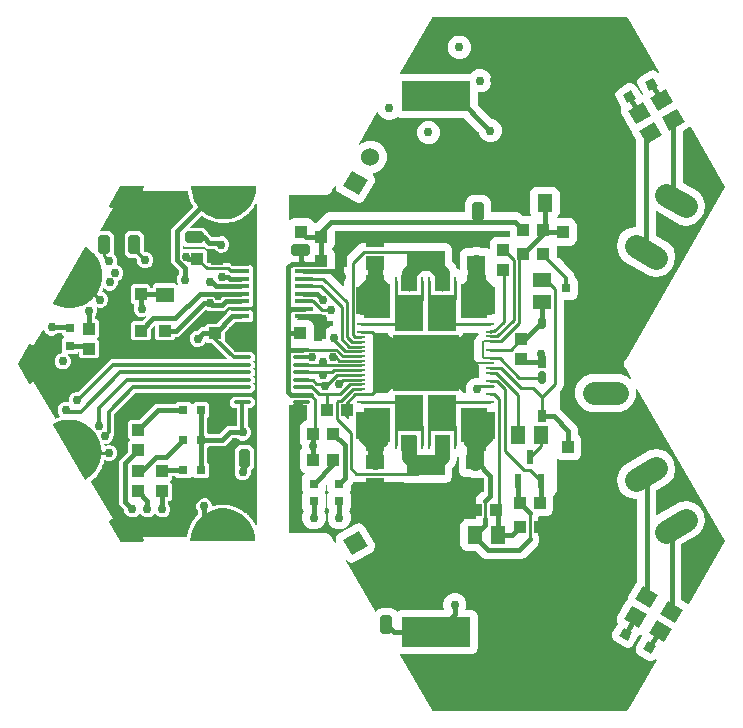
<source format=gbr>
G04 EAGLE Gerber RS-274X export*
G75*
%MOMM*%
%FSLAX34Y34*%
%LPD*%
%INTop Copper*%
%IPPOS*%
%AMOC8*
5,1,8,0,0,1.08239X$1,22.5*%
G01*
%ADD10R,0.800000X0.800000*%
%ADD11R,1.100000X1.000000*%
%ADD12R,1.500000X1.300000*%
%ADD13R,1.000000X1.100000*%
%ADD14C,0.499997*%
%ADD15R,0.762000X0.254000*%
%ADD16R,0.254000X0.762000*%
%ADD17R,1.270000X0.127000*%
%ADD18R,2.387600X3.098800*%
%ADD19R,0.127000X0.127000*%
%ADD20R,5.588000X4.800600*%
%ADD21R,3.200000X1.800000*%
%ADD22R,1.300000X1.500000*%
%ADD23R,5.800000X2.500000*%
%ADD24C,1.981200*%
%ADD25R,0.610000X1.260000*%
%ADD26R,0.800000X0.800000*%
%ADD27R,0.641000X1.006000*%
%ADD28C,0.641000*%
%ADD29R,1.480000X0.344000*%
%ADD30C,0.344000*%
%ADD31R,1.530000X1.530000*%
%ADD32C,1.530000*%
%ADD33R,1.600000X0.410000*%
%ADD34C,1.000000*%
%ADD35C,0.254000*%
%ADD36C,0.406400*%
%ADD37C,0.756400*%
%ADD38C,0.304800*%
%ADD39C,0.355600*%
%ADD40C,1.422400*%
%ADD41C,1.270000*%
%ADD42C,0.177800*%
%ADD43C,0.203200*%

G36*
X-11091Y-294164D02*
X-11091Y-294164D01*
X-11018Y-294157D01*
X-10994Y-294144D01*
X-10968Y-294139D01*
X-10906Y-294097D01*
X-10841Y-294062D01*
X-10822Y-294040D01*
X-10802Y-294026D01*
X-10773Y-293981D01*
X-10725Y-293925D01*
X13730Y-251566D01*
X13731Y-251565D01*
X13732Y-251564D01*
X13763Y-251469D01*
X13794Y-251376D01*
X13794Y-251374D01*
X13795Y-251373D01*
X13787Y-251274D01*
X13780Y-251176D01*
X13779Y-251175D01*
X13779Y-251173D01*
X13733Y-251084D01*
X13689Y-250997D01*
X13688Y-250996D01*
X13687Y-250995D01*
X13610Y-250931D01*
X13536Y-250868D01*
X13534Y-250867D01*
X13442Y-250838D01*
X13345Y-250808D01*
X13343Y-250808D01*
X13342Y-250807D01*
X13245Y-250817D01*
X13145Y-250826D01*
X13144Y-250827D01*
X13142Y-250827D01*
X12982Y-250910D01*
X11826Y-251797D01*
X9483Y-252425D01*
X7078Y-252108D01*
X-1950Y-246896D01*
X-3427Y-244971D01*
X-4055Y-242629D01*
X-3738Y-240224D01*
X1409Y-231309D01*
X1411Y-231302D01*
X1416Y-231296D01*
X1443Y-231208D01*
X1473Y-231119D01*
X1472Y-231111D01*
X1475Y-231104D01*
X1460Y-230924D01*
X1302Y-230336D01*
X1300Y-230331D01*
X1299Y-230326D01*
X1255Y-230242D01*
X1213Y-230156D01*
X1209Y-230153D01*
X1206Y-230148D01*
X1133Y-230087D01*
X1061Y-230025D01*
X1056Y-230024D01*
X1052Y-230020D01*
X961Y-229993D01*
X871Y-229963D01*
X865Y-229964D01*
X860Y-229962D01*
X681Y-229977D01*
X-489Y-230291D01*
X-691Y-230264D01*
X-697Y-230264D01*
X-704Y-230262D01*
X-729Y-230265D01*
X-760Y-230265D01*
X-787Y-230270D01*
X-797Y-230271D01*
X-891Y-230278D01*
X-897Y-230281D01*
X-903Y-230281D01*
X-941Y-230301D01*
X-957Y-230304D01*
X-992Y-230328D01*
X-1070Y-230368D01*
X-1074Y-230373D01*
X-1080Y-230376D01*
X-1105Y-230405D01*
X-1122Y-230417D01*
X-1147Y-230455D01*
X-1196Y-230513D01*
X-6094Y-238995D01*
X-8018Y-240472D01*
X-10361Y-241100D01*
X-12765Y-240783D01*
X-21794Y-235570D01*
X-23271Y-233646D01*
X-23898Y-231303D01*
X-23582Y-228899D01*
X-18832Y-220671D01*
X-18830Y-220665D01*
X-18825Y-220660D01*
X-18798Y-220571D01*
X-18768Y-220481D01*
X-18768Y-220475D01*
X-18766Y-220469D01*
X-18775Y-220375D01*
X-18782Y-220282D01*
X-18785Y-220276D01*
X-18786Y-220269D01*
X-18868Y-220109D01*
X-19461Y-219337D01*
X-20089Y-216994D01*
X-19772Y-214590D01*
X-12059Y-201231D01*
X-10691Y-200181D01*
X-10686Y-200175D01*
X-10679Y-200171D01*
X-10620Y-200100D01*
X-10559Y-200030D01*
X-10557Y-200022D01*
X-10552Y-200016D01*
X-10497Y-199845D01*
X-10272Y-198135D01*
X-2837Y-185258D01*
X-2824Y-185218D01*
X-2801Y-185181D01*
X-2789Y-185116D01*
X-2773Y-185068D01*
X-2775Y-185038D01*
X-2769Y-185004D01*
X-2769Y-115661D01*
X-2777Y-115624D01*
X-2775Y-115585D01*
X-2796Y-115526D01*
X-2809Y-115465D01*
X-2831Y-115433D01*
X-2844Y-115397D01*
X-2886Y-115351D01*
X-2921Y-115299D01*
X-2954Y-115278D01*
X-2980Y-115250D01*
X-3037Y-115224D01*
X-3090Y-115190D01*
X-3127Y-115183D01*
X-3163Y-115167D01*
X-3235Y-115164D01*
X-3287Y-115154D01*
X-3312Y-115160D01*
X-3343Y-115159D01*
X-4756Y-115345D01*
X-10906Y-113697D01*
X-15957Y-109821D01*
X-19140Y-104308D01*
X-19971Y-97996D01*
X-18323Y-91847D01*
X-14447Y-86796D01*
X8224Y-73707D01*
X14535Y-72876D01*
X20685Y-74524D01*
X25736Y-78399D01*
X28919Y-83913D01*
X29750Y-90225D01*
X28102Y-96374D01*
X24226Y-101425D01*
X13742Y-107478D01*
X13686Y-107527D01*
X13626Y-107570D01*
X13612Y-107592D01*
X13592Y-107610D01*
X13559Y-107677D01*
X13520Y-107740D01*
X13515Y-107768D01*
X13504Y-107791D01*
X13501Y-107844D01*
X13488Y-107917D01*
X13488Y-127861D01*
X13496Y-127898D01*
X13494Y-127935D01*
X13515Y-127995D01*
X13528Y-128058D01*
X13549Y-128089D01*
X13561Y-128124D01*
X13605Y-128171D01*
X13641Y-128223D01*
X13672Y-128244D01*
X13697Y-128271D01*
X13755Y-128298D01*
X13809Y-128333D01*
X13845Y-128339D01*
X13879Y-128355D01*
X13943Y-128357D01*
X14006Y-128368D01*
X14042Y-128360D01*
X14080Y-128361D01*
X14149Y-128336D01*
X14201Y-128325D01*
X14222Y-128310D01*
X14249Y-128300D01*
X33370Y-117261D01*
X39681Y-116430D01*
X45831Y-118078D01*
X50882Y-121954D01*
X54065Y-127467D01*
X54896Y-133779D01*
X53248Y-139928D01*
X49372Y-144979D01*
X34854Y-153361D01*
X34799Y-153410D01*
X34738Y-153453D01*
X34724Y-153476D01*
X34704Y-153493D01*
X34672Y-153560D01*
X34633Y-153623D01*
X34627Y-153651D01*
X34616Y-153674D01*
X34614Y-153727D01*
X34601Y-153800D01*
X34601Y-200412D01*
X34615Y-200485D01*
X34622Y-200558D01*
X34635Y-200582D01*
X34640Y-200609D01*
X34682Y-200670D01*
X34717Y-200735D01*
X34739Y-200754D01*
X34753Y-200774D01*
X34798Y-200803D01*
X34854Y-200851D01*
X40316Y-204004D01*
X40352Y-204052D01*
X40355Y-204054D01*
X40357Y-204058D01*
X40430Y-204120D01*
X40503Y-204184D01*
X40507Y-204185D01*
X40510Y-204187D01*
X40602Y-204216D01*
X40693Y-204247D01*
X40697Y-204246D01*
X40701Y-204248D01*
X40797Y-204239D01*
X40893Y-204231D01*
X40897Y-204229D01*
X40901Y-204229D01*
X40986Y-204183D01*
X41071Y-204139D01*
X41074Y-204136D01*
X41077Y-204134D01*
X41194Y-203997D01*
X71774Y-151029D01*
X71797Y-150959D01*
X71828Y-150891D01*
X71829Y-150864D01*
X71838Y-150839D01*
X71832Y-150765D01*
X71835Y-150691D01*
X71825Y-150664D01*
X71823Y-150639D01*
X71799Y-150591D01*
X71774Y-150521D01*
X-2513Y-21848D01*
X-2559Y-21796D01*
X-2598Y-21739D01*
X-2625Y-21722D01*
X-2646Y-21698D01*
X-2708Y-21668D01*
X-2766Y-21630D01*
X-2797Y-21624D01*
X-2826Y-21610D01*
X-2895Y-21607D01*
X-2963Y-21595D01*
X-2995Y-21602D01*
X-3027Y-21600D01*
X-3091Y-21623D01*
X-3159Y-21638D01*
X-3185Y-21657D01*
X-3215Y-21668D01*
X-3266Y-21714D01*
X-3322Y-21754D01*
X-3339Y-21781D01*
X-3363Y-21803D01*
X-3392Y-21866D01*
X-3428Y-21924D01*
X-3434Y-21959D01*
X-3447Y-21985D01*
X-3448Y-22036D01*
X-3460Y-22102D01*
X-3460Y-28329D01*
X-5896Y-34211D01*
X-10398Y-38712D01*
X-11264Y-39071D01*
X-12488Y-39578D01*
X-12489Y-39578D01*
X-13713Y-40086D01*
X-14938Y-40593D01*
X-16162Y-41100D01*
X-16280Y-41149D01*
X-42458Y-41149D01*
X-48340Y-38712D01*
X-52841Y-34211D01*
X-55277Y-28329D01*
X-55277Y-21963D01*
X-52841Y-16081D01*
X-48340Y-11580D01*
X-47165Y-11093D01*
X-45941Y-10586D01*
X-44716Y-10079D01*
X-43492Y-9571D01*
X-43491Y-9571D01*
X-42458Y-9143D01*
X-16280Y-9143D01*
X-10398Y-11580D01*
X-8494Y-13483D01*
X-8465Y-13502D01*
X-8442Y-13528D01*
X-8383Y-13557D01*
X-8327Y-13594D01*
X-8293Y-13601D01*
X-8262Y-13616D01*
X-8196Y-13619D01*
X-8130Y-13632D01*
X-8097Y-13624D01*
X-8062Y-13626D01*
X-7999Y-13604D01*
X-7934Y-13590D01*
X-7906Y-13570D01*
X-7873Y-13559D01*
X-7824Y-13514D01*
X-7770Y-13476D01*
X-7751Y-13446D01*
X-7725Y-13423D01*
X-7698Y-13363D01*
X-7662Y-13307D01*
X-7656Y-13272D01*
X-7642Y-13241D01*
X-7640Y-13174D01*
X-7629Y-13109D01*
X-7637Y-13075D01*
X-7635Y-13040D01*
X-7662Y-12967D01*
X-7674Y-12914D01*
X-7688Y-12894D01*
X-7696Y-12871D01*
X-12543Y-4477D01*
X-12563Y-4454D01*
X-12579Y-4421D01*
X-13095Y-3750D01*
X-13192Y-3386D01*
X-13210Y-3351D01*
X-13217Y-3318D01*
X-13230Y-3300D01*
X-13243Y-3263D01*
X-13432Y-2937D01*
X-13542Y-2098D01*
X-13552Y-2069D01*
X-13555Y-2033D01*
X-13774Y-1215D01*
X-13725Y-841D01*
X-13729Y-787D01*
X-13725Y-709D01*
X-13774Y-335D01*
X-13555Y482D01*
X-13553Y513D01*
X-13542Y548D01*
X-13432Y1387D01*
X-13243Y1713D01*
X-13226Y1765D01*
X-13192Y1836D01*
X-13095Y2200D01*
X-12580Y2871D01*
X-12566Y2899D01*
X-12543Y2926D01*
X71774Y148971D01*
X71797Y149041D01*
X71828Y149109D01*
X71829Y149136D01*
X71838Y149161D01*
X71832Y149235D01*
X71835Y149309D01*
X71825Y149336D01*
X71823Y149361D01*
X71799Y149409D01*
X71774Y149479D01*
X42713Y199815D01*
X42711Y199818D01*
X42709Y199821D01*
X42644Y199893D01*
X42581Y199965D01*
X42577Y199967D01*
X42574Y199970D01*
X42488Y200010D01*
X42400Y200052D01*
X42396Y200053D01*
X42393Y200054D01*
X42296Y200058D01*
X42200Y200063D01*
X42196Y200062D01*
X42192Y200062D01*
X42102Y200028D01*
X42011Y199995D01*
X42008Y199993D01*
X42005Y199991D01*
X41871Y199870D01*
X41613Y199532D01*
X36151Y196379D01*
X36096Y196330D01*
X36035Y196288D01*
X36021Y196265D01*
X36001Y196247D01*
X35969Y196180D01*
X35929Y196117D01*
X35924Y196089D01*
X35913Y196066D01*
X35911Y196013D01*
X35897Y195940D01*
X35897Y153051D01*
X35912Y152979D01*
X35919Y152905D01*
X35932Y152881D01*
X35937Y152855D01*
X35979Y152794D01*
X36014Y152728D01*
X36036Y152710D01*
X36050Y152689D01*
X36095Y152660D01*
X36151Y152612D01*
X49372Y144979D01*
X53248Y139928D01*
X54896Y133779D01*
X54065Y127467D01*
X50882Y121954D01*
X45831Y118078D01*
X39682Y116430D01*
X33370Y117261D01*
X13779Y128572D01*
X13744Y128584D01*
X13712Y128604D01*
X13650Y128615D01*
X13589Y128636D01*
X13552Y128633D01*
X13515Y128640D01*
X13453Y128626D01*
X13389Y128621D01*
X13356Y128604D01*
X13319Y128596D01*
X13267Y128559D01*
X13211Y128530D01*
X13186Y128502D01*
X13156Y128480D01*
X13122Y128426D01*
X13081Y128377D01*
X13070Y128342D01*
X13050Y128310D01*
X13037Y128237D01*
X13021Y128186D01*
X13023Y128161D01*
X13018Y128133D01*
X13018Y108188D01*
X13033Y108116D01*
X13040Y108042D01*
X13052Y108019D01*
X13058Y107992D01*
X13099Y107931D01*
X13134Y107866D01*
X13156Y107847D01*
X13170Y107826D01*
X13215Y107797D01*
X13272Y107749D01*
X24226Y101425D01*
X28102Y96374D01*
X29750Y90225D01*
X28919Y83913D01*
X25736Y78399D01*
X20685Y74524D01*
X14535Y72876D01*
X8224Y73707D01*
X-14447Y86796D01*
X-18323Y91847D01*
X-19971Y97996D01*
X-19140Y104308D01*
X-15957Y109821D01*
X-10906Y113697D01*
X-4757Y115345D01*
X-3813Y115220D01*
X-3774Y115223D01*
X-3736Y115216D01*
X-3675Y115230D01*
X-3613Y115234D01*
X-3578Y115251D01*
X-3541Y115260D01*
X-3490Y115296D01*
X-3434Y115324D01*
X-3409Y115353D01*
X-3377Y115376D01*
X-3344Y115429D01*
X-3303Y115476D01*
X-3292Y115513D01*
X-3271Y115546D01*
X-3258Y115617D01*
X-3242Y115667D01*
X-3245Y115693D01*
X-3239Y115723D01*
X-3239Y188355D01*
X-3248Y188397D01*
X-3246Y188439D01*
X-3269Y188502D01*
X-3279Y188552D01*
X-3296Y188576D01*
X-3307Y188609D01*
X-6913Y194854D01*
X-7138Y196563D01*
X-7140Y196571D01*
X-7140Y196579D01*
X-7173Y196665D01*
X-7203Y196753D01*
X-7208Y196759D01*
X-7211Y196766D01*
X-7332Y196900D01*
X-8700Y197949D01*
X-16413Y211308D01*
X-16729Y213713D01*
X-16095Y216081D01*
X-16074Y216126D01*
X-16033Y216210D01*
X-16033Y216217D01*
X-16030Y216223D01*
X-16027Y216317D01*
X-16021Y216410D01*
X-16024Y216416D01*
X-16023Y216423D01*
X-16084Y216593D01*
X-20853Y224852D01*
X-21170Y227257D01*
X-20542Y229600D01*
X-19065Y231524D01*
X-10037Y236736D01*
X-7632Y237053D01*
X-5289Y236425D01*
X-3365Y234949D01*
X1166Y227101D01*
X1170Y227096D01*
X1173Y227090D01*
X1237Y227021D01*
X1299Y226950D01*
X1305Y226947D01*
X1309Y226943D01*
X1394Y226904D01*
X1479Y226863D01*
X1486Y226863D01*
X1492Y226860D01*
X1672Y226851D01*
X1987Y226893D01*
X1990Y226894D01*
X1994Y226894D01*
X2085Y226927D01*
X2176Y226958D01*
X2179Y226960D01*
X2183Y226962D01*
X2254Y227027D01*
X2326Y227091D01*
X2328Y227095D01*
X2331Y227097D01*
X2371Y227186D01*
X2412Y227272D01*
X2413Y227276D01*
X2414Y227280D01*
X2417Y227375D01*
X2422Y227472D01*
X2421Y227476D01*
X2421Y227480D01*
X2360Y227649D01*
X-2257Y235646D01*
X-2573Y238050D01*
X-1946Y240393D01*
X-469Y242317D01*
X8559Y247530D01*
X10964Y247847D01*
X13307Y247219D01*
X14943Y245963D01*
X14944Y245963D01*
X14945Y245962D01*
X15034Y245919D01*
X15123Y245875D01*
X15125Y245875D01*
X15126Y245874D01*
X15225Y245869D01*
X15323Y245864D01*
X15325Y245864D01*
X15326Y245864D01*
X15418Y245897D01*
X15512Y245930D01*
X15513Y245931D01*
X15515Y245932D01*
X15587Y245998D01*
X15661Y246065D01*
X15661Y246066D01*
X15662Y246067D01*
X15704Y246157D01*
X15745Y246247D01*
X15745Y246248D01*
X15746Y246249D01*
X15749Y246344D01*
X15753Y246447D01*
X15752Y246448D01*
X15752Y246450D01*
X15691Y246619D01*
X-10725Y292375D01*
X-10774Y292430D01*
X-10816Y292490D01*
X-10839Y292505D01*
X-10857Y292525D01*
X-10924Y292557D01*
X-10987Y292596D01*
X-11015Y292601D01*
X-11038Y292612D01*
X-11091Y292615D01*
X-11164Y292628D01*
X-176161Y292628D01*
X-176234Y292614D01*
X-176307Y292607D01*
X-176331Y292594D01*
X-176357Y292589D01*
X-176419Y292547D01*
X-176484Y292512D01*
X-176503Y292490D01*
X-176523Y292476D01*
X-176552Y292431D01*
X-176600Y292375D01*
X-203659Y245507D01*
X-203670Y245472D01*
X-203690Y245442D01*
X-203702Y245378D01*
X-203723Y245317D01*
X-203720Y245281D01*
X-203727Y245245D01*
X-203713Y245182D01*
X-203708Y245117D01*
X-203692Y245085D01*
X-203684Y245049D01*
X-203647Y244996D01*
X-203617Y244938D01*
X-203590Y244915D01*
X-203569Y244885D01*
X-203514Y244851D01*
X-203464Y244809D01*
X-203430Y244798D01*
X-203399Y244779D01*
X-203335Y244768D01*
X-203273Y244749D01*
X-203237Y244752D01*
X-203201Y244746D01*
X-203127Y244762D01*
X-203073Y244767D01*
X-203052Y244779D01*
X-203025Y244784D01*
X-202950Y244815D01*
X-144335Y244815D01*
X-144328Y244817D01*
X-144320Y244816D01*
X-144230Y244837D01*
X-144139Y244855D01*
X-144132Y244860D01*
X-144125Y244861D01*
X-143977Y244964D01*
X-141501Y247440D01*
X-141104Y247604D01*
X-141103Y247604D01*
X-139879Y248112D01*
X-138654Y248619D01*
X-137870Y248944D01*
X-133940Y248944D01*
X-130309Y247440D01*
X-127530Y244661D01*
X-126026Y241030D01*
X-126026Y237100D01*
X-127530Y233469D01*
X-130309Y230690D01*
X-131302Y230279D01*
X-131303Y230279D01*
X-132527Y229771D01*
X-133752Y229264D01*
X-133940Y229186D01*
X-137134Y229186D01*
X-137139Y229185D01*
X-137144Y229186D01*
X-137237Y229165D01*
X-137330Y229147D01*
X-137334Y229144D01*
X-137339Y229142D01*
X-137417Y229087D01*
X-137496Y229034D01*
X-137499Y229030D01*
X-137503Y229026D01*
X-137554Y228945D01*
X-137605Y228866D01*
X-137606Y228861D01*
X-137609Y228856D01*
X-137641Y228679D01*
X-137641Y219197D01*
X-137639Y219189D01*
X-137641Y219181D01*
X-137620Y219091D01*
X-137601Y219000D01*
X-137597Y218994D01*
X-137595Y218986D01*
X-137492Y218838D01*
X-125532Y206877D01*
X-125525Y206873D01*
X-125520Y206867D01*
X-125442Y206818D01*
X-125365Y206766D01*
X-125357Y206765D01*
X-125350Y206761D01*
X-125173Y206729D01*
X-125035Y206729D01*
X-121404Y205225D01*
X-118625Y202446D01*
X-117121Y198815D01*
X-117121Y194885D01*
X-118625Y191254D01*
X-121404Y188475D01*
X-122124Y188177D01*
X-123349Y187670D01*
X-124573Y187162D01*
X-124574Y187162D01*
X-125035Y186971D01*
X-128965Y186971D01*
X-132596Y188475D01*
X-135375Y191254D01*
X-136879Y194885D01*
X-136879Y195023D01*
X-136880Y195031D01*
X-136879Y195038D01*
X-136900Y195128D01*
X-136918Y195219D01*
X-136923Y195226D01*
X-136925Y195234D01*
X-137027Y195382D01*
X-149119Y207473D01*
X-149126Y207478D01*
X-149130Y207484D01*
X-149209Y207533D01*
X-149286Y207584D01*
X-149294Y207586D01*
X-149301Y207590D01*
X-149478Y207622D01*
X-202950Y207622D01*
X-205191Y208550D01*
X-205244Y208604D01*
X-205249Y208606D01*
X-205252Y208611D01*
X-205333Y208662D01*
X-205411Y208714D01*
X-205416Y208715D01*
X-205421Y208718D01*
X-205515Y208734D01*
X-205608Y208752D01*
X-205613Y208751D01*
X-205619Y208752D01*
X-205711Y208730D01*
X-205804Y208711D01*
X-205809Y208708D01*
X-205814Y208706D01*
X-205962Y208604D01*
X-206909Y207656D01*
X-207401Y207452D01*
X-207402Y207452D01*
X-208626Y206945D01*
X-209851Y206438D01*
X-210540Y206153D01*
X-214470Y206153D01*
X-218100Y207656D01*
X-220879Y210435D01*
X-221750Y212538D01*
X-221789Y212596D01*
X-221821Y212659D01*
X-221845Y212679D01*
X-221862Y212704D01*
X-221921Y212743D01*
X-221974Y212788D01*
X-222004Y212797D01*
X-222030Y212814D01*
X-222099Y212827D01*
X-222166Y212848D01*
X-222196Y212845D01*
X-222227Y212851D01*
X-222295Y212836D01*
X-222365Y212830D01*
X-222392Y212815D01*
X-222423Y212808D01*
X-222480Y212768D01*
X-222542Y212735D01*
X-222563Y212710D01*
X-222587Y212693D01*
X-222614Y212650D01*
X-222658Y212597D01*
X-238240Y185608D01*
X-238251Y185575D01*
X-238271Y185546D01*
X-238283Y185481D01*
X-238304Y185418D01*
X-238302Y185383D01*
X-238308Y185349D01*
X-238294Y185284D01*
X-238290Y185218D01*
X-238274Y185187D01*
X-238267Y185153D01*
X-238229Y185098D01*
X-238199Y185039D01*
X-238172Y185017D01*
X-238152Y184988D01*
X-238096Y184953D01*
X-238046Y184910D01*
X-238013Y184899D01*
X-237983Y184881D01*
X-237918Y184870D01*
X-237854Y184850D01*
X-237820Y184853D01*
X-237786Y184847D01*
X-237721Y184862D01*
X-237655Y184868D01*
X-237624Y184885D01*
X-237590Y184893D01*
X-237526Y184937D01*
X-237478Y184963D01*
X-237462Y184982D01*
X-237442Y184995D01*
X-236387Y186051D01*
X-235962Y186227D01*
X-234737Y186734D01*
X-233512Y187242D01*
X-232288Y187749D01*
X-231334Y188144D01*
X-225866Y188144D01*
X-220813Y186051D01*
X-216946Y182184D01*
X-214853Y177131D01*
X-214853Y171663D01*
X-216946Y166610D01*
X-220813Y162743D01*
X-221865Y162307D01*
X-221866Y162307D01*
X-223090Y161800D01*
X-224315Y161293D01*
X-225539Y160785D01*
X-225540Y160785D01*
X-225866Y160650D01*
X-226319Y160650D01*
X-226387Y160636D01*
X-226457Y160631D01*
X-226485Y160617D01*
X-226515Y160611D01*
X-226573Y160571D01*
X-226636Y160539D01*
X-226655Y160515D01*
X-226681Y160498D01*
X-226719Y160439D01*
X-226764Y160385D01*
X-226773Y160356D01*
X-226790Y160330D01*
X-226803Y160261D01*
X-226823Y160194D01*
X-226820Y160163D01*
X-226826Y160133D01*
X-226810Y160064D01*
X-226804Y159994D01*
X-226788Y159965D01*
X-226782Y159937D01*
X-226753Y159895D01*
X-226721Y159834D01*
X-225275Y157949D01*
X-224647Y155607D01*
X-224964Y153202D01*
X-233826Y137851D01*
X-235751Y136375D01*
X-238093Y135747D01*
X-240498Y136064D01*
X-255849Y144926D01*
X-257325Y146851D01*
X-257953Y149193D01*
X-257899Y149606D01*
X-257899Y149607D01*
X-257898Y149608D01*
X-257901Y149644D01*
X-257895Y149676D01*
X-257907Y149729D01*
X-257912Y149806D01*
X-257913Y149807D01*
X-257913Y149808D01*
X-257934Y149849D01*
X-257939Y149871D01*
X-257961Y149903D01*
X-258002Y149985D01*
X-258003Y149986D01*
X-258004Y149987D01*
X-258046Y150022D01*
X-258055Y150035D01*
X-258077Y150049D01*
X-258079Y150050D01*
X-258155Y150115D01*
X-258156Y150115D01*
X-258157Y150116D01*
X-258215Y150135D01*
X-258225Y150141D01*
X-258248Y150145D01*
X-258254Y150147D01*
X-258346Y150176D01*
X-258347Y150176D01*
X-258348Y150176D01*
X-258397Y150172D01*
X-258402Y150173D01*
X-258405Y150173D01*
X-258422Y150169D01*
X-258446Y150167D01*
X-258545Y150158D01*
X-258546Y150158D01*
X-258548Y150158D01*
X-258589Y150136D01*
X-258602Y150133D01*
X-258632Y150112D01*
X-258636Y150110D01*
X-258723Y150065D01*
X-258723Y150064D01*
X-258725Y150063D01*
X-258751Y150032D01*
X-258768Y150021D01*
X-258791Y149984D01*
X-258841Y149926D01*
X-260917Y146330D01*
X-260926Y146304D01*
X-260927Y146302D01*
X-260927Y146300D01*
X-260946Y146270D01*
X-261270Y145488D01*
X-261537Y145222D01*
X-261567Y145176D01*
X-261617Y145117D01*
X-261806Y144790D01*
X-262477Y144275D01*
X-262497Y144252D01*
X-262527Y144231D01*
X-263126Y143633D01*
X-263474Y143488D01*
X-263519Y143458D01*
X-263589Y143422D01*
X-263888Y143193D01*
X-264705Y142974D01*
X-264733Y142960D01*
X-264768Y142952D01*
X-265550Y142628D01*
X-265927Y142628D01*
X-265981Y142617D01*
X-266059Y142611D01*
X-266423Y142513D01*
X-267262Y142624D01*
X-267292Y142622D01*
X-267328Y142628D01*
X-296863Y142628D01*
X-296868Y142627D01*
X-296873Y142628D01*
X-296966Y142607D01*
X-297059Y142589D01*
X-297063Y142586D01*
X-297068Y142585D01*
X-297146Y142529D01*
X-297225Y142476D01*
X-297228Y142472D01*
X-297232Y142469D01*
X-297283Y142387D01*
X-297334Y142308D01*
X-297335Y142303D01*
X-297338Y142298D01*
X-297370Y142121D01*
X-297370Y121671D01*
X-297369Y121668D01*
X-297370Y121666D01*
X-297350Y121571D01*
X-297330Y121474D01*
X-297329Y121472D01*
X-297328Y121469D01*
X-297272Y121389D01*
X-297218Y121308D01*
X-297215Y121307D01*
X-297214Y121305D01*
X-297130Y121252D01*
X-297049Y121199D01*
X-297047Y121199D01*
X-297045Y121197D01*
X-296948Y121181D01*
X-296852Y121164D01*
X-296850Y121164D01*
X-296847Y121164D01*
X-296753Y121186D01*
X-296657Y121207D01*
X-296654Y121209D01*
X-296652Y121209D01*
X-296504Y121312D01*
X-295791Y122025D01*
X-295094Y122314D01*
X-293869Y122821D01*
X-293550Y122953D01*
X-281125Y122953D01*
X-278884Y122025D01*
X-277169Y120310D01*
X-276447Y118566D01*
X-276443Y118561D01*
X-276442Y118554D01*
X-276387Y118477D01*
X-276335Y118400D01*
X-276329Y118396D01*
X-276326Y118391D01*
X-276246Y118341D01*
X-276167Y118290D01*
X-276161Y118288D01*
X-276155Y118285D01*
X-275978Y118253D01*
X-275247Y118253D01*
X-275239Y118255D01*
X-275231Y118253D01*
X-275141Y118274D01*
X-275050Y118293D01*
X-275044Y118297D01*
X-275036Y118299D01*
X-274888Y118402D01*
X-266542Y126747D01*
X-266225Y126879D01*
X-265000Y127386D01*
X-263776Y127893D01*
X-263554Y127985D01*
X-148923Y127985D01*
X-148918Y127986D01*
X-148912Y127985D01*
X-148819Y128006D01*
X-148726Y128025D01*
X-148722Y128028D01*
X-148717Y128029D01*
X-148639Y128084D01*
X-148560Y128137D01*
X-148558Y128142D01*
X-148553Y128145D01*
X-148503Y128226D01*
X-148451Y128305D01*
X-148450Y128310D01*
X-148447Y128315D01*
X-148415Y128492D01*
X-148415Y135798D01*
X-147107Y138957D01*
X-144688Y141375D01*
X-144173Y141589D01*
X-144172Y141589D01*
X-142948Y142096D01*
X-141723Y142604D01*
X-141529Y142684D01*
X-133109Y142684D01*
X-129949Y141375D01*
X-127531Y138957D01*
X-126222Y135798D01*
X-126222Y128492D01*
X-126221Y128487D01*
X-126222Y128482D01*
X-126201Y128389D01*
X-126182Y128296D01*
X-126180Y128291D01*
X-126178Y128286D01*
X-126123Y128208D01*
X-126070Y128130D01*
X-126065Y128127D01*
X-126062Y128123D01*
X-125981Y128072D01*
X-125902Y128021D01*
X-125897Y128020D01*
X-125892Y128017D01*
X-125715Y127985D01*
X-104514Y127985D01*
X-101527Y126747D01*
X-99237Y124458D01*
X-99231Y124453D01*
X-99226Y124447D01*
X-99147Y124398D01*
X-99070Y124347D01*
X-99062Y124345D01*
X-99056Y124341D01*
X-98878Y124309D01*
X-93221Y124309D01*
X-93217Y124310D01*
X-93213Y124309D01*
X-93119Y124330D01*
X-93025Y124349D01*
X-93021Y124351D01*
X-93018Y124352D01*
X-92938Y124407D01*
X-92859Y124461D01*
X-92857Y124465D01*
X-92853Y124467D01*
X-92802Y124549D01*
X-92750Y124630D01*
X-92749Y124633D01*
X-92747Y124637D01*
X-92731Y124732D01*
X-92714Y124827D01*
X-92715Y124831D01*
X-92714Y124835D01*
X-92753Y125011D01*
X-93584Y127018D01*
X-93584Y144444D01*
X-92656Y146685D01*
X-90941Y148400D01*
X-90239Y148691D01*
X-89014Y149198D01*
X-88700Y149328D01*
X-73275Y149328D01*
X-71034Y148400D01*
X-69319Y146685D01*
X-68391Y144444D01*
X-68391Y127018D01*
X-69319Y124778D01*
X-70740Y123356D01*
X-70742Y123354D01*
X-70744Y123353D01*
X-70796Y123273D01*
X-70851Y123189D01*
X-70852Y123187D01*
X-70853Y123185D01*
X-70870Y123089D01*
X-70889Y122993D01*
X-70888Y122990D01*
X-70889Y122987D01*
X-70867Y122891D01*
X-70847Y122796D01*
X-70846Y122794D01*
X-70845Y122792D01*
X-70789Y122712D01*
X-70733Y122632D01*
X-70731Y122630D01*
X-70729Y122628D01*
X-70645Y122576D01*
X-70564Y122524D01*
X-70561Y122524D01*
X-70559Y122522D01*
X-70382Y122490D01*
X-58875Y122490D01*
X-56634Y121562D01*
X-54919Y119847D01*
X-53991Y117607D01*
X-53991Y104181D01*
X-54919Y101940D01*
X-56634Y100225D01*
X-57382Y99915D01*
X-58606Y99408D01*
X-58607Y99408D01*
X-58875Y99297D01*
X-70384Y99297D01*
X-70389Y99296D01*
X-70394Y99297D01*
X-70487Y99276D01*
X-70580Y99257D01*
X-70584Y99254D01*
X-70589Y99253D01*
X-70667Y99198D01*
X-70746Y99145D01*
X-70749Y99140D01*
X-70753Y99137D01*
X-70804Y99056D01*
X-70855Y98977D01*
X-70856Y98972D01*
X-70859Y98967D01*
X-70891Y98790D01*
X-70891Y91483D01*
X-70890Y91481D01*
X-70891Y91479D01*
X-70871Y91384D01*
X-70851Y91286D01*
X-70850Y91285D01*
X-70850Y91283D01*
X-70750Y91132D01*
X-57435Y77203D01*
X-57430Y77200D01*
X-57427Y77195D01*
X-56386Y76154D01*
X-56385Y76151D01*
X-56289Y76005D01*
X-55755Y74631D01*
X-55752Y74626D01*
X-55751Y74620D01*
X-55187Y73259D01*
X-55188Y73256D01*
X-55154Y73085D01*
X-55169Y72450D01*
X-55166Y72436D01*
X-55169Y72423D01*
X-55149Y72339D01*
X-55134Y72253D01*
X-55126Y72241D01*
X-55123Y72228D01*
X-55042Y72112D01*
X-55025Y72084D01*
X-55022Y72083D01*
X-55020Y72080D01*
X-53894Y70953D01*
X-52966Y68713D01*
X-52966Y58287D01*
X-53894Y56047D01*
X-55609Y54331D01*
X-55774Y54263D01*
X-56999Y53756D01*
X-57850Y53403D01*
X-64357Y53403D01*
X-64362Y53402D01*
X-64368Y53403D01*
X-64461Y53382D01*
X-64554Y53364D01*
X-64558Y53361D01*
X-64563Y53360D01*
X-64641Y53304D01*
X-64720Y53251D01*
X-64722Y53247D01*
X-64727Y53244D01*
X-64777Y53162D01*
X-64829Y53083D01*
X-64830Y53078D01*
X-64833Y53073D01*
X-64865Y52896D01*
X-64865Y-18928D01*
X-65986Y-21635D01*
X-67848Y-23498D01*
X-67853Y-23504D01*
X-67859Y-23509D01*
X-67908Y-23588D01*
X-67959Y-23665D01*
X-67961Y-23673D01*
X-67965Y-23679D01*
X-67997Y-23857D01*
X-67997Y-38566D01*
X-67995Y-38574D01*
X-67997Y-38581D01*
X-67976Y-38671D01*
X-67957Y-38762D01*
X-67953Y-38769D01*
X-67951Y-38777D01*
X-67848Y-38925D01*
X-66481Y-40292D01*
X-54228Y-52545D01*
X-52990Y-55533D01*
X-52990Y-59733D01*
X-52989Y-59739D01*
X-52990Y-59746D01*
X-52969Y-59838D01*
X-52950Y-59929D01*
X-52947Y-59935D01*
X-52945Y-59941D01*
X-52890Y-60018D01*
X-52838Y-60095D01*
X-52832Y-60099D01*
X-52828Y-60104D01*
X-52677Y-60202D01*
X-52665Y-60206D01*
X-50950Y-61922D01*
X-50022Y-64162D01*
X-50022Y-77588D01*
X-50950Y-79828D01*
X-52665Y-81544D01*
X-52995Y-81680D01*
X-54219Y-82187D01*
X-54220Y-82187D01*
X-54906Y-82472D01*
X-67332Y-82472D01*
X-69572Y-81544D01*
X-70000Y-81116D01*
X-70002Y-81115D01*
X-70004Y-81112D01*
X-70085Y-81060D01*
X-70167Y-81005D01*
X-70169Y-81005D01*
X-70172Y-81003D01*
X-70267Y-80986D01*
X-70364Y-80967D01*
X-70366Y-80968D01*
X-70369Y-80967D01*
X-70466Y-80989D01*
X-70560Y-81009D01*
X-70562Y-81010D01*
X-70564Y-81011D01*
X-70645Y-81068D01*
X-70724Y-81123D01*
X-70726Y-81126D01*
X-70728Y-81127D01*
X-70780Y-81210D01*
X-70832Y-81292D01*
X-70832Y-81295D01*
X-70834Y-81297D01*
X-70866Y-81475D01*
X-70866Y-108256D01*
X-71870Y-110680D01*
X-73417Y-112228D01*
X-73422Y-112234D01*
X-73428Y-112239D01*
X-73477Y-112317D01*
X-73528Y-112395D01*
X-73530Y-112402D01*
X-73534Y-112409D01*
X-73566Y-112586D01*
X-73566Y-124482D01*
X-74494Y-126722D01*
X-76209Y-128437D01*
X-77216Y-128854D01*
X-78440Y-129362D01*
X-78450Y-129365D01*
X-85601Y-129365D01*
X-85607Y-129367D01*
X-85614Y-129366D01*
X-85705Y-129387D01*
X-85797Y-129405D01*
X-85803Y-129409D01*
X-85809Y-129410D01*
X-85886Y-129465D01*
X-85963Y-129518D01*
X-85967Y-129523D01*
X-85972Y-129527D01*
X-86069Y-129679D01*
X-86257Y-130132D01*
X-86259Y-130141D01*
X-86264Y-130149D01*
X-86296Y-130326D01*
X-86296Y-145668D01*
X-86294Y-145677D01*
X-86295Y-145686D01*
X-86257Y-145862D01*
X-85534Y-147608D01*
X-85534Y-150842D01*
X-86771Y-153830D01*
X-97764Y-164823D01*
X-97876Y-164869D01*
X-97877Y-164869D01*
X-99101Y-165376D01*
X-100326Y-165884D01*
X-100752Y-166060D01*
X-130743Y-166060D01*
X-133731Y-164823D01*
X-136089Y-162465D01*
X-139552Y-159002D01*
X-139558Y-158997D01*
X-139563Y-158991D01*
X-139642Y-158942D01*
X-139719Y-158891D01*
X-139726Y-158889D01*
X-139733Y-158885D01*
X-139910Y-158853D01*
X-147388Y-158853D01*
X-149628Y-157925D01*
X-151344Y-156210D01*
X-152272Y-153969D01*
X-152272Y-136543D01*
X-151344Y-134303D01*
X-149628Y-132588D01*
X-148997Y-132326D01*
X-148996Y-132326D01*
X-147772Y-131819D01*
X-147388Y-131660D01*
X-139811Y-131660D01*
X-139806Y-131658D01*
X-139800Y-131659D01*
X-139707Y-131639D01*
X-139614Y-131620D01*
X-139610Y-131617D01*
X-139605Y-131616D01*
X-139527Y-131561D01*
X-139448Y-131507D01*
X-139446Y-131503D01*
X-139441Y-131500D01*
X-139391Y-131418D01*
X-139339Y-131339D01*
X-139338Y-131334D01*
X-139335Y-131330D01*
X-139303Y-131152D01*
X-139303Y-130733D01*
X-138580Y-128987D01*
X-138578Y-128978D01*
X-138573Y-128970D01*
X-138541Y-128793D01*
X-138541Y-120445D01*
X-138543Y-120436D01*
X-138542Y-120427D01*
X-138580Y-120251D01*
X-139303Y-118504D01*
X-139303Y-115270D01*
X-138066Y-112283D01*
X-135277Y-109494D01*
X-135273Y-109487D01*
X-135267Y-109483D01*
X-135218Y-109404D01*
X-135166Y-109327D01*
X-135165Y-109319D01*
X-135161Y-109313D01*
X-135129Y-109135D01*
X-135129Y-98823D01*
X-135130Y-98815D01*
X-135129Y-98808D01*
X-135150Y-98718D01*
X-135168Y-98627D01*
X-135173Y-98620D01*
X-135175Y-98613D01*
X-135277Y-98465D01*
X-136337Y-97405D01*
X-136342Y-97402D01*
X-136346Y-97396D01*
X-136425Y-97347D01*
X-136504Y-97294D01*
X-136510Y-97293D01*
X-136516Y-97290D01*
X-136608Y-97274D01*
X-136700Y-97257D01*
X-136707Y-97258D01*
X-136713Y-97257D01*
X-136889Y-97295D01*
X-137073Y-97371D01*
X-142327Y-97371D01*
X-143712Y-96798D01*
X-143721Y-96796D01*
X-143728Y-96791D01*
X-143906Y-96759D01*
X-148413Y-96759D01*
X-150653Y-95831D01*
X-152369Y-94116D01*
X-153297Y-91875D01*
X-153297Y-80048D01*
X-153298Y-80044D01*
X-153297Y-80040D01*
X-153317Y-79946D01*
X-153336Y-79851D01*
X-153339Y-79848D01*
X-153339Y-79844D01*
X-153395Y-79765D01*
X-153449Y-79685D01*
X-153452Y-79683D01*
X-153455Y-79680D01*
X-153536Y-79628D01*
X-153617Y-79576D01*
X-153621Y-79575D01*
X-153624Y-79573D01*
X-153719Y-79558D01*
X-153814Y-79540D01*
X-153818Y-79541D01*
X-153822Y-79541D01*
X-153998Y-79579D01*
X-154172Y-79651D01*
X-154173Y-79651D01*
X-154186Y-79657D01*
X-154615Y-79657D01*
X-154620Y-79658D01*
X-154625Y-79657D01*
X-154718Y-79678D01*
X-154811Y-79696D01*
X-154816Y-79699D01*
X-154821Y-79700D01*
X-154899Y-79756D01*
X-154977Y-79809D01*
X-154980Y-79813D01*
X-154984Y-79816D01*
X-155035Y-79898D01*
X-155086Y-79977D01*
X-155087Y-79982D01*
X-155090Y-79987D01*
X-155122Y-80164D01*
X-155122Y-81720D01*
X-157017Y-86294D01*
X-159523Y-88801D01*
X-159528Y-88807D01*
X-159534Y-88812D01*
X-159583Y-88891D01*
X-159634Y-88968D01*
X-159636Y-88975D01*
X-159640Y-88982D01*
X-159672Y-89159D01*
X-159672Y-96513D01*
X-160600Y-98753D01*
X-162315Y-100469D01*
X-163491Y-100956D01*
X-164556Y-101397D01*
X-198982Y-101397D01*
X-199775Y-101068D01*
X-199784Y-101066D01*
X-199792Y-101061D01*
X-199970Y-101029D01*
X-241972Y-101029D01*
X-242403Y-100851D01*
X-242408Y-100850D01*
X-242412Y-100847D01*
X-242507Y-100830D01*
X-242600Y-100812D01*
X-242605Y-100813D01*
X-242610Y-100812D01*
X-242703Y-100833D01*
X-242796Y-100853D01*
X-242800Y-100856D01*
X-242805Y-100857D01*
X-242883Y-100912D01*
X-242961Y-100966D01*
X-242964Y-100970D01*
X-242968Y-100974D01*
X-243066Y-101125D01*
X-243547Y-102286D01*
X-244548Y-103288D01*
X-244553Y-103294D01*
X-244559Y-103299D01*
X-244608Y-103377D01*
X-244659Y-103455D01*
X-244661Y-103463D01*
X-244665Y-103469D01*
X-244697Y-103647D01*
X-244697Y-107250D01*
X-245564Y-109343D01*
X-245566Y-109351D01*
X-245570Y-109358D01*
X-245585Y-109449D01*
X-245603Y-109540D01*
X-245601Y-109547D01*
X-245602Y-109550D01*
X-245602Y-109551D01*
X-245602Y-109556D01*
X-245564Y-109732D01*
X-244697Y-111825D01*
X-244697Y-122250D01*
X-245625Y-124491D01*
X-246205Y-125071D01*
X-246209Y-125076D01*
X-246214Y-125080D01*
X-246264Y-125159D01*
X-246316Y-125238D01*
X-246317Y-125244D01*
X-246321Y-125250D01*
X-246336Y-125343D01*
X-246354Y-125435D01*
X-246352Y-125441D01*
X-246353Y-125448D01*
X-246315Y-125624D01*
X-244915Y-129004D01*
X-244915Y-132934D01*
X-246419Y-136565D01*
X-249198Y-139344D01*
X-249591Y-139507D01*
X-249592Y-139507D01*
X-250816Y-140014D01*
X-252041Y-140521D01*
X-252829Y-140847D01*
X-256759Y-140847D01*
X-260390Y-139344D01*
X-263169Y-136565D01*
X-264672Y-132934D01*
X-264672Y-129004D01*
X-263272Y-125624D01*
X-263271Y-125617D01*
X-263268Y-125612D01*
X-263252Y-125519D01*
X-263234Y-125427D01*
X-263235Y-125421D01*
X-263234Y-125414D01*
X-263255Y-125323D01*
X-263274Y-125231D01*
X-263278Y-125225D01*
X-263280Y-125219D01*
X-263382Y-125071D01*
X-263962Y-124491D01*
X-264890Y-122250D01*
X-264890Y-111825D01*
X-264023Y-109732D01*
X-264023Y-109729D01*
X-264021Y-109726D01*
X-264020Y-109721D01*
X-264018Y-109717D01*
X-264003Y-109626D01*
X-263985Y-109535D01*
X-263986Y-109530D01*
X-263986Y-109529D01*
X-263986Y-109526D01*
X-263985Y-109519D01*
X-264023Y-109343D01*
X-264890Y-107250D01*
X-264890Y-103423D01*
X-264891Y-103421D01*
X-264891Y-103418D01*
X-264910Y-103324D01*
X-264930Y-103227D01*
X-264932Y-103225D01*
X-264932Y-103222D01*
X-264988Y-103142D01*
X-265043Y-103061D01*
X-265045Y-103060D01*
X-265046Y-103057D01*
X-265130Y-103004D01*
X-265211Y-102952D01*
X-265213Y-102951D01*
X-265216Y-102950D01*
X-265311Y-102934D01*
X-265408Y-102916D01*
X-265411Y-102917D01*
X-265413Y-102916D01*
X-265507Y-102938D01*
X-265604Y-102960D01*
X-265606Y-102961D01*
X-265608Y-102962D01*
X-265756Y-103065D01*
X-265980Y-103288D01*
X-265984Y-103295D01*
X-265990Y-103299D01*
X-266039Y-103378D01*
X-266091Y-103455D01*
X-266092Y-103463D01*
X-266096Y-103469D01*
X-266128Y-103647D01*
X-266128Y-107250D01*
X-266995Y-109343D01*
X-266997Y-109351D01*
X-267001Y-109358D01*
X-267016Y-109449D01*
X-267034Y-109540D01*
X-267033Y-109547D01*
X-267033Y-109550D01*
X-267033Y-109551D01*
X-267034Y-109556D01*
X-266995Y-109732D01*
X-266128Y-111825D01*
X-266128Y-122250D01*
X-267056Y-124491D01*
X-267636Y-125071D01*
X-267640Y-125076D01*
X-267645Y-125080D01*
X-267695Y-125159D01*
X-267747Y-125238D01*
X-267749Y-125244D01*
X-267752Y-125250D01*
X-267767Y-125343D01*
X-267785Y-125435D01*
X-267784Y-125441D01*
X-267785Y-125448D01*
X-267746Y-125624D01*
X-266346Y-129004D01*
X-266346Y-132934D01*
X-267850Y-136565D01*
X-270629Y-139344D01*
X-271023Y-139507D01*
X-272247Y-140014D01*
X-272248Y-140014D01*
X-273472Y-140521D01*
X-274260Y-140847D01*
X-278190Y-140847D01*
X-281821Y-139344D01*
X-284600Y-136565D01*
X-286104Y-132934D01*
X-286104Y-129004D01*
X-284704Y-125624D01*
X-284702Y-125617D01*
X-284699Y-125612D01*
X-284683Y-125519D01*
X-284665Y-125427D01*
X-284666Y-125421D01*
X-284665Y-125414D01*
X-284687Y-125323D01*
X-284706Y-125231D01*
X-284709Y-125225D01*
X-284711Y-125219D01*
X-284814Y-125071D01*
X-285394Y-124491D01*
X-286322Y-122250D01*
X-286322Y-111825D01*
X-285455Y-109732D01*
X-285454Y-109729D01*
X-285453Y-109726D01*
X-285452Y-109721D01*
X-285449Y-109717D01*
X-285434Y-109626D01*
X-285416Y-109535D01*
X-285417Y-109530D01*
X-285417Y-109529D01*
X-285418Y-109526D01*
X-285416Y-109519D01*
X-285455Y-109343D01*
X-286322Y-107250D01*
X-286322Y-96825D01*
X-285394Y-94584D01*
X-284359Y-93549D01*
X-284357Y-93546D01*
X-284353Y-93544D01*
X-284302Y-93463D01*
X-284248Y-93382D01*
X-284247Y-93379D01*
X-284245Y-93375D01*
X-284228Y-93280D01*
X-284210Y-93186D01*
X-284211Y-93182D01*
X-284210Y-93178D01*
X-284232Y-93083D01*
X-284252Y-92989D01*
X-284254Y-92986D01*
X-284255Y-92982D01*
X-284311Y-92904D01*
X-284366Y-92825D01*
X-284370Y-92823D01*
X-284372Y-92819D01*
X-284523Y-92722D01*
X-285241Y-92425D01*
X-286956Y-90710D01*
X-287884Y-88469D01*
X-287884Y-75043D01*
X-286956Y-72803D01*
X-286701Y-72548D01*
X-286698Y-72543D01*
X-286692Y-72539D01*
X-286643Y-72460D01*
X-286591Y-72381D01*
X-286589Y-72375D01*
X-286586Y-72369D01*
X-286571Y-72276D01*
X-286553Y-72184D01*
X-286554Y-72178D01*
X-286553Y-72171D01*
X-286592Y-71995D01*
X-286666Y-71815D01*
X-286666Y-69778D01*
X-286668Y-69771D01*
X-286666Y-69763D01*
X-286687Y-69673D01*
X-286706Y-69582D01*
X-286710Y-69575D01*
X-286712Y-69568D01*
X-286815Y-69420D01*
X-286956Y-69278D01*
X-287884Y-67038D01*
X-287884Y-53612D01*
X-286956Y-51372D01*
X-285241Y-49656D01*
X-285211Y-49644D01*
X-283987Y-49137D01*
X-282930Y-48699D01*
X-282877Y-48689D01*
X-282873Y-48686D01*
X-282868Y-48685D01*
X-282791Y-48630D01*
X-282712Y-48576D01*
X-282709Y-48572D01*
X-282705Y-48569D01*
X-282654Y-48487D01*
X-282602Y-48408D01*
X-282602Y-48403D01*
X-282599Y-48398D01*
X-282567Y-48221D01*
X-282567Y-35623D01*
X-282568Y-35618D01*
X-282567Y-35613D01*
X-282588Y-35520D01*
X-282606Y-35426D01*
X-282609Y-35422D01*
X-282610Y-35417D01*
X-282666Y-35339D01*
X-282719Y-35261D01*
X-282723Y-35258D01*
X-282726Y-35254D01*
X-282808Y-35203D01*
X-282887Y-35151D01*
X-282892Y-35151D01*
X-282897Y-35148D01*
X-283074Y-35116D01*
X-285133Y-35116D01*
X-285142Y-35118D01*
X-285151Y-35116D01*
X-285175Y-35121D01*
X-296863Y-35121D01*
X-296868Y-35122D01*
X-296873Y-35121D01*
X-296966Y-35142D01*
X-297059Y-35161D01*
X-297063Y-35164D01*
X-297068Y-35165D01*
X-297146Y-35220D01*
X-297225Y-35273D01*
X-297228Y-35278D01*
X-297232Y-35281D01*
X-297283Y-35362D01*
X-297334Y-35442D01*
X-297335Y-35447D01*
X-297338Y-35451D01*
X-297370Y-35628D01*
X-297370Y-143663D01*
X-297369Y-143668D01*
X-297370Y-143673D01*
X-297349Y-143766D01*
X-297330Y-143860D01*
X-297327Y-143864D01*
X-297326Y-143869D01*
X-297271Y-143947D01*
X-297218Y-144025D01*
X-297213Y-144028D01*
X-297210Y-144032D01*
X-297129Y-144083D01*
X-297049Y-144135D01*
X-297044Y-144135D01*
X-297040Y-144138D01*
X-296863Y-144170D01*
X-267267Y-144170D01*
X-267237Y-144164D01*
X-267201Y-144166D01*
X-266423Y-144063D01*
X-266088Y-144153D01*
X-266034Y-144156D01*
X-265957Y-144170D01*
X-265549Y-144170D01*
X-264709Y-144518D01*
X-264679Y-144524D01*
X-264646Y-144539D01*
X-263888Y-144743D01*
X-263613Y-144953D01*
X-263564Y-144977D01*
X-263498Y-145020D01*
X-263121Y-145176D01*
X-262478Y-145819D01*
X-262453Y-145836D01*
X-262429Y-145862D01*
X-261806Y-146340D01*
X-261633Y-146640D01*
X-261596Y-146681D01*
X-261552Y-146745D01*
X-261263Y-147034D01*
X-260915Y-147874D01*
X-260898Y-147899D01*
X-260886Y-147933D01*
X-258576Y-151933D01*
X-258576Y-151934D01*
X-258575Y-151936D01*
X-258508Y-152011D01*
X-258444Y-152084D01*
X-258443Y-152084D01*
X-258442Y-152085D01*
X-258354Y-152127D01*
X-258264Y-152171D01*
X-258262Y-152171D01*
X-258261Y-152172D01*
X-258163Y-152176D01*
X-258063Y-152182D01*
X-258062Y-152181D01*
X-258061Y-152181D01*
X-257967Y-152147D01*
X-257875Y-152114D01*
X-257874Y-152113D01*
X-257872Y-152113D01*
X-257800Y-152045D01*
X-257727Y-151978D01*
X-257726Y-151977D01*
X-257726Y-151976D01*
X-257685Y-151887D01*
X-257643Y-151796D01*
X-257643Y-151795D01*
X-257643Y-151794D01*
X-257634Y-151614D01*
X-257953Y-149193D01*
X-257325Y-146851D01*
X-255849Y-144926D01*
X-240498Y-136064D01*
X-238093Y-135747D01*
X-235751Y-136375D01*
X-233826Y-137851D01*
X-224964Y-153202D01*
X-224647Y-155607D01*
X-225275Y-157949D01*
X-226751Y-159874D01*
X-242102Y-168736D01*
X-244507Y-169053D01*
X-246849Y-168425D01*
X-248787Y-166939D01*
X-248788Y-166938D01*
X-248789Y-166937D01*
X-248879Y-166894D01*
X-248967Y-166851D01*
X-248968Y-166851D01*
X-248969Y-166850D01*
X-249068Y-166845D01*
X-249167Y-166839D01*
X-249168Y-166839D01*
X-249169Y-166839D01*
X-249261Y-166872D01*
X-249356Y-166906D01*
X-249357Y-166907D01*
X-249358Y-166907D01*
X-249432Y-166975D01*
X-249504Y-167041D01*
X-249505Y-167042D01*
X-249506Y-167043D01*
X-249547Y-167134D01*
X-249589Y-167222D01*
X-249589Y-167224D01*
X-249589Y-167225D01*
X-249592Y-167326D01*
X-249596Y-167423D01*
X-249596Y-167424D01*
X-249596Y-167425D01*
X-249548Y-167559D01*
X-249545Y-167572D01*
X-249541Y-167577D01*
X-249535Y-167595D01*
X-224928Y-210217D01*
X-224880Y-210270D01*
X-224840Y-210329D01*
X-224815Y-210345D01*
X-224795Y-210367D01*
X-224731Y-210398D01*
X-224670Y-210437D01*
X-224641Y-210442D01*
X-224615Y-210455D01*
X-224543Y-210458D01*
X-224473Y-210470D01*
X-224444Y-210464D01*
X-224414Y-210465D01*
X-224347Y-210441D01*
X-224278Y-210425D01*
X-224251Y-210407D01*
X-224226Y-210397D01*
X-224187Y-210362D01*
X-224130Y-210322D01*
X-222476Y-208668D01*
X-221861Y-208413D01*
X-221860Y-208413D01*
X-220636Y-207906D01*
X-219411Y-207399D01*
X-219316Y-207360D01*
X-210896Y-207360D01*
X-207737Y-208668D01*
X-206088Y-210317D01*
X-206083Y-210320D01*
X-206080Y-210324D01*
X-206000Y-210375D01*
X-205921Y-210428D01*
X-205916Y-210429D01*
X-205911Y-210432D01*
X-205818Y-210448D01*
X-205724Y-210466D01*
X-205719Y-210465D01*
X-205714Y-210465D01*
X-205621Y-210444D01*
X-205528Y-210424D01*
X-205524Y-210421D01*
X-205518Y-210420D01*
X-205370Y-210317D01*
X-205191Y-210138D01*
X-204702Y-209935D01*
X-203478Y-209428D01*
X-203477Y-209428D01*
X-202950Y-209210D01*
X-166783Y-209210D01*
X-166779Y-209209D01*
X-166775Y-209209D01*
X-166681Y-209189D01*
X-166586Y-209170D01*
X-166583Y-209168D01*
X-166579Y-209167D01*
X-166500Y-209111D01*
X-166420Y-209057D01*
X-166418Y-209054D01*
X-166415Y-209052D01*
X-166364Y-208971D01*
X-166311Y-208889D01*
X-166310Y-208885D01*
X-166308Y-208882D01*
X-166293Y-208787D01*
X-166275Y-208692D01*
X-166276Y-208688D01*
X-166276Y-208684D01*
X-166314Y-208508D01*
X-167041Y-206753D01*
X-167041Y-202822D01*
X-165537Y-199192D01*
X-162758Y-196413D01*
X-162340Y-196239D01*
X-161115Y-195732D01*
X-159891Y-195225D01*
X-159128Y-194909D01*
X-155197Y-194909D01*
X-151567Y-196413D01*
X-148788Y-199192D01*
X-147284Y-202822D01*
X-147284Y-206753D01*
X-148011Y-208508D01*
X-148012Y-208512D01*
X-148014Y-208515D01*
X-148031Y-208610D01*
X-148050Y-208705D01*
X-148049Y-208709D01*
X-148050Y-208713D01*
X-148028Y-208808D01*
X-148009Y-208901D01*
X-148007Y-208904D01*
X-148006Y-208908D01*
X-147950Y-208987D01*
X-147896Y-209066D01*
X-147892Y-209068D01*
X-147890Y-209072D01*
X-147807Y-209123D01*
X-147727Y-209175D01*
X-147723Y-209175D01*
X-147720Y-209178D01*
X-147542Y-209210D01*
X-142525Y-209210D01*
X-140284Y-210138D01*
X-138569Y-211853D01*
X-137641Y-214093D01*
X-137641Y-241519D01*
X-138569Y-243760D01*
X-140284Y-245475D01*
X-140398Y-245522D01*
X-141622Y-246029D01*
X-142525Y-246403D01*
X-202950Y-246403D01*
X-202997Y-246384D01*
X-203032Y-246377D01*
X-203065Y-246361D01*
X-203130Y-246358D01*
X-203194Y-246345D01*
X-203229Y-246352D01*
X-203265Y-246350D01*
X-203326Y-246372D01*
X-203390Y-246386D01*
X-203420Y-246406D01*
X-203453Y-246418D01*
X-203501Y-246462D01*
X-203555Y-246499D01*
X-203575Y-246529D01*
X-203601Y-246554D01*
X-203628Y-246613D01*
X-203663Y-246668D01*
X-203670Y-246703D01*
X-203685Y-246736D01*
X-203687Y-246801D01*
X-203698Y-246865D01*
X-203690Y-246900D01*
X-203691Y-246936D01*
X-203665Y-247008D01*
X-203653Y-247061D01*
X-203640Y-247080D01*
X-203630Y-247106D01*
X-176600Y-293925D01*
X-176551Y-293980D01*
X-176509Y-294040D01*
X-176486Y-294055D01*
X-176468Y-294075D01*
X-176401Y-294107D01*
X-176338Y-294146D01*
X-176310Y-294151D01*
X-176287Y-294162D01*
X-176234Y-294165D01*
X-176161Y-294178D01*
X-11164Y-294178D01*
X-11091Y-294164D01*
G37*
G36*
X-421101Y-151180D02*
X-421101Y-151180D01*
X-421072Y-151183D01*
X-421005Y-151161D01*
X-420935Y-151146D01*
X-420911Y-151130D01*
X-420883Y-151121D01*
X-420830Y-151074D01*
X-420771Y-151034D01*
X-420755Y-151010D01*
X-420733Y-150991D01*
X-420702Y-150927D01*
X-420663Y-150867D01*
X-420659Y-150838D01*
X-420646Y-150812D01*
X-420637Y-150713D01*
X-420630Y-150671D01*
X-420633Y-150660D01*
X-420631Y-150646D01*
X-420878Y-147590D01*
X-420888Y-147558D01*
X-420891Y-147511D01*
X-420963Y-147218D01*
X-384340Y-147218D01*
X-384292Y-147209D01*
X-384243Y-147209D01*
X-384195Y-147189D01*
X-384144Y-147179D01*
X-384103Y-147151D01*
X-384057Y-147132D01*
X-384021Y-147095D01*
X-383978Y-147066D01*
X-383951Y-147025D01*
X-383916Y-146990D01*
X-383893Y-146936D01*
X-383869Y-146898D01*
X-383862Y-146863D01*
X-383846Y-146824D01*
X-383648Y-145961D01*
X-383648Y-145927D01*
X-383637Y-145886D01*
X-383550Y-144724D01*
X-383447Y-144636D01*
X-383404Y-144580D01*
X-383354Y-144530D01*
X-383341Y-144500D01*
X-383324Y-144477D01*
X-383310Y-144428D01*
X-383283Y-144364D01*
X-382978Y-143030D01*
X-382977Y-142959D01*
X-382966Y-142890D01*
X-382974Y-142858D01*
X-382973Y-142830D01*
X-382992Y-142782D01*
X-383008Y-142714D01*
X-383062Y-142590D01*
X-382636Y-141505D01*
X-382630Y-141471D01*
X-382613Y-141433D01*
X-382353Y-140296D01*
X-382239Y-140224D01*
X-382188Y-140175D01*
X-382131Y-140133D01*
X-382114Y-140105D01*
X-382094Y-140086D01*
X-382073Y-140039D01*
X-382036Y-139980D01*
X-381536Y-138706D01*
X-381524Y-138637D01*
X-381503Y-138569D01*
X-381506Y-138537D01*
X-381501Y-138509D01*
X-381513Y-138459D01*
X-381518Y-138390D01*
X-381553Y-138259D01*
X-380970Y-137250D01*
X-380959Y-137217D01*
X-380937Y-137181D01*
X-380511Y-136096D01*
X-380387Y-136042D01*
X-380329Y-136001D01*
X-380267Y-135968D01*
X-380245Y-135943D01*
X-380222Y-135927D01*
X-380195Y-135883D01*
X-380150Y-135831D01*
X-379466Y-134646D01*
X-379443Y-134579D01*
X-379413Y-134515D01*
X-379411Y-134482D01*
X-379402Y-134456D01*
X-379405Y-134404D01*
X-379401Y-134335D01*
X-379416Y-134201D01*
X-378689Y-133290D01*
X-378673Y-133259D01*
X-378646Y-133227D01*
X-378063Y-132217D01*
X-377932Y-132182D01*
X-377869Y-132151D01*
X-377802Y-132128D01*
X-377777Y-132106D01*
X-377752Y-132093D01*
X-377719Y-132054D01*
X-377667Y-132009D01*
X-376813Y-130939D01*
X-376781Y-130877D01*
X-376741Y-130818D01*
X-376734Y-130786D01*
X-376721Y-130761D01*
X-376717Y-130710D01*
X-376703Y-130642D01*
X-376698Y-130507D01*
X-375842Y-129714D01*
X-375822Y-129686D01*
X-375791Y-129658D01*
X-375064Y-128747D01*
X-374929Y-128732D01*
X-374862Y-128710D01*
X-374793Y-128697D01*
X-374765Y-128679D01*
X-374738Y-128671D01*
X-374699Y-128637D01*
X-374641Y-128600D01*
X-374317Y-128299D01*
X-374306Y-128285D01*
X-374292Y-128275D01*
X-374248Y-128204D01*
X-374199Y-128136D01*
X-374195Y-128119D01*
X-374186Y-128104D01*
X-374165Y-127988D01*
X-374154Y-127941D01*
X-374156Y-127934D01*
X-374154Y-127927D01*
X-374154Y-126213D01*
X-374156Y-126205D01*
X-374154Y-126198D01*
X-374175Y-126108D01*
X-374194Y-126016D01*
X-374198Y-126010D01*
X-374200Y-126002D01*
X-374303Y-125854D01*
X-374864Y-125293D01*
X-375904Y-122782D01*
X-375904Y-120065D01*
X-374864Y-117554D01*
X-372943Y-115633D01*
X-371951Y-115222D01*
X-370727Y-114715D01*
X-370432Y-114593D01*
X-367715Y-114593D01*
X-365204Y-115633D01*
X-363283Y-117554D01*
X-362243Y-120065D01*
X-362243Y-120470D01*
X-362235Y-120510D01*
X-362236Y-120550D01*
X-362215Y-120607D01*
X-362203Y-120666D01*
X-362180Y-120700D01*
X-362166Y-120738D01*
X-362124Y-120782D01*
X-362090Y-120832D01*
X-362056Y-120854D01*
X-362028Y-120884D01*
X-361973Y-120908D01*
X-361922Y-120941D01*
X-361882Y-120948D01*
X-361845Y-120965D01*
X-361785Y-120966D01*
X-361725Y-120977D01*
X-361685Y-120968D01*
X-361645Y-120969D01*
X-361589Y-120946D01*
X-361530Y-120933D01*
X-361496Y-120910D01*
X-361458Y-120895D01*
X-361428Y-120866D01*
X-360241Y-120687D01*
X-360208Y-120675D01*
X-360167Y-120670D01*
X-359052Y-120327D01*
X-358933Y-120390D01*
X-358865Y-120410D01*
X-358800Y-120438D01*
X-358768Y-120439D01*
X-358741Y-120447D01*
X-358689Y-120441D01*
X-358620Y-120443D01*
X-357267Y-120240D01*
X-357201Y-120216D01*
X-357132Y-120200D01*
X-357105Y-120181D01*
X-357079Y-120172D01*
X-357041Y-120137D01*
X-356984Y-120097D01*
X-356888Y-120002D01*
X-355722Y-120002D01*
X-355688Y-119995D01*
X-355647Y-119996D01*
X-354494Y-119823D01*
X-354385Y-119903D01*
X-354321Y-119933D01*
X-354261Y-119970D01*
X-354229Y-119976D01*
X-354203Y-119988D01*
X-354152Y-119990D01*
X-354084Y-120002D01*
X-352715Y-120003D01*
X-352646Y-119989D01*
X-352576Y-119983D01*
X-352546Y-119969D01*
X-352519Y-119963D01*
X-352476Y-119934D01*
X-352414Y-119904D01*
X-352305Y-119824D01*
X-351152Y-119998D01*
X-351118Y-119996D01*
X-351077Y-120003D01*
X-349911Y-120004D01*
X-349815Y-120099D01*
X-349756Y-120138D01*
X-349703Y-120184D01*
X-349672Y-120195D01*
X-349648Y-120210D01*
X-349598Y-120220D01*
X-349532Y-120242D01*
X-348179Y-120447D01*
X-348109Y-120443D01*
X-348038Y-120448D01*
X-348007Y-120438D01*
X-347979Y-120437D01*
X-347932Y-120415D01*
X-347866Y-120394D01*
X-347747Y-120331D01*
X-346633Y-120675D01*
X-346598Y-120678D01*
X-346559Y-120692D01*
X-345406Y-120866D01*
X-345326Y-120975D01*
X-345273Y-121022D01*
X-345227Y-121075D01*
X-345198Y-121090D01*
X-345177Y-121109D01*
X-345128Y-121126D01*
X-345067Y-121158D01*
X-343760Y-121562D01*
X-343689Y-121569D01*
X-343621Y-121584D01*
X-343588Y-121579D01*
X-343560Y-121582D01*
X-343511Y-121567D01*
X-343443Y-121556D01*
X-343315Y-121511D01*
X-342265Y-122018D01*
X-342231Y-122026D01*
X-342194Y-122045D01*
X-341080Y-122389D01*
X-341017Y-122509D01*
X-340972Y-122564D01*
X-340934Y-122623D01*
X-340908Y-122643D01*
X-340890Y-122664D01*
X-340844Y-122688D01*
X-340788Y-122729D01*
X-339556Y-123323D01*
X-339487Y-123341D01*
X-339422Y-123366D01*
X-339389Y-123366D01*
X-339362Y-123373D01*
X-339310Y-123365D01*
X-339241Y-123365D01*
X-339108Y-123340D01*
X-338145Y-123997D01*
X-338113Y-124010D01*
X-338080Y-124035D01*
X-337029Y-124541D01*
X-336985Y-124669D01*
X-336949Y-124729D01*
X-336920Y-124794D01*
X-336897Y-124817D01*
X-336882Y-124841D01*
X-336841Y-124872D01*
X-336792Y-124920D01*
X-335661Y-125691D01*
X-335596Y-125719D01*
X-335535Y-125754D01*
X-335503Y-125758D01*
X-335477Y-125769D01*
X-335425Y-125770D01*
X-335357Y-125779D01*
X-335222Y-125774D01*
X-334367Y-126568D01*
X-334337Y-126586D01*
X-334308Y-126615D01*
X-333345Y-127272D01*
X-333320Y-127405D01*
X-333293Y-127470D01*
X-333274Y-127538D01*
X-333255Y-127565D01*
X-333244Y-127591D01*
X-333208Y-127627D01*
X-333166Y-127682D01*
X-332163Y-128614D01*
X-332103Y-128650D01*
X-332048Y-128694D01*
X-332016Y-128704D01*
X-331993Y-128718D01*
X-331942Y-128726D01*
X-331875Y-128746D01*
X-331741Y-128761D01*
X-331014Y-129673D01*
X-330988Y-129695D01*
X-330963Y-129729D01*
X-330108Y-130522D01*
X-330103Y-130657D01*
X-330087Y-130726D01*
X-330078Y-130796D01*
X-330063Y-130825D01*
X-330056Y-130852D01*
X-330026Y-130893D01*
X-329993Y-130954D01*
X-329140Y-132024D01*
X-329086Y-132070D01*
X-329038Y-132121D01*
X-329008Y-132135D01*
X-328987Y-132153D01*
X-328937Y-132169D01*
X-328875Y-132198D01*
X-328744Y-132233D01*
X-328162Y-133243D01*
X-328139Y-133269D01*
X-328119Y-133306D01*
X-327392Y-134218D01*
X-327407Y-134352D01*
X-327401Y-134422D01*
X-327404Y-134493D01*
X-327392Y-134524D01*
X-327390Y-134552D01*
X-327366Y-134597D01*
X-327343Y-134663D01*
X-326659Y-135848D01*
X-326612Y-135901D01*
X-326572Y-135959D01*
X-326545Y-135977D01*
X-326526Y-135998D01*
X-326480Y-136021D01*
X-326422Y-136059D01*
X-326299Y-136113D01*
X-325910Y-137105D01*
X-325906Y-137110D01*
X-325905Y-137116D01*
X-325852Y-137194D01*
X-325801Y-137273D01*
X-325796Y-137277D01*
X-325793Y-137282D01*
X-325714Y-137333D01*
X-325636Y-137387D01*
X-325630Y-137388D01*
X-325624Y-137391D01*
X-325532Y-137408D01*
X-325439Y-137427D01*
X-325433Y-137426D01*
X-325427Y-137427D01*
X-325335Y-137406D01*
X-325243Y-137388D01*
X-325238Y-137385D01*
X-325232Y-137383D01*
X-325154Y-137329D01*
X-325077Y-137276D01*
X-325073Y-137271D01*
X-325068Y-137267D01*
X-325018Y-137187D01*
X-324967Y-137109D01*
X-324966Y-137102D01*
X-324962Y-137097D01*
X-324930Y-136920D01*
X-324930Y134329D01*
X-324932Y134338D01*
X-324931Y134346D01*
X-324952Y134435D01*
X-324970Y134526D01*
X-324975Y134533D01*
X-324977Y134541D01*
X-325031Y134615D01*
X-325083Y134691D01*
X-325090Y134696D01*
X-325095Y134703D01*
X-325174Y134751D01*
X-325251Y134801D01*
X-325259Y134802D01*
X-325267Y134807D01*
X-325358Y134820D01*
X-325448Y134836D01*
X-325456Y134834D01*
X-325465Y134836D01*
X-325640Y134794D01*
X-325643Y134793D01*
X-325644Y134793D01*
X-325754Y134744D01*
X-325812Y134704D01*
X-325875Y134671D01*
X-325896Y134645D01*
X-325919Y134629D01*
X-325946Y134586D01*
X-325991Y134533D01*
X-326676Y133348D01*
X-326698Y133281D01*
X-326728Y133218D01*
X-326731Y133185D01*
X-326740Y133158D01*
X-326736Y133107D01*
X-326740Y133038D01*
X-326725Y132903D01*
X-327453Y131992D01*
X-327468Y131961D01*
X-327495Y131929D01*
X-328079Y130920D01*
X-328209Y130885D01*
X-328272Y130854D01*
X-328339Y130830D01*
X-328364Y130808D01*
X-328389Y130796D01*
X-328423Y130757D01*
X-328475Y130711D01*
X-329328Y129642D01*
X-329360Y129579D01*
X-329400Y129520D01*
X-329407Y129488D01*
X-329420Y129463D01*
X-329424Y129412D01*
X-329439Y129344D01*
X-329444Y129209D01*
X-330299Y128416D01*
X-330319Y128388D01*
X-330350Y128361D01*
X-331077Y127450D01*
X-331212Y127434D01*
X-331279Y127413D01*
X-331348Y127399D01*
X-331376Y127382D01*
X-331403Y127373D01*
X-331442Y127340D01*
X-331500Y127302D01*
X-332504Y126372D01*
X-332545Y126315D01*
X-332593Y126263D01*
X-332604Y126232D01*
X-332621Y126209D01*
X-332632Y126159D01*
X-332657Y126094D01*
X-332682Y125962D01*
X-333646Y125305D01*
X-333670Y125280D01*
X-333705Y125258D01*
X-334560Y124465D01*
X-334695Y124470D01*
X-334765Y124459D01*
X-334835Y124456D01*
X-334865Y124442D01*
X-334893Y124438D01*
X-334937Y124411D01*
X-335000Y124382D01*
X-336131Y123612D01*
X-336180Y123562D01*
X-336235Y123517D01*
X-336251Y123489D01*
X-336271Y123469D01*
X-336290Y123421D01*
X-336324Y123360D01*
X-336369Y123233D01*
X-337419Y122727D01*
X-337447Y122706D01*
X-337485Y122689D01*
X-338449Y122033D01*
X-338581Y122058D01*
X-338652Y122057D01*
X-338722Y122065D01*
X-338754Y122056D01*
X-338782Y122056D01*
X-338829Y122035D01*
X-338896Y122017D01*
X-340129Y121423D01*
X-340185Y121381D01*
X-340246Y121345D01*
X-340266Y121319D01*
X-340289Y121303D01*
X-340315Y121258D01*
X-340357Y121203D01*
X-340421Y121084D01*
X-341535Y120741D01*
X-341565Y120724D01*
X-341605Y120713D01*
X-342656Y120207D01*
X-342784Y120252D01*
X-342854Y120262D01*
X-342922Y120280D01*
X-342955Y120276D01*
X-342982Y120280D01*
X-343032Y120266D01*
X-343101Y120258D01*
X-344409Y119855D01*
X-344471Y119822D01*
X-344536Y119795D01*
X-344560Y119773D01*
X-344585Y119760D01*
X-344617Y119719D01*
X-344667Y119672D01*
X-344748Y119563D01*
X-345901Y119390D01*
X-345933Y119378D01*
X-345974Y119373D01*
X-347089Y119029D01*
X-347208Y119093D01*
X-347276Y119113D01*
X-347341Y119141D01*
X-347374Y119142D01*
X-347401Y119150D01*
X-347452Y119144D01*
X-347521Y119146D01*
X-348874Y118942D01*
X-348940Y118918D01*
X-349009Y118902D01*
X-349036Y118884D01*
X-349063Y118874D01*
X-349100Y118839D01*
X-349157Y118800D01*
X-349253Y118704D01*
X-350419Y118704D01*
X-350453Y118697D01*
X-350495Y118699D01*
X-351647Y118525D01*
X-351756Y118606D01*
X-351820Y118636D01*
X-351880Y118673D01*
X-351912Y118679D01*
X-351938Y118690D01*
X-351989Y118693D01*
X-352058Y118705D01*
X-353426Y118705D01*
X-353495Y118691D01*
X-353565Y118686D01*
X-353595Y118671D01*
X-353622Y118666D01*
X-353665Y118637D01*
X-353727Y118606D01*
X-353836Y118526D01*
X-354989Y118700D01*
X-355024Y118698D01*
X-355064Y118706D01*
X-356230Y118706D01*
X-356326Y118802D01*
X-356385Y118841D01*
X-356439Y118887D01*
X-356470Y118897D01*
X-356493Y118913D01*
X-356544Y118923D01*
X-356609Y118945D01*
X-357962Y119149D01*
X-358033Y119146D01*
X-358103Y119151D01*
X-358134Y119141D01*
X-358162Y119139D01*
X-358209Y119117D01*
X-358275Y119096D01*
X-358394Y119033D01*
X-359508Y119377D01*
X-359543Y119381D01*
X-359582Y119394D01*
X-360735Y119568D01*
X-360816Y119677D01*
X-360868Y119724D01*
X-360914Y119778D01*
X-360943Y119793D01*
X-360964Y119812D01*
X-361013Y119829D01*
X-361074Y119861D01*
X-362382Y120264D01*
X-362452Y120271D01*
X-362521Y120287D01*
X-362553Y120282D01*
X-362581Y120284D01*
X-362630Y120269D01*
X-362699Y120258D01*
X-362826Y120214D01*
X-363877Y120720D01*
X-363910Y120729D01*
X-363947Y120748D01*
X-365061Y121092D01*
X-365124Y121211D01*
X-365169Y121266D01*
X-365207Y121326D01*
X-365233Y121345D01*
X-365251Y121367D01*
X-365297Y121391D01*
X-365353Y121431D01*
X-366585Y122026D01*
X-366654Y122043D01*
X-366720Y122069D01*
X-366752Y122068D01*
X-366780Y122075D01*
X-366831Y122068D01*
X-366900Y122067D01*
X-367033Y122042D01*
X-367996Y122699D01*
X-368028Y122713D01*
X-368061Y122737D01*
X-369112Y123243D01*
X-369156Y123371D01*
X-369192Y123432D01*
X-369221Y123496D01*
X-369244Y123519D01*
X-369259Y123543D01*
X-369300Y123574D01*
X-369349Y123623D01*
X-370480Y124394D01*
X-370545Y124421D01*
X-370606Y124456D01*
X-370639Y124461D01*
X-370664Y124472D01*
X-370716Y124472D01*
X-370784Y124482D01*
X-370920Y124477D01*
X-371131Y124673D01*
X-371212Y124723D01*
X-371294Y124774D01*
X-371298Y124775D01*
X-371302Y124777D01*
X-371397Y124792D01*
X-371491Y124808D01*
X-371495Y124807D01*
X-371500Y124807D01*
X-371593Y124784D01*
X-371686Y124762D01*
X-371690Y124760D01*
X-371694Y124759D01*
X-371725Y124736D01*
X-371834Y124659D01*
X-381217Y115277D01*
X-381218Y115275D01*
X-381220Y115273D01*
X-381273Y115193D01*
X-381328Y115110D01*
X-381328Y115108D01*
X-381330Y115105D01*
X-381347Y115009D01*
X-381365Y114913D01*
X-381365Y114911D01*
X-381365Y114908D01*
X-381344Y114812D01*
X-381324Y114717D01*
X-381322Y114715D01*
X-381322Y114712D01*
X-381265Y114633D01*
X-381209Y114553D01*
X-381207Y114551D01*
X-381206Y114549D01*
X-381123Y114498D01*
X-381040Y114445D01*
X-381038Y114445D01*
X-381035Y114443D01*
X-380858Y114411D01*
X-369582Y114411D01*
X-366332Y111161D01*
X-366332Y110502D01*
X-366330Y110494D01*
X-366332Y110487D01*
X-366311Y110397D01*
X-366292Y110306D01*
X-366288Y110299D01*
X-366286Y110291D01*
X-366183Y110143D01*
X-363218Y107179D01*
X-363212Y107174D01*
X-363207Y107168D01*
X-363129Y107119D01*
X-363051Y107068D01*
X-363044Y107066D01*
X-363037Y107062D01*
X-362860Y107030D01*
X-356658Y107030D01*
X-356649Y107032D01*
X-356640Y107030D01*
X-356464Y107069D01*
X-356462Y107070D01*
X-356165Y107192D01*
X-353447Y107192D01*
X-350937Y106153D01*
X-349015Y104231D01*
X-347976Y101721D01*
X-347976Y99003D01*
X-349015Y96492D01*
X-350937Y94571D01*
X-351849Y94193D01*
X-353073Y93686D01*
X-353074Y93686D01*
X-353447Y93531D01*
X-356165Y93531D01*
X-358676Y94571D01*
X-360597Y96492D01*
X-360623Y96555D01*
X-360627Y96561D01*
X-360628Y96567D01*
X-360683Y96644D01*
X-360735Y96722D01*
X-360740Y96725D01*
X-360744Y96731D01*
X-360824Y96780D01*
X-360902Y96832D01*
X-360909Y96833D01*
X-360914Y96837D01*
X-361092Y96869D01*
X-367279Y96869D01*
X-368794Y98384D01*
X-368799Y98387D01*
X-368802Y98391D01*
X-368882Y98442D01*
X-368961Y98495D01*
X-368967Y98496D01*
X-368971Y98499D01*
X-369065Y98515D01*
X-369158Y98533D01*
X-369163Y98532D01*
X-369169Y98532D01*
X-369261Y98511D01*
X-369354Y98491D01*
X-369359Y98488D01*
X-369364Y98487D01*
X-369512Y98384D01*
X-369582Y98314D01*
X-385179Y98314D01*
X-386165Y99300D01*
X-386167Y99301D01*
X-386169Y99303D01*
X-386249Y99355D01*
X-386332Y99411D01*
X-386334Y99411D01*
X-386337Y99413D01*
X-386432Y99430D01*
X-386529Y99448D01*
X-386531Y99448D01*
X-386534Y99448D01*
X-386630Y99427D01*
X-386725Y99407D01*
X-386727Y99405D01*
X-386729Y99405D01*
X-386809Y99348D01*
X-386889Y99292D01*
X-386891Y99290D01*
X-386893Y99289D01*
X-386945Y99205D01*
X-386997Y99123D01*
X-386997Y99121D01*
X-386999Y99118D01*
X-387031Y98941D01*
X-387031Y97352D01*
X-387030Y97348D01*
X-387031Y97345D01*
X-387010Y97251D01*
X-386991Y97156D01*
X-386989Y97152D01*
X-386988Y97149D01*
X-386933Y97070D01*
X-386879Y96990D01*
X-386875Y96988D01*
X-386873Y96985D01*
X-386791Y96933D01*
X-386710Y96881D01*
X-386707Y96880D01*
X-386703Y96878D01*
X-386608Y96862D01*
X-386513Y96845D01*
X-386509Y96846D01*
X-386505Y96845D01*
X-386329Y96884D01*
X-386132Y96965D01*
X-383415Y96965D01*
X-381552Y96194D01*
X-381543Y96192D01*
X-381535Y96187D01*
X-381358Y96155D01*
X-368450Y96155D01*
X-366664Y94369D01*
X-366664Y85875D01*
X-366662Y85867D01*
X-366664Y85860D01*
X-366643Y85770D01*
X-366624Y85679D01*
X-366620Y85672D01*
X-366618Y85665D01*
X-366515Y85517D01*
X-365630Y84631D01*
X-365623Y84627D01*
X-365619Y84620D01*
X-365540Y84571D01*
X-365463Y84520D01*
X-365455Y84519D01*
X-365448Y84514D01*
X-365271Y84482D01*
X-347474Y84482D01*
X-346021Y83030D01*
X-346014Y83025D01*
X-346010Y83019D01*
X-345931Y82970D01*
X-345854Y82919D01*
X-345846Y82917D01*
X-345840Y82913D01*
X-345662Y82881D01*
X-329681Y82881D01*
X-327895Y81095D01*
X-327895Y49080D01*
X-329681Y47294D01*
X-348358Y47294D01*
X-348430Y47307D01*
X-348523Y47307D01*
X-348531Y47305D01*
X-348538Y47307D01*
X-348628Y47286D01*
X-348719Y47267D01*
X-348726Y47263D01*
X-348734Y47261D01*
X-348882Y47158D01*
X-351908Y44132D01*
X-362479Y44132D01*
X-362488Y44130D01*
X-362497Y44131D01*
X-362673Y44093D01*
X-362676Y44092D01*
X-362958Y43975D01*
X-362972Y43969D01*
X-365690Y43969D01*
X-367931Y44897D01*
X-367937Y44899D01*
X-367943Y44902D01*
X-368035Y44918D01*
X-368127Y44936D01*
X-368134Y44935D01*
X-368140Y44936D01*
X-368232Y44914D01*
X-368324Y44895D01*
X-368329Y44892D01*
X-368336Y44890D01*
X-368484Y44787D01*
X-390802Y22469D01*
X-393375Y22469D01*
X-393380Y22468D01*
X-393386Y22469D01*
X-393479Y22448D01*
X-393572Y22430D01*
X-393576Y22427D01*
X-393581Y22426D01*
X-393659Y22370D01*
X-393738Y22317D01*
X-393740Y22313D01*
X-393745Y22310D01*
X-393795Y22228D01*
X-393847Y22149D01*
X-393848Y22144D01*
X-393851Y22139D01*
X-393883Y21962D01*
X-393883Y21287D01*
X-395668Y19501D01*
X-409194Y19501D01*
X-410980Y21287D01*
X-410980Y31229D01*
X-410981Y31232D01*
X-410980Y31234D01*
X-411000Y31329D01*
X-411020Y31425D01*
X-411021Y31428D01*
X-411022Y31430D01*
X-411078Y31511D01*
X-411132Y31591D01*
X-411134Y31593D01*
X-411136Y31595D01*
X-411220Y31648D01*
X-411300Y31700D01*
X-411303Y31701D01*
X-411305Y31702D01*
X-411402Y31719D01*
X-411498Y31736D01*
X-411500Y31735D01*
X-411503Y31736D01*
X-411596Y31714D01*
X-411693Y31692D01*
X-411695Y31691D01*
X-411698Y31690D01*
X-411846Y31588D01*
X-414371Y29062D01*
X-414376Y29056D01*
X-414382Y29051D01*
X-414431Y28972D01*
X-414482Y28895D01*
X-414484Y28887D01*
X-414488Y28881D01*
X-414520Y28703D01*
X-414520Y21287D01*
X-416306Y19501D01*
X-429832Y19501D01*
X-431617Y21287D01*
X-431617Y33813D01*
X-429832Y35599D01*
X-422415Y35599D01*
X-422408Y35600D01*
X-422400Y35599D01*
X-422310Y35620D01*
X-422219Y35638D01*
X-422212Y35643D01*
X-422205Y35645D01*
X-422057Y35747D01*
X-418761Y39043D01*
X-418760Y39045D01*
X-418759Y39045D01*
X-418705Y39127D01*
X-418650Y39210D01*
X-418649Y39212D01*
X-418649Y39213D01*
X-418631Y39309D01*
X-418612Y39407D01*
X-418612Y39409D01*
X-418612Y39410D01*
X-418633Y39507D01*
X-418654Y39603D01*
X-418654Y39604D01*
X-418655Y39606D01*
X-418711Y39686D01*
X-418768Y39768D01*
X-418769Y39769D01*
X-418770Y39770D01*
X-418851Y39821D01*
X-418937Y39876D01*
X-418938Y39876D01*
X-418940Y39876D01*
X-419038Y39893D01*
X-419135Y39909D01*
X-419136Y39909D01*
X-419137Y39909D01*
X-419313Y39871D01*
X-420425Y39410D01*
X-420916Y39207D01*
X-423634Y39207D01*
X-426144Y40247D01*
X-428066Y42168D01*
X-429106Y44679D01*
X-429106Y47396D01*
X-428473Y48925D01*
X-428472Y48929D01*
X-428470Y48932D01*
X-428453Y49027D01*
X-428434Y49122D01*
X-428435Y49125D01*
X-428434Y49129D01*
X-428455Y49224D01*
X-428475Y49318D01*
X-428477Y49321D01*
X-428478Y49325D01*
X-428534Y49404D01*
X-428588Y49483D01*
X-428591Y49485D01*
X-428594Y49488D01*
X-428675Y49539D01*
X-428757Y49592D01*
X-428761Y49592D01*
X-428764Y49594D01*
X-428941Y49626D01*
X-429332Y49626D01*
X-431117Y51412D01*
X-431117Y64938D01*
X-429332Y66724D01*
X-416806Y66724D01*
X-415020Y64938D01*
X-415020Y63763D01*
X-415019Y63758D01*
X-415020Y63753D01*
X-414999Y63660D01*
X-414980Y63566D01*
X-414977Y63562D01*
X-414976Y63557D01*
X-414921Y63479D01*
X-414868Y63401D01*
X-414863Y63398D01*
X-414860Y63394D01*
X-414779Y63343D01*
X-414700Y63291D01*
X-414695Y63291D01*
X-414690Y63288D01*
X-414513Y63256D01*
X-413487Y63256D01*
X-413482Y63257D01*
X-413477Y63256D01*
X-413384Y63277D01*
X-413291Y63295D01*
X-413286Y63298D01*
X-413281Y63299D01*
X-413203Y63355D01*
X-413125Y63408D01*
X-413122Y63412D01*
X-413118Y63415D01*
X-413067Y63497D01*
X-413016Y63576D01*
X-413015Y63581D01*
X-413012Y63586D01*
X-412980Y63763D01*
X-412980Y65732D01*
X-411194Y67517D01*
X-393668Y67517D01*
X-392386Y66235D01*
X-392385Y66235D01*
X-392384Y66234D01*
X-392304Y66180D01*
X-392219Y66124D01*
X-392218Y66124D01*
X-392217Y66123D01*
X-392120Y66105D01*
X-392022Y66087D01*
X-392021Y66087D01*
X-392020Y66087D01*
X-391923Y66108D01*
X-391826Y66128D01*
X-391825Y66129D01*
X-391824Y66129D01*
X-391743Y66186D01*
X-391662Y66243D01*
X-391661Y66244D01*
X-391660Y66245D01*
X-391607Y66329D01*
X-391554Y66412D01*
X-391554Y66413D01*
X-391553Y66414D01*
X-391537Y66516D01*
X-391521Y66610D01*
X-391521Y66611D01*
X-391521Y66612D01*
X-391559Y66788D01*
X-392593Y69285D01*
X-392593Y72003D01*
X-391553Y74513D01*
X-390992Y75075D01*
X-390987Y75081D01*
X-390981Y75086D01*
X-390932Y75164D01*
X-390881Y75242D01*
X-390879Y75249D01*
X-390875Y75256D01*
X-390843Y75433D01*
X-390843Y78431D01*
X-390845Y78439D01*
X-390843Y78447D01*
X-390864Y78537D01*
X-390883Y78628D01*
X-390887Y78634D01*
X-390889Y78642D01*
X-390992Y78790D01*
X-397192Y84991D01*
X-397192Y113672D01*
X-378713Y132152D01*
X-378670Y132216D01*
X-378621Y132276D01*
X-378615Y132299D01*
X-378602Y132319D01*
X-378587Y132395D01*
X-378566Y132469D01*
X-378568Y132493D01*
X-378564Y132516D01*
X-378580Y132591D01*
X-378589Y132668D01*
X-378601Y132690D01*
X-378606Y132712D01*
X-378637Y132757D01*
X-378675Y132827D01*
X-378749Y132920D01*
X-378734Y133055D01*
X-378740Y133125D01*
X-378738Y133195D01*
X-378749Y133226D01*
X-378751Y133254D01*
X-378775Y133300D01*
X-378798Y133365D01*
X-379482Y134550D01*
X-379529Y134603D01*
X-379569Y134661D01*
X-379596Y134680D01*
X-379615Y134701D01*
X-379661Y134723D01*
X-379719Y134762D01*
X-379843Y134816D01*
X-380268Y135901D01*
X-380287Y135930D01*
X-380301Y135970D01*
X-380884Y136980D01*
X-380849Y137110D01*
X-380844Y137181D01*
X-380831Y137250D01*
X-380838Y137282D01*
X-380836Y137310D01*
X-380853Y137359D01*
X-380866Y137427D01*
X-381366Y138701D01*
X-381404Y138760D01*
X-381435Y138823D01*
X-381459Y138846D01*
X-381474Y138869D01*
X-381517Y138898D01*
X-381568Y138945D01*
X-381683Y139017D01*
X-381942Y140154D01*
X-381956Y140186D01*
X-381964Y140226D01*
X-382390Y141312D01*
X-382336Y141436D01*
X-382321Y141504D01*
X-382298Y141571D01*
X-382299Y141604D01*
X-382293Y141632D01*
X-382303Y141682D01*
X-382306Y141751D01*
X-382610Y143086D01*
X-382630Y143130D01*
X-382631Y143135D01*
X-382634Y143139D01*
X-382639Y143150D01*
X-382660Y143217D01*
X-382681Y143243D01*
X-382692Y143268D01*
X-382730Y143303D01*
X-382773Y143357D01*
X-382876Y143445D01*
X-382963Y144608D01*
X-382972Y144642D01*
X-382974Y144683D01*
X-383110Y145282D01*
X-383131Y145327D01*
X-383141Y145375D01*
X-383171Y145417D01*
X-383193Y145465D01*
X-383229Y145498D01*
X-383257Y145538D01*
X-383301Y145566D01*
X-383339Y145601D01*
X-383386Y145618D01*
X-383428Y145644D01*
X-383485Y145655D01*
X-383528Y145670D01*
X-383563Y145669D01*
X-383605Y145676D01*
X-420864Y145676D01*
X-420760Y146099D01*
X-420758Y146133D01*
X-420747Y146179D01*
X-420500Y149235D01*
X-420503Y149263D01*
X-420499Y149292D01*
X-420515Y149361D01*
X-420524Y149432D01*
X-420538Y149457D01*
X-420545Y149485D01*
X-420587Y149543D01*
X-420623Y149605D01*
X-420646Y149622D01*
X-420663Y149645D01*
X-420724Y149682D01*
X-420781Y149725D01*
X-420809Y149732D01*
X-420834Y149747D01*
X-420933Y149763D01*
X-420974Y149774D01*
X-420985Y149772D01*
X-420998Y149774D01*
X-440038Y149751D01*
X-440113Y149736D01*
X-440189Y149728D01*
X-440210Y149716D01*
X-440232Y149712D01*
X-440296Y149668D01*
X-440363Y149630D01*
X-440379Y149610D01*
X-440396Y149599D01*
X-440420Y149561D01*
X-440469Y149502D01*
X-450008Y133025D01*
X-450018Y132998D01*
X-450034Y132974D01*
X-450049Y132904D01*
X-450072Y132837D01*
X-450070Y132808D01*
X-450076Y132779D01*
X-450062Y132709D01*
X-450057Y132638D01*
X-450043Y132613D01*
X-450038Y132584D01*
X-449998Y132525D01*
X-449965Y132462D01*
X-449943Y132443D01*
X-449927Y132419D01*
X-449845Y132362D01*
X-449812Y132335D01*
X-449802Y132332D01*
X-449790Y132324D01*
X-447020Y131009D01*
X-446987Y131001D01*
X-446945Y130981D01*
X-446562Y130870D01*
X-457357Y112171D01*
X-457369Y112136D01*
X-457389Y112105D01*
X-457401Y112042D01*
X-457421Y111981D01*
X-457418Y111944D01*
X-457425Y111907D01*
X-457411Y111845D01*
X-457406Y111781D01*
X-457390Y111748D01*
X-457381Y111712D01*
X-457344Y111660D01*
X-457316Y111603D01*
X-457287Y111579D01*
X-457265Y111548D01*
X-457211Y111515D01*
X-457162Y111473D01*
X-457127Y111462D01*
X-457095Y111442D01*
X-457022Y111429D01*
X-456971Y111413D01*
X-456946Y111416D01*
X-456918Y111410D01*
X-449227Y111410D01*
X-445976Y108160D01*
X-445976Y92658D01*
X-445975Y92651D01*
X-445976Y92643D01*
X-445955Y92553D01*
X-445937Y92462D01*
X-445932Y92455D01*
X-445930Y92448D01*
X-445828Y92300D01*
X-443916Y90388D01*
X-442876Y87878D01*
X-442876Y85160D01*
X-443461Y83748D01*
X-443462Y83742D01*
X-443465Y83738D01*
X-443482Y83644D01*
X-443500Y83551D01*
X-443499Y83546D01*
X-443500Y83541D01*
X-443479Y83448D01*
X-443459Y83355D01*
X-443456Y83350D01*
X-443455Y83345D01*
X-443399Y83267D01*
X-443346Y83189D01*
X-443341Y83187D01*
X-443338Y83182D01*
X-443187Y83085D01*
X-440606Y82016D01*
X-438684Y80094D01*
X-437644Y77584D01*
X-437644Y74866D01*
X-438684Y72356D01*
X-440606Y70434D01*
X-440803Y70352D01*
X-442027Y69845D01*
X-442028Y69845D01*
X-442221Y69765D01*
X-442227Y69761D01*
X-442233Y69760D01*
X-442310Y69705D01*
X-442388Y69653D01*
X-442391Y69648D01*
X-442397Y69644D01*
X-442446Y69564D01*
X-442498Y69486D01*
X-442499Y69479D01*
X-442502Y69474D01*
X-442534Y69296D01*
X-442534Y66904D01*
X-443574Y64393D01*
X-445496Y62472D01*
X-446064Y62236D01*
X-447288Y61729D01*
X-447289Y61729D01*
X-448006Y61432D01*
X-450724Y61432D01*
X-453234Y62472D01*
X-453971Y63208D01*
X-453978Y63213D01*
X-453984Y63220D01*
X-454061Y63268D01*
X-454138Y63319D01*
X-454147Y63321D01*
X-454154Y63326D01*
X-454245Y63340D01*
X-454335Y63357D01*
X-454344Y63355D01*
X-454352Y63356D01*
X-454441Y63334D01*
X-454531Y63315D01*
X-454538Y63310D01*
X-454547Y63308D01*
X-454620Y63253D01*
X-454696Y63201D01*
X-454700Y63194D01*
X-454708Y63188D01*
X-454802Y63035D01*
X-455028Y62459D01*
X-455040Y62389D01*
X-455061Y62322D01*
X-455058Y62289D01*
X-455063Y62261D01*
X-455051Y62211D01*
X-455046Y62142D01*
X-455011Y62011D01*
X-455560Y61060D01*
X-455572Y61023D01*
X-455593Y60991D01*
X-455604Y60929D01*
X-455624Y60870D01*
X-455621Y60831D01*
X-455627Y60793D01*
X-455613Y60732D01*
X-455609Y60670D01*
X-455591Y60635D01*
X-455583Y60598D01*
X-455546Y60547D01*
X-455518Y60491D01*
X-455488Y60466D01*
X-455466Y60435D01*
X-455405Y60396D01*
X-455365Y60362D01*
X-455340Y60354D01*
X-455314Y60338D01*
X-453507Y59589D01*
X-451586Y57668D01*
X-450546Y55157D01*
X-450546Y52440D01*
X-451586Y49929D01*
X-453507Y48007D01*
X-454669Y47526D01*
X-455894Y47019D01*
X-456018Y46968D01*
X-458736Y46968D01*
X-459582Y47318D01*
X-459585Y47319D01*
X-459587Y47320D01*
X-459683Y47338D01*
X-459779Y47357D01*
X-459782Y47356D01*
X-459784Y47357D01*
X-459879Y47336D01*
X-459975Y47316D01*
X-459977Y47315D01*
X-459980Y47314D01*
X-460060Y47258D01*
X-460140Y47203D01*
X-460142Y47201D01*
X-460144Y47199D01*
X-460196Y47116D01*
X-460249Y47034D01*
X-460249Y47032D01*
X-460251Y47029D01*
X-460267Y46933D01*
X-460283Y46837D01*
X-460283Y46834D01*
X-460283Y46832D01*
X-460245Y46656D01*
X-459894Y45809D01*
X-459894Y43091D01*
X-460934Y40581D01*
X-461496Y40019D01*
X-461500Y40013D01*
X-461506Y40008D01*
X-461555Y39929D01*
X-461607Y39852D01*
X-461608Y39844D01*
X-461612Y39838D01*
X-461644Y39660D01*
X-461644Y37693D01*
X-461643Y37688D01*
X-461644Y37683D01*
X-461623Y37590D01*
X-461605Y37497D01*
X-461602Y37493D01*
X-461601Y37488D01*
X-461545Y37410D01*
X-461492Y37331D01*
X-461488Y37328D01*
X-461485Y37324D01*
X-461403Y37273D01*
X-461324Y37222D01*
X-461319Y37221D01*
X-461314Y37218D01*
X-461137Y37186D01*
X-459962Y37186D01*
X-458176Y35400D01*
X-458176Y22875D01*
X-460055Y20996D01*
X-460058Y20992D01*
X-460062Y20989D01*
X-460113Y20908D01*
X-460166Y20829D01*
X-460167Y20824D01*
X-460170Y20820D01*
X-460185Y20726D01*
X-460203Y20632D01*
X-460202Y20627D01*
X-460203Y20622D01*
X-460181Y20529D01*
X-460162Y20436D01*
X-460159Y20432D01*
X-460158Y20427D01*
X-460055Y20279D01*
X-458176Y18400D01*
X-458176Y5875D01*
X-459962Y4089D01*
X-473488Y4089D01*
X-475274Y5875D01*
X-475274Y8515D01*
X-475274Y8517D01*
X-475274Y8518D01*
X-475274Y8519D01*
X-475274Y8520D01*
X-475294Y8615D01*
X-475313Y8712D01*
X-475315Y8714D01*
X-475315Y8716D01*
X-475371Y8797D01*
X-475426Y8877D01*
X-475428Y8879D01*
X-475430Y8881D01*
X-475513Y8934D01*
X-475594Y8987D01*
X-475597Y8987D01*
X-475599Y8989D01*
X-475695Y9005D01*
X-475791Y9022D01*
X-475794Y9022D01*
X-475796Y9022D01*
X-475891Y9000D01*
X-475987Y8979D01*
X-475989Y8977D01*
X-475992Y8977D01*
X-476140Y8874D01*
X-477337Y7676D01*
X-484154Y7676D01*
X-484157Y7676D01*
X-484159Y7676D01*
X-484254Y7656D01*
X-484351Y7637D01*
X-484353Y7635D01*
X-484355Y7635D01*
X-484436Y7579D01*
X-484516Y7524D01*
X-484518Y7522D01*
X-484520Y7520D01*
X-484573Y7437D01*
X-484626Y7356D01*
X-484626Y7353D01*
X-484627Y7351D01*
X-484644Y7255D01*
X-484661Y7159D01*
X-484661Y7156D01*
X-484661Y7154D01*
X-484639Y7059D01*
X-484618Y6963D01*
X-484616Y6961D01*
X-484615Y6958D01*
X-484513Y6810D01*
X-483159Y5457D01*
X-482119Y2946D01*
X-482119Y229D01*
X-483159Y-2282D01*
X-485081Y-4203D01*
X-485105Y-4213D01*
X-486329Y-4721D01*
X-486330Y-4721D01*
X-487554Y-5228D01*
X-487591Y-5243D01*
X-490309Y-5243D01*
X-492819Y-4203D01*
X-494741Y-2282D01*
X-495781Y229D01*
X-495781Y2946D01*
X-494741Y5457D01*
X-492819Y7378D01*
X-492447Y7533D01*
X-491222Y8040D01*
X-490309Y8418D01*
X-489829Y8418D01*
X-489827Y8419D01*
X-489824Y8418D01*
X-489729Y8439D01*
X-489633Y8458D01*
X-489631Y8459D01*
X-489628Y8460D01*
X-489549Y8515D01*
X-489467Y8570D01*
X-489466Y8573D01*
X-489463Y8574D01*
X-489411Y8657D01*
X-489358Y8739D01*
X-489357Y8741D01*
X-489356Y8743D01*
X-489340Y8840D01*
X-489322Y8936D01*
X-489323Y8938D01*
X-489322Y8941D01*
X-489344Y9034D01*
X-489366Y9131D01*
X-489367Y9134D01*
X-489368Y9136D01*
X-489471Y9284D01*
X-489649Y9462D01*
X-489649Y19988D01*
X-487770Y21866D01*
X-487767Y21871D01*
X-487763Y21874D01*
X-487712Y21954D01*
X-487659Y22033D01*
X-487658Y22038D01*
X-487655Y22043D01*
X-487640Y22137D01*
X-487622Y22230D01*
X-487623Y22235D01*
X-487622Y22240D01*
X-487644Y22333D01*
X-487663Y22426D01*
X-487666Y22431D01*
X-487667Y22436D01*
X-487770Y22584D01*
X-489649Y24462D01*
X-489649Y24575D01*
X-489650Y24580D01*
X-489649Y24585D01*
X-489670Y24678D01*
X-489688Y24771D01*
X-489691Y24775D01*
X-489692Y24780D01*
X-489748Y24858D01*
X-489801Y24937D01*
X-489805Y24940D01*
X-489808Y24944D01*
X-489890Y24995D01*
X-489969Y25046D01*
X-489974Y25047D01*
X-489979Y25050D01*
X-490156Y25082D01*
X-493685Y25082D01*
X-493693Y25080D01*
X-493701Y25082D01*
X-493791Y25061D01*
X-493882Y25042D01*
X-493889Y25038D01*
X-493896Y25036D01*
X-494044Y24933D01*
X-494606Y24372D01*
X-495038Y24193D01*
X-496262Y23685D01*
X-496263Y23685D01*
X-497116Y23332D01*
X-499834Y23332D01*
X-502344Y24372D01*
X-504266Y26293D01*
X-504988Y28037D01*
X-505027Y28096D01*
X-505059Y28158D01*
X-505083Y28178D01*
X-505100Y28204D01*
X-505159Y28242D01*
X-505212Y28288D01*
X-505242Y28297D01*
X-505268Y28314D01*
X-505336Y28327D01*
X-505403Y28348D01*
X-505434Y28345D01*
X-505465Y28350D01*
X-505533Y28335D01*
X-505603Y28329D01*
X-505630Y28314D01*
X-505660Y28308D01*
X-505718Y28268D01*
X-505780Y28234D01*
X-505801Y28209D01*
X-505825Y28193D01*
X-505852Y28149D01*
X-505896Y28097D01*
X-513999Y14061D01*
X-514293Y14343D01*
X-514322Y14361D01*
X-514355Y14394D01*
X-516879Y16136D01*
X-516906Y16147D01*
X-516928Y16166D01*
X-516996Y16186D01*
X-517062Y16214D01*
X-517091Y16214D01*
X-517118Y16222D01*
X-517190Y16214D01*
X-517261Y16215D01*
X-517287Y16203D01*
X-517316Y16200D01*
X-517378Y16165D01*
X-517444Y16137D01*
X-517464Y16117D01*
X-517489Y16102D01*
X-517553Y16025D01*
X-517583Y15995D01*
X-517587Y15985D01*
X-517595Y15974D01*
X-527095Y-526D01*
X-527119Y-599D01*
X-527150Y-669D01*
X-527151Y-693D01*
X-527158Y-715D01*
X-527152Y-791D01*
X-527153Y-868D01*
X-527144Y-892D01*
X-527142Y-913D01*
X-527122Y-952D01*
X-527102Y-1004D01*
X-527101Y-1010D01*
X-527100Y-1012D01*
X-527095Y-1024D01*
X-517595Y-17524D01*
X-517576Y-17546D01*
X-517564Y-17572D01*
X-517511Y-17620D01*
X-517464Y-17673D01*
X-517438Y-17686D01*
X-517416Y-17705D01*
X-517349Y-17728D01*
X-517284Y-17759D01*
X-517255Y-17761D01*
X-517228Y-17770D01*
X-517157Y-17765D01*
X-517086Y-17768D01*
X-517059Y-17758D01*
X-517030Y-17756D01*
X-516939Y-17714D01*
X-516899Y-17699D01*
X-516891Y-17692D01*
X-516879Y-17686D01*
X-514355Y-15944D01*
X-514332Y-15920D01*
X-514293Y-15893D01*
X-513993Y-15605D01*
X-495990Y-46789D01*
X-495958Y-46826D01*
X-495933Y-46869D01*
X-495892Y-46900D01*
X-495858Y-46939D01*
X-495813Y-46961D01*
X-495774Y-46991D01*
X-495724Y-47004D01*
X-495677Y-47027D01*
X-495628Y-47029D01*
X-495580Y-47042D01*
X-495523Y-47035D01*
X-495477Y-47037D01*
X-495444Y-47025D01*
X-495401Y-47020D01*
X-494760Y-46822D01*
X-494729Y-46806D01*
X-494689Y-46795D01*
X-493638Y-46289D01*
X-493511Y-46334D01*
X-493441Y-46344D01*
X-493372Y-46362D01*
X-493340Y-46358D01*
X-493312Y-46361D01*
X-493262Y-46348D01*
X-493194Y-46340D01*
X-491886Y-45937D01*
X-491824Y-45903D01*
X-491758Y-45877D01*
X-491734Y-45855D01*
X-491710Y-45841D01*
X-491678Y-45801D01*
X-491627Y-45754D01*
X-491547Y-45645D01*
X-491432Y-45628D01*
X-491371Y-45605D01*
X-491307Y-45592D01*
X-491277Y-45571D01*
X-491244Y-45559D01*
X-491196Y-45515D01*
X-491142Y-45477D01*
X-491123Y-45447D01*
X-491097Y-45423D01*
X-491070Y-45363D01*
X-491034Y-45308D01*
X-491028Y-45273D01*
X-491014Y-45241D01*
X-491012Y-45175D01*
X-491001Y-45110D01*
X-491009Y-45076D01*
X-491008Y-45040D01*
X-491031Y-44979D01*
X-491046Y-44915D01*
X-491068Y-44884D01*
X-491080Y-44853D01*
X-491113Y-44819D01*
X-491149Y-44767D01*
X-492360Y-43557D01*
X-493399Y-41046D01*
X-493399Y-38329D01*
X-492360Y-35818D01*
X-490438Y-33897D01*
X-489612Y-33555D01*
X-488388Y-33047D01*
X-487928Y-32857D01*
X-485210Y-32857D01*
X-484669Y-33081D01*
X-484665Y-33082D01*
X-484662Y-33084D01*
X-484567Y-33101D01*
X-484472Y-33120D01*
X-484468Y-33119D01*
X-484464Y-33120D01*
X-484370Y-33099D01*
X-484276Y-33079D01*
X-484272Y-33077D01*
X-484269Y-33076D01*
X-484190Y-33020D01*
X-484110Y-32966D01*
X-484108Y-32962D01*
X-484105Y-32960D01*
X-484054Y-32878D01*
X-484002Y-32797D01*
X-484001Y-32793D01*
X-483999Y-32790D01*
X-483967Y-32612D01*
X-483967Y-30060D01*
X-482927Y-27550D01*
X-481006Y-25628D01*
X-480549Y-25439D01*
X-479324Y-24931D01*
X-478495Y-24588D01*
X-476124Y-24588D01*
X-476117Y-24587D01*
X-476109Y-24588D01*
X-476019Y-24567D01*
X-475928Y-24549D01*
X-475921Y-24544D01*
X-475914Y-24542D01*
X-475766Y-24440D01*
X-448092Y3234D01*
X-350419Y3234D01*
X-350417Y3235D01*
X-350414Y3234D01*
X-350319Y3254D01*
X-350223Y3274D01*
X-350221Y3275D01*
X-350218Y3276D01*
X-350137Y3332D01*
X-350057Y3386D01*
X-350056Y3389D01*
X-350053Y3390D01*
X-350000Y3474D01*
X-349948Y3555D01*
X-349947Y3557D01*
X-349946Y3559D01*
X-349930Y3656D01*
X-349912Y3752D01*
X-349913Y3754D01*
X-349912Y3757D01*
X-349934Y3851D01*
X-349956Y3947D01*
X-349957Y3950D01*
X-349958Y3952D01*
X-350061Y4100D01*
X-361877Y15916D01*
X-363163Y17203D01*
X-363170Y17207D01*
X-363174Y17213D01*
X-363253Y17262D01*
X-363330Y17314D01*
X-363338Y17315D01*
X-363345Y17319D01*
X-363522Y17351D01*
X-366894Y17351D01*
X-367576Y18033D01*
X-367579Y18035D01*
X-367582Y18039D01*
X-367662Y18090D01*
X-367743Y18144D01*
X-367747Y18145D01*
X-367750Y18147D01*
X-367845Y18164D01*
X-367940Y18182D01*
X-367944Y18181D01*
X-367948Y18182D01*
X-368042Y18160D01*
X-368136Y18140D01*
X-368139Y18138D01*
X-368143Y18137D01*
X-368221Y18081D01*
X-368301Y18026D01*
X-368303Y18023D01*
X-368306Y18020D01*
X-368403Y17869D01*
X-368859Y16768D01*
X-370781Y14847D01*
X-371485Y14555D01*
X-372710Y14048D01*
X-373291Y13807D01*
X-376009Y13807D01*
X-378519Y14847D01*
X-380441Y16768D01*
X-381481Y19279D01*
X-381481Y21996D01*
X-380441Y24507D01*
X-378519Y26428D01*
X-377602Y26808D01*
X-376378Y27315D01*
X-376009Y27468D01*
X-375215Y27468D01*
X-375207Y27470D01*
X-375199Y27468D01*
X-375109Y27489D01*
X-375018Y27508D01*
X-375012Y27512D01*
X-375004Y27514D01*
X-374856Y27617D01*
X-371992Y30481D01*
X-369187Y30481D01*
X-369182Y30482D01*
X-369177Y30481D01*
X-369084Y30502D01*
X-368991Y30520D01*
X-368986Y30523D01*
X-368981Y30524D01*
X-368903Y30580D01*
X-368825Y30633D01*
X-368822Y30637D01*
X-368818Y30640D01*
X-368767Y30722D01*
X-368716Y30801D01*
X-368715Y30806D01*
X-368712Y30811D01*
X-368680Y30988D01*
X-368680Y31663D01*
X-366894Y33449D01*
X-358933Y33449D01*
X-358925Y33450D01*
X-358917Y33449D01*
X-358828Y33470D01*
X-358736Y33488D01*
X-358730Y33493D01*
X-358722Y33495D01*
X-358574Y33597D01*
X-350141Y42030D01*
X-350137Y42037D01*
X-350130Y42042D01*
X-350081Y42120D01*
X-350030Y42197D01*
X-350029Y42205D01*
X-350024Y42212D01*
X-349992Y42389D01*
X-349992Y43005D01*
X-348207Y44791D01*
X-329681Y44791D01*
X-327895Y43005D01*
X-327895Y36380D01*
X-329681Y34594D01*
X-342997Y34594D01*
X-343005Y34592D01*
X-343013Y34594D01*
X-343102Y34573D01*
X-343194Y34554D01*
X-343200Y34550D01*
X-343208Y34548D01*
X-343356Y34445D01*
X-351434Y26367D01*
X-351438Y26360D01*
X-351445Y26356D01*
X-351494Y26277D01*
X-351545Y26200D01*
X-351546Y26192D01*
X-351551Y26186D01*
X-351583Y26008D01*
X-351583Y19103D01*
X-351626Y19038D01*
X-351627Y19033D01*
X-351629Y19028D01*
X-351645Y18935D01*
X-351663Y18841D01*
X-351662Y18836D01*
X-351663Y18831D01*
X-351641Y18738D01*
X-351622Y18645D01*
X-351619Y18641D01*
X-351617Y18636D01*
X-351515Y18488D01*
X-342702Y9675D01*
X-342695Y9670D01*
X-342691Y9664D01*
X-342612Y9615D01*
X-342535Y9564D01*
X-342527Y9562D01*
X-342520Y9558D01*
X-342343Y9526D01*
X-329368Y9526D01*
X-326575Y6733D01*
X-326575Y2782D01*
X-327416Y1941D01*
X-327419Y1937D01*
X-327423Y1934D01*
X-327474Y1854D01*
X-327527Y1774D01*
X-327528Y1769D01*
X-327531Y1765D01*
X-327547Y1671D01*
X-327565Y1577D01*
X-327564Y1572D01*
X-327564Y1567D01*
X-327543Y1475D01*
X-327523Y1381D01*
X-327520Y1377D01*
X-327519Y1372D01*
X-327416Y1224D01*
X-326575Y383D01*
X-326575Y-3568D01*
X-327416Y-4409D01*
X-327419Y-4413D01*
X-327423Y-4416D01*
X-327474Y-4496D01*
X-327527Y-4576D01*
X-327528Y-4581D01*
X-327531Y-4585D01*
X-327547Y-4679D01*
X-327565Y-4773D01*
X-327564Y-4778D01*
X-327564Y-4783D01*
X-327543Y-4875D01*
X-327523Y-4969D01*
X-327520Y-4973D01*
X-327519Y-4978D01*
X-327416Y-5126D01*
X-326575Y-5967D01*
X-326575Y-9918D01*
X-327416Y-10759D01*
X-327419Y-10763D01*
X-327423Y-10766D01*
X-327474Y-10846D01*
X-327527Y-10926D01*
X-327528Y-10931D01*
X-327531Y-10935D01*
X-327547Y-11029D01*
X-327565Y-11123D01*
X-327564Y-11128D01*
X-327564Y-11133D01*
X-327543Y-11225D01*
X-327523Y-11319D01*
X-327520Y-11323D01*
X-327519Y-11328D01*
X-327416Y-11476D01*
X-326575Y-12317D01*
X-326575Y-16268D01*
X-327416Y-17109D01*
X-327419Y-17113D01*
X-327423Y-17116D01*
X-327474Y-17196D01*
X-327527Y-17276D01*
X-327528Y-17281D01*
X-327531Y-17285D01*
X-327547Y-17379D01*
X-327565Y-17473D01*
X-327564Y-17478D01*
X-327564Y-17483D01*
X-327543Y-17575D01*
X-327523Y-17669D01*
X-327520Y-17673D01*
X-327519Y-17678D01*
X-327416Y-17826D01*
X-326575Y-18667D01*
X-326575Y-22618D01*
X-329368Y-25411D01*
X-334756Y-25411D01*
X-334764Y-25413D01*
X-334772Y-25411D01*
X-334862Y-25432D01*
X-334953Y-25451D01*
X-334959Y-25455D01*
X-334967Y-25457D01*
X-334985Y-25469D01*
X-427641Y-25469D01*
X-427648Y-25471D01*
X-427656Y-25469D01*
X-427746Y-25490D01*
X-427837Y-25509D01*
X-427844Y-25513D01*
X-427851Y-25515D01*
X-427999Y-25618D01*
X-445294Y-42913D01*
X-445298Y-42919D01*
X-445305Y-42924D01*
X-445354Y-43002D01*
X-445405Y-43080D01*
X-445406Y-43087D01*
X-445411Y-43094D01*
X-445443Y-43271D01*
X-445443Y-60524D01*
X-446465Y-61546D01*
X-446469Y-61553D01*
X-446476Y-61557D01*
X-446525Y-61636D01*
X-446576Y-61713D01*
X-446577Y-61721D01*
X-446582Y-61728D01*
X-446614Y-61905D01*
X-446614Y-63058D01*
X-447653Y-65569D01*
X-449575Y-67490D01*
X-449887Y-67620D01*
X-451112Y-68127D01*
X-452086Y-68530D01*
X-453194Y-68530D01*
X-453255Y-68542D01*
X-453317Y-68545D01*
X-453352Y-68562D01*
X-453390Y-68570D01*
X-453442Y-68605D01*
X-453498Y-68631D01*
X-453524Y-68661D01*
X-453556Y-68682D01*
X-453590Y-68734D01*
X-453632Y-68781D01*
X-453644Y-68818D01*
X-453665Y-68850D01*
X-453676Y-68912D01*
X-453697Y-68970D01*
X-453695Y-69013D01*
X-453701Y-69048D01*
X-453692Y-69086D01*
X-453694Y-69108D01*
X-453690Y-69123D01*
X-453688Y-69150D01*
X-453684Y-69168D01*
X-453664Y-69212D01*
X-453657Y-69243D01*
X-453647Y-69257D01*
X-453634Y-69299D01*
X-453614Y-69325D01*
X-453602Y-69350D01*
X-453564Y-69385D01*
X-453521Y-69439D01*
X-453406Y-69538D01*
X-453399Y-69562D01*
X-453381Y-69646D01*
X-453372Y-69658D01*
X-453368Y-69673D01*
X-453315Y-69740D01*
X-453266Y-69810D01*
X-453253Y-69818D01*
X-453243Y-69830D01*
X-453168Y-69871D01*
X-453096Y-69916D01*
X-453081Y-69919D01*
X-453067Y-69926D01*
X-452982Y-69935D01*
X-452898Y-69949D01*
X-452882Y-69946D01*
X-452868Y-69947D01*
X-452814Y-69931D01*
X-452722Y-69911D01*
X-451898Y-69569D01*
X-451415Y-69369D01*
X-448697Y-69369D01*
X-446187Y-70409D01*
X-444265Y-72331D01*
X-443226Y-74841D01*
X-443226Y-77559D01*
X-444265Y-80069D01*
X-446187Y-81991D01*
X-447005Y-82330D01*
X-447006Y-82330D01*
X-448230Y-82837D01*
X-448697Y-83031D01*
X-451415Y-83031D01*
X-453277Y-82259D01*
X-453324Y-82250D01*
X-453368Y-82231D01*
X-453422Y-82231D01*
X-453474Y-82221D01*
X-453521Y-82231D01*
X-453569Y-82230D01*
X-453618Y-82251D01*
X-453670Y-82261D01*
X-453710Y-82289D01*
X-453754Y-82307D01*
X-453791Y-82345D01*
X-453835Y-82375D01*
X-453861Y-82415D01*
X-453895Y-82449D01*
X-453918Y-82504D01*
X-453944Y-82544D01*
X-453950Y-82577D01*
X-453966Y-82615D01*
X-453993Y-82736D01*
X-453995Y-82806D01*
X-454005Y-82876D01*
X-453998Y-82908D01*
X-453999Y-82936D01*
X-453980Y-82984D01*
X-453964Y-83052D01*
X-453910Y-83176D01*
X-454336Y-84261D01*
X-454342Y-84295D01*
X-454358Y-84333D01*
X-454618Y-85470D01*
X-454733Y-85542D01*
X-454784Y-85590D01*
X-454841Y-85633D01*
X-454858Y-85660D01*
X-454878Y-85680D01*
X-454899Y-85727D01*
X-454935Y-85786D01*
X-455436Y-87059D01*
X-455448Y-87129D01*
X-455468Y-87197D01*
X-455466Y-87229D01*
X-455471Y-87257D01*
X-455459Y-87307D01*
X-455453Y-87376D01*
X-455418Y-87507D01*
X-456002Y-88516D01*
X-456013Y-88549D01*
X-456035Y-88585D01*
X-456461Y-89670D01*
X-456585Y-89724D01*
X-456643Y-89764D01*
X-456705Y-89798D01*
X-456726Y-89823D01*
X-456749Y-89839D01*
X-456777Y-89882D01*
X-456822Y-89935D01*
X-457506Y-91120D01*
X-457529Y-91187D01*
X-457559Y-91251D01*
X-457561Y-91283D01*
X-457570Y-91310D01*
X-457566Y-91361D01*
X-457571Y-91430D01*
X-457556Y-91565D01*
X-458283Y-92476D01*
X-458299Y-92507D01*
X-458326Y-92539D01*
X-458909Y-93548D01*
X-459040Y-93583D01*
X-459103Y-93615D01*
X-459170Y-93638D01*
X-459194Y-93660D01*
X-459219Y-93672D01*
X-459253Y-93711D01*
X-459305Y-93757D01*
X-460159Y-94827D01*
X-460191Y-94889D01*
X-460230Y-94948D01*
X-460237Y-94980D01*
X-460250Y-95005D01*
X-460254Y-95056D01*
X-460269Y-95124D01*
X-460274Y-95259D01*
X-461129Y-96052D01*
X-461150Y-96080D01*
X-461181Y-96107D01*
X-461908Y-97019D01*
X-462042Y-97034D01*
X-462110Y-97055D01*
X-462179Y-97069D01*
X-462207Y-97086D01*
X-462233Y-97095D01*
X-462273Y-97129D01*
X-462331Y-97166D01*
X-463334Y-98096D01*
X-463375Y-98154D01*
X-463423Y-98206D01*
X-463435Y-98236D01*
X-463451Y-98259D01*
X-463463Y-98309D01*
X-463488Y-98374D01*
X-463513Y-98507D01*
X-464476Y-99163D01*
X-464501Y-99188D01*
X-464536Y-99210D01*
X-465014Y-99654D01*
X-465043Y-99694D01*
X-465079Y-99727D01*
X-465101Y-99774D01*
X-465131Y-99817D01*
X-465142Y-99865D01*
X-465163Y-99910D01*
X-465164Y-99961D01*
X-465176Y-100012D01*
X-465168Y-100060D01*
X-465169Y-100110D01*
X-465150Y-100164D01*
X-465142Y-100209D01*
X-465125Y-100235D01*
X-465122Y-100250D01*
X-465116Y-100259D01*
X-465108Y-100279D01*
X-446641Y-132266D01*
X-447077Y-132393D01*
X-447107Y-132408D01*
X-447152Y-132421D01*
X-449922Y-133735D01*
X-449945Y-133753D01*
X-449972Y-133763D01*
X-450024Y-133812D01*
X-450081Y-133855D01*
X-450096Y-133880D01*
X-450117Y-133900D01*
X-450145Y-133965D01*
X-450181Y-134027D01*
X-450185Y-134056D01*
X-450196Y-134082D01*
X-450197Y-134153D01*
X-450206Y-134224D01*
X-450198Y-134252D01*
X-450198Y-134281D01*
X-450163Y-134375D01*
X-450152Y-134415D01*
X-450145Y-134424D01*
X-450140Y-134437D01*
X-440601Y-150914D01*
X-440549Y-150972D01*
X-440504Y-151033D01*
X-440484Y-151045D01*
X-440469Y-151063D01*
X-440399Y-151096D01*
X-440333Y-151135D01*
X-440308Y-151139D01*
X-440289Y-151148D01*
X-440245Y-151150D01*
X-440169Y-151163D01*
X-421130Y-151186D01*
X-421101Y-151180D01*
G37*
%LPC*%
G36*
X-431571Y-130656D02*
X-431571Y-130656D01*
X-434082Y-129616D01*
X-436003Y-127694D01*
X-437043Y-125184D01*
X-437043Y-124390D01*
X-437044Y-124386D01*
X-437043Y-124382D01*
X-437044Y-124378D01*
X-437043Y-124374D01*
X-437064Y-124284D01*
X-437083Y-124193D01*
X-437087Y-124188D01*
X-437087Y-124186D01*
X-437088Y-124185D01*
X-437089Y-124179D01*
X-437192Y-124031D01*
X-441643Y-119580D01*
X-441643Y-82595D01*
X-434147Y-75100D01*
X-434143Y-75093D01*
X-434137Y-75088D01*
X-434088Y-75010D01*
X-434036Y-74933D01*
X-434035Y-74925D01*
X-434031Y-74918D01*
X-433999Y-74741D01*
X-433999Y-67325D01*
X-432120Y-65446D01*
X-432117Y-65442D01*
X-432113Y-65439D01*
X-432062Y-65358D01*
X-432009Y-65279D01*
X-432008Y-65274D01*
X-432005Y-65270D01*
X-431990Y-65176D01*
X-431972Y-65082D01*
X-431973Y-65077D01*
X-431972Y-65072D01*
X-431994Y-64979D01*
X-432013Y-64886D01*
X-432016Y-64882D01*
X-432017Y-64877D01*
X-432120Y-64729D01*
X-433999Y-62850D01*
X-433999Y-50325D01*
X-432213Y-48539D01*
X-424797Y-48539D01*
X-424789Y-48537D01*
X-424781Y-48539D01*
X-424691Y-48518D01*
X-424600Y-48499D01*
X-424594Y-48495D01*
X-424586Y-48493D01*
X-424438Y-48390D01*
X-413779Y-37732D01*
X-410655Y-34607D01*
X-394353Y-34607D01*
X-394346Y-34605D01*
X-394338Y-34607D01*
X-394248Y-34586D01*
X-394157Y-34567D01*
X-394150Y-34563D01*
X-394143Y-34561D01*
X-393995Y-34458D01*
X-392175Y-32639D01*
X-381650Y-32639D01*
X-379771Y-34517D01*
X-379767Y-34520D01*
X-379764Y-34524D01*
X-379683Y-34576D01*
X-379604Y-34628D01*
X-379599Y-34629D01*
X-379595Y-34632D01*
X-379501Y-34648D01*
X-379407Y-34666D01*
X-379402Y-34665D01*
X-379397Y-34666D01*
X-379305Y-34644D01*
X-379211Y-34624D01*
X-379207Y-34621D01*
X-379202Y-34620D01*
X-379054Y-34517D01*
X-377175Y-32639D01*
X-366650Y-32639D01*
X-364864Y-34425D01*
X-364864Y-44950D01*
X-366683Y-46770D01*
X-366688Y-46776D01*
X-366694Y-46781D01*
X-366743Y-46860D01*
X-366794Y-46937D01*
X-366796Y-46944D01*
X-366800Y-46951D01*
X-366832Y-47128D01*
X-366832Y-57647D01*
X-366830Y-57654D01*
X-366832Y-57662D01*
X-366811Y-57752D01*
X-366792Y-57843D01*
X-366788Y-57850D01*
X-366786Y-57857D01*
X-366683Y-58005D01*
X-364830Y-59858D01*
X-364824Y-59863D01*
X-364819Y-59869D01*
X-364740Y-59918D01*
X-364663Y-59969D01*
X-364656Y-59971D01*
X-364649Y-59975D01*
X-364472Y-60007D01*
X-356327Y-60007D01*
X-356319Y-60005D01*
X-356312Y-60007D01*
X-356222Y-59986D01*
X-356131Y-59967D01*
X-356124Y-59963D01*
X-356116Y-59961D01*
X-355968Y-59858D01*
X-349767Y-53657D01*
X-342104Y-53657D01*
X-342099Y-53656D01*
X-342093Y-53657D01*
X-342000Y-53636D01*
X-341907Y-53617D01*
X-341903Y-53614D01*
X-341898Y-53613D01*
X-341820Y-53558D01*
X-341741Y-53505D01*
X-341739Y-53500D01*
X-341734Y-53497D01*
X-341684Y-53416D01*
X-341632Y-53336D01*
X-341631Y-53331D01*
X-341628Y-53327D01*
X-341596Y-53150D01*
X-341596Y-38618D01*
X-341598Y-38613D01*
X-341597Y-38608D01*
X-341617Y-38515D01*
X-341636Y-38422D01*
X-341639Y-38418D01*
X-341640Y-38413D01*
X-341695Y-38335D01*
X-341749Y-38256D01*
X-341753Y-38253D01*
X-341756Y-38249D01*
X-341838Y-38198D01*
X-341917Y-38147D01*
X-341922Y-38146D01*
X-341926Y-38143D01*
X-342104Y-38111D01*
X-344679Y-38111D01*
X-347472Y-35318D01*
X-347472Y-31367D01*
X-344679Y-28574D01*
X-329368Y-28574D01*
X-326575Y-31367D01*
X-326575Y-35318D01*
X-329368Y-38111D01*
X-331944Y-38111D01*
X-331949Y-38112D01*
X-331954Y-38111D01*
X-332047Y-38132D01*
X-332140Y-38151D01*
X-332145Y-38154D01*
X-332150Y-38155D01*
X-332228Y-38210D01*
X-332306Y-38263D01*
X-332309Y-38268D01*
X-332313Y-38271D01*
X-332364Y-38352D01*
X-332415Y-38432D01*
X-332416Y-38437D01*
X-332419Y-38441D01*
X-332451Y-38618D01*
X-332451Y-52966D01*
X-332449Y-52974D01*
X-332451Y-52982D01*
X-332430Y-53072D01*
X-332411Y-53163D01*
X-332407Y-53169D01*
X-332405Y-53177D01*
X-332302Y-53325D01*
X-330759Y-54868D01*
X-329719Y-57379D01*
X-329719Y-60096D01*
X-330759Y-62607D01*
X-332681Y-64528D01*
X-332796Y-64576D01*
X-334021Y-65083D01*
X-335191Y-65568D01*
X-337909Y-65568D01*
X-340419Y-64528D01*
X-340981Y-63967D01*
X-340987Y-63962D01*
X-340992Y-63956D01*
X-341071Y-63907D01*
X-341148Y-63856D01*
X-341156Y-63854D01*
X-341162Y-63850D01*
X-341340Y-63818D01*
X-345348Y-63818D01*
X-345356Y-63820D01*
X-345363Y-63818D01*
X-345453Y-63839D01*
X-345544Y-63858D01*
X-345551Y-63862D01*
X-345559Y-63864D01*
X-345707Y-63967D01*
X-351908Y-70168D01*
X-364472Y-70168D01*
X-364479Y-70170D01*
X-364487Y-70168D01*
X-364577Y-70189D01*
X-364668Y-70208D01*
X-364675Y-70212D01*
X-364682Y-70214D01*
X-364830Y-70317D01*
X-366683Y-72170D01*
X-366688Y-72176D01*
X-366694Y-72181D01*
X-366743Y-72260D01*
X-366794Y-72337D01*
X-366796Y-72344D01*
X-366800Y-72351D01*
X-366832Y-72528D01*
X-366832Y-83047D01*
X-366830Y-83054D01*
X-366832Y-83062D01*
X-366811Y-83152D01*
X-366792Y-83243D01*
X-366788Y-83250D01*
X-366786Y-83257D01*
X-366683Y-83405D01*
X-364864Y-85225D01*
X-364864Y-95750D01*
X-366650Y-97536D01*
X-377175Y-97536D01*
X-379054Y-95658D01*
X-379058Y-95655D01*
X-379061Y-95651D01*
X-379142Y-95599D01*
X-379221Y-95547D01*
X-379226Y-95546D01*
X-379230Y-95543D01*
X-379324Y-95527D01*
X-379418Y-95509D01*
X-379423Y-95510D01*
X-379428Y-95509D01*
X-379521Y-95531D01*
X-379614Y-95551D01*
X-379618Y-95554D01*
X-379623Y-95555D01*
X-379771Y-95658D01*
X-381650Y-97536D01*
X-392175Y-97536D01*
X-393995Y-95717D01*
X-394001Y-95712D01*
X-394006Y-95706D01*
X-394085Y-95657D01*
X-394162Y-95606D01*
X-394169Y-95604D01*
X-394176Y-95600D01*
X-394353Y-95568D01*
X-395757Y-95568D01*
X-395762Y-95569D01*
X-395767Y-95568D01*
X-395860Y-95589D01*
X-395953Y-95608D01*
X-395957Y-95611D01*
X-395962Y-95612D01*
X-396040Y-95667D01*
X-396119Y-95720D01*
X-396122Y-95725D01*
X-396126Y-95728D01*
X-396177Y-95809D01*
X-396228Y-95889D01*
X-396229Y-95894D01*
X-396232Y-95898D01*
X-396264Y-96075D01*
X-396264Y-97775D01*
X-398142Y-99654D01*
X-398145Y-99658D01*
X-398149Y-99661D01*
X-398201Y-99742D01*
X-398253Y-99821D01*
X-398254Y-99826D01*
X-398257Y-99830D01*
X-398273Y-99924D01*
X-398291Y-100018D01*
X-398290Y-100023D01*
X-398291Y-100028D01*
X-398269Y-100120D01*
X-398249Y-100214D01*
X-398246Y-100218D01*
X-398245Y-100223D01*
X-398142Y-100371D01*
X-396264Y-102250D01*
X-396264Y-114775D01*
X-398050Y-116561D01*
X-399225Y-116561D01*
X-399230Y-116562D01*
X-399235Y-116561D01*
X-399328Y-116582D01*
X-399421Y-116601D01*
X-399425Y-116604D01*
X-399430Y-116605D01*
X-399508Y-116660D01*
X-399587Y-116713D01*
X-399590Y-116718D01*
X-399594Y-116721D01*
X-399645Y-116802D01*
X-399696Y-116882D01*
X-399697Y-116887D01*
X-399700Y-116891D01*
X-399732Y-117068D01*
X-399732Y-119035D01*
X-399730Y-119043D01*
X-399732Y-119051D01*
X-399711Y-119141D01*
X-399692Y-119232D01*
X-399688Y-119239D01*
X-399686Y-119246D01*
X-399583Y-119394D01*
X-399022Y-119956D01*
X-397982Y-122466D01*
X-397982Y-125184D01*
X-399022Y-127694D01*
X-400943Y-129616D01*
X-401898Y-130011D01*
X-403123Y-130519D01*
X-403454Y-130656D01*
X-406171Y-130656D01*
X-408682Y-129616D01*
X-410603Y-127694D01*
X-410694Y-127476D01*
X-410695Y-127474D01*
X-410696Y-127471D01*
X-410751Y-127390D01*
X-410806Y-127309D01*
X-410808Y-127308D01*
X-410809Y-127306D01*
X-410891Y-127253D01*
X-410973Y-127199D01*
X-410976Y-127199D01*
X-410978Y-127197D01*
X-411074Y-127180D01*
X-411170Y-127163D01*
X-411173Y-127163D01*
X-411175Y-127163D01*
X-411271Y-127184D01*
X-411366Y-127205D01*
X-411368Y-127207D01*
X-411371Y-127207D01*
X-411450Y-127264D01*
X-411530Y-127320D01*
X-411532Y-127323D01*
X-411534Y-127324D01*
X-411631Y-127476D01*
X-411722Y-127694D01*
X-413643Y-129616D01*
X-414598Y-130011D01*
X-415823Y-130519D01*
X-416154Y-130656D01*
X-418871Y-130656D01*
X-421382Y-129616D01*
X-423303Y-127694D01*
X-423394Y-127476D01*
X-423395Y-127474D01*
X-423396Y-127471D01*
X-423451Y-127390D01*
X-423506Y-127309D01*
X-423508Y-127308D01*
X-423509Y-127306D01*
X-423592Y-127252D01*
X-423673Y-127199D01*
X-423676Y-127199D01*
X-423678Y-127197D01*
X-423775Y-127180D01*
X-423870Y-127163D01*
X-423873Y-127163D01*
X-423875Y-127163D01*
X-423973Y-127185D01*
X-424066Y-127205D01*
X-424068Y-127207D01*
X-424071Y-127207D01*
X-424152Y-127265D01*
X-424230Y-127320D01*
X-424232Y-127323D01*
X-424234Y-127324D01*
X-424331Y-127476D01*
X-424422Y-127694D01*
X-426343Y-129616D01*
X-427298Y-130011D01*
X-428523Y-130519D01*
X-428854Y-130656D01*
X-431571Y-130656D01*
G37*
%LPD*%
G36*
X-213704Y-25332D02*
X-213704Y-25332D01*
X-213698Y-25333D01*
X-213606Y-25312D01*
X-213514Y-25294D01*
X-213508Y-25290D01*
X-213502Y-25289D01*
X-213426Y-25234D01*
X-213348Y-25181D01*
X-213345Y-25176D01*
X-213339Y-25172D01*
X-213242Y-25020D01*
X-212675Y-23653D01*
X-210960Y-21937D01*
X-210497Y-21745D01*
X-209272Y-21238D01*
X-208720Y-21009D01*
X-182418Y-21009D01*
X-181963Y-21198D01*
X-181955Y-21199D01*
X-181948Y-21204D01*
X-181857Y-21219D01*
X-181766Y-21236D01*
X-181758Y-21235D01*
X-181751Y-21236D01*
X-181575Y-21198D01*
X-181120Y-21009D01*
X-154818Y-21009D01*
X-152577Y-21937D01*
X-150862Y-23653D01*
X-150296Y-25020D01*
X-150292Y-25026D01*
X-150291Y-25032D01*
X-150236Y-25109D01*
X-150184Y-25187D01*
X-150178Y-25190D01*
X-150175Y-25195D01*
X-150095Y-25245D01*
X-150016Y-25297D01*
X-150010Y-25298D01*
X-150004Y-25301D01*
X-149827Y-25333D01*
X-148277Y-25333D01*
X-148273Y-25332D01*
X-148269Y-25333D01*
X-148175Y-25313D01*
X-148080Y-25294D01*
X-148077Y-25291D01*
X-148073Y-25291D01*
X-147994Y-25235D01*
X-147915Y-25181D01*
X-147912Y-25178D01*
X-147909Y-25175D01*
X-147858Y-25093D01*
X-147805Y-25013D01*
X-147805Y-25009D01*
X-147802Y-25006D01*
X-147787Y-24910D01*
X-147770Y-24816D01*
X-147771Y-24812D01*
X-147770Y-24808D01*
X-147808Y-24632D01*
X-147991Y-24190D01*
X-147991Y-20260D01*
X-146487Y-16629D01*
X-143708Y-13850D01*
X-143175Y-13629D01*
X-141951Y-13122D01*
X-140726Y-12615D01*
X-140078Y-12346D01*
X-137751Y-12346D01*
X-137742Y-12344D01*
X-137733Y-12346D01*
X-137557Y-12308D01*
X-136841Y-12011D01*
X-136837Y-12008D01*
X-136832Y-12007D01*
X-136754Y-11953D01*
X-136675Y-11900D01*
X-136672Y-11895D01*
X-136668Y-11892D01*
X-136617Y-11812D01*
X-136565Y-11732D01*
X-136564Y-11727D01*
X-136561Y-11722D01*
X-136546Y-11629D01*
X-136528Y-11535D01*
X-136529Y-11530D01*
X-136529Y-11525D01*
X-136567Y-11349D01*
X-136925Y-10483D01*
X-136925Y-1931D01*
X-136927Y-1923D01*
X-136926Y-1916D01*
X-136947Y-1826D01*
X-136965Y-1735D01*
X-136970Y-1728D01*
X-136971Y-1720D01*
X-137074Y-1572D01*
X-138689Y42D01*
X-139380Y733D01*
X-140463Y3348D01*
X-140463Y7417D01*
X-140465Y7426D01*
X-140463Y7435D01*
X-140481Y7520D01*
X-140481Y18859D01*
X-139399Y21473D01*
X-137074Y23797D01*
X-137070Y23804D01*
X-137063Y23809D01*
X-137014Y23887D01*
X-136963Y23964D01*
X-136962Y23972D01*
X-136957Y23979D01*
X-136925Y24156D01*
X-136925Y24826D01*
X-136927Y24831D01*
X-136926Y24836D01*
X-136946Y24929D01*
X-136965Y25023D01*
X-136968Y25027D01*
X-136969Y25032D01*
X-137024Y25110D01*
X-137078Y25188D01*
X-137082Y25191D01*
X-137085Y25195D01*
X-137167Y25246D01*
X-137246Y25298D01*
X-137251Y25298D01*
X-137255Y25301D01*
X-137433Y25333D01*
X-149827Y25333D01*
X-149833Y25332D01*
X-149840Y25333D01*
X-149931Y25312D01*
X-150024Y25294D01*
X-150029Y25290D01*
X-150035Y25289D01*
X-150112Y25234D01*
X-150189Y25181D01*
X-150193Y25176D01*
X-150198Y25172D01*
X-150296Y25020D01*
X-150862Y23653D01*
X-152577Y21937D01*
X-152912Y21799D01*
X-154136Y21292D01*
X-154818Y21009D01*
X-181120Y21009D01*
X-181575Y21198D01*
X-181582Y21199D01*
X-181589Y21204D01*
X-181681Y21219D01*
X-181771Y21236D01*
X-181779Y21235D01*
X-181787Y21236D01*
X-181963Y21198D01*
X-182418Y21009D01*
X-208720Y21009D01*
X-210960Y21937D01*
X-212675Y23653D01*
X-213242Y25020D01*
X-213245Y25026D01*
X-213247Y25032D01*
X-213301Y25109D01*
X-213354Y25187D01*
X-213359Y25190D01*
X-213363Y25195D01*
X-213443Y25245D01*
X-213521Y25297D01*
X-213528Y25298D01*
X-213533Y25301D01*
X-213710Y25333D01*
X-226205Y25333D01*
X-226209Y25332D01*
X-226213Y25333D01*
X-226307Y25313D01*
X-226402Y25294D01*
X-226405Y25291D01*
X-226409Y25291D01*
X-226488Y25235D01*
X-226567Y25181D01*
X-226570Y25178D01*
X-226573Y25175D01*
X-226624Y25093D01*
X-226677Y25013D01*
X-226677Y25009D01*
X-226680Y25006D01*
X-226695Y24910D01*
X-226712Y24816D01*
X-226711Y24812D01*
X-226712Y24808D01*
X-226674Y24632D01*
X-226612Y24483D01*
X-226612Y-24483D01*
X-226674Y-24632D01*
X-226675Y-24636D01*
X-226677Y-24639D01*
X-226694Y-24734D01*
X-226712Y-24829D01*
X-226712Y-24832D01*
X-226712Y-24836D01*
X-226691Y-24931D01*
X-226672Y-25025D01*
X-226670Y-25028D01*
X-226669Y-25032D01*
X-226613Y-25111D01*
X-226558Y-25190D01*
X-226555Y-25192D01*
X-226553Y-25195D01*
X-226471Y-25246D01*
X-226390Y-25298D01*
X-226386Y-25299D01*
X-226383Y-25301D01*
X-226205Y-25333D01*
X-213710Y-25333D01*
X-213704Y-25332D01*
G37*
G36*
X-251548Y65329D02*
X-251548Y65329D01*
X-251545Y65329D01*
X-251449Y65350D01*
X-251354Y65370D01*
X-251352Y65372D01*
X-251349Y65372D01*
X-251270Y65429D01*
X-251189Y65484D01*
X-251188Y65487D01*
X-251186Y65488D01*
X-251134Y65571D01*
X-251082Y65654D01*
X-251081Y65656D01*
X-251080Y65658D01*
X-251048Y65836D01*
X-251048Y86397D01*
X-249926Y89104D01*
X-238329Y100701D01*
X-237587Y101009D01*
X-237586Y101009D01*
X-236362Y101516D01*
X-235622Y101823D01*
X-184756Y101823D01*
X-183821Y101435D01*
X-183812Y101434D01*
X-183804Y101429D01*
X-183626Y101397D01*
X-164556Y101397D01*
X-162315Y100469D01*
X-160600Y98753D01*
X-159672Y96513D01*
X-159672Y86469D01*
X-159670Y86461D01*
X-159672Y86453D01*
X-159651Y86363D01*
X-159632Y86272D01*
X-159628Y86266D01*
X-159626Y86258D01*
X-159523Y86110D01*
X-157017Y83603D01*
X-155512Y79970D01*
X-155511Y79968D01*
X-155510Y79966D01*
X-155508Y79963D01*
X-155507Y79958D01*
X-155452Y79881D01*
X-155400Y79803D01*
X-155395Y79800D01*
X-155391Y79795D01*
X-155311Y79745D01*
X-155233Y79693D01*
X-155226Y79692D01*
X-155220Y79689D01*
X-155043Y79657D01*
X-154186Y79657D01*
X-153204Y79250D01*
X-153200Y79249D01*
X-153197Y79247D01*
X-153102Y79230D01*
X-153008Y79211D01*
X-153004Y79212D01*
X-153000Y79212D01*
X-152906Y79233D01*
X-152811Y79252D01*
X-152808Y79254D01*
X-152804Y79255D01*
X-152725Y79311D01*
X-152646Y79366D01*
X-152644Y79369D01*
X-152641Y79371D01*
X-152590Y79453D01*
X-152538Y79534D01*
X-152537Y79538D01*
X-152535Y79541D01*
X-152503Y79719D01*
X-152503Y92669D01*
X-151575Y94910D01*
X-149860Y96625D01*
X-149072Y96951D01*
X-147848Y97458D01*
X-147847Y97458D01*
X-147619Y97553D01*
X-143112Y97553D01*
X-143103Y97555D01*
X-143094Y97553D01*
X-142918Y97592D01*
X-142916Y97593D01*
X-142915Y97593D01*
X-142015Y97966D01*
X-141534Y98165D01*
X-136279Y98165D01*
X-134895Y97592D01*
X-134886Y97590D01*
X-134878Y97585D01*
X-134700Y97553D01*
X-130193Y97553D01*
X-128186Y96721D01*
X-128182Y96721D01*
X-128178Y96718D01*
X-128084Y96701D01*
X-127989Y96683D01*
X-127985Y96683D01*
X-127981Y96683D01*
X-127887Y96704D01*
X-127793Y96723D01*
X-127789Y96725D01*
X-127786Y96726D01*
X-127706Y96782D01*
X-127627Y96837D01*
X-127625Y96840D01*
X-127622Y96842D01*
X-127571Y96925D01*
X-127519Y97005D01*
X-127518Y97009D01*
X-127516Y97013D01*
X-127484Y97190D01*
X-127484Y102025D01*
X-126556Y104266D01*
X-124841Y105981D01*
X-124598Y106082D01*
X-123374Y106589D01*
X-122600Y106909D01*
X-110591Y106909D01*
X-110586Y106910D01*
X-110581Y106909D01*
X-110488Y106930D01*
X-110395Y106949D01*
X-110391Y106952D01*
X-110386Y106953D01*
X-110308Y107008D01*
X-110229Y107061D01*
X-110226Y107066D01*
X-110222Y107069D01*
X-110171Y107150D01*
X-110120Y107230D01*
X-110119Y107235D01*
X-110116Y107239D01*
X-110084Y107416D01*
X-110084Y111220D01*
X-110085Y111225D01*
X-110084Y111231D01*
X-110105Y111324D01*
X-110124Y111417D01*
X-110127Y111421D01*
X-110128Y111426D01*
X-110183Y111504D01*
X-110236Y111583D01*
X-110241Y111585D01*
X-110244Y111590D01*
X-110325Y111640D01*
X-110405Y111692D01*
X-110410Y111693D01*
X-110414Y111696D01*
X-110591Y111728D01*
X-258334Y111728D01*
X-258339Y111726D01*
X-258344Y111727D01*
X-258437Y111707D01*
X-258530Y111688D01*
X-258534Y111685D01*
X-258539Y111684D01*
X-258617Y111629D01*
X-258696Y111575D01*
X-258699Y111571D01*
X-258703Y111568D01*
X-258754Y111486D01*
X-258805Y111407D01*
X-258806Y111402D01*
X-258809Y111398D01*
X-258841Y111220D01*
X-258841Y100943D01*
X-259769Y98703D01*
X-261276Y97196D01*
X-261278Y97192D01*
X-261283Y97189D01*
X-261334Y97108D01*
X-261386Y97029D01*
X-261387Y97024D01*
X-261390Y97020D01*
X-261406Y96926D01*
X-261424Y96832D01*
X-261423Y96827D01*
X-261424Y96822D01*
X-261402Y96730D01*
X-261382Y96636D01*
X-261379Y96632D01*
X-261378Y96627D01*
X-261276Y96479D01*
X-259769Y94972D01*
X-258841Y92732D01*
X-258841Y80306D01*
X-259769Y78065D01*
X-261484Y76350D01*
X-261704Y76259D01*
X-261707Y76257D01*
X-261711Y76256D01*
X-261791Y76201D01*
X-261870Y76147D01*
X-261873Y76144D01*
X-261876Y76142D01*
X-261928Y76060D01*
X-261981Y75980D01*
X-261981Y75976D01*
X-261983Y75973D01*
X-262000Y75877D01*
X-262017Y75783D01*
X-262016Y75779D01*
X-262017Y75775D01*
X-261995Y75681D01*
X-261975Y75587D01*
X-261972Y75584D01*
X-261971Y75580D01*
X-261869Y75432D01*
X-251914Y65477D01*
X-251912Y65476D01*
X-251910Y65473D01*
X-251829Y65421D01*
X-251747Y65366D01*
X-251744Y65366D01*
X-251742Y65364D01*
X-251646Y65347D01*
X-251550Y65328D01*
X-251548Y65329D01*
G37*
G36*
X-350691Y121760D02*
X-350691Y121760D01*
X-350647Y121759D01*
X-346655Y122360D01*
X-346625Y122371D01*
X-346582Y122377D01*
X-342723Y123565D01*
X-342695Y123581D01*
X-342654Y123593D01*
X-339015Y125343D01*
X-338990Y125363D01*
X-338951Y125381D01*
X-335614Y127654D01*
X-335592Y127677D01*
X-335556Y127701D01*
X-332595Y130446D01*
X-332576Y130472D01*
X-332544Y130501D01*
X-330026Y133657D01*
X-330011Y133685D01*
X-329984Y133718D01*
X-327964Y137214D01*
X-327954Y137244D01*
X-327931Y137282D01*
X-326455Y141040D01*
X-326454Y141043D01*
X-326453Y141045D01*
X-326448Y141073D01*
X-326433Y141111D01*
X-325533Y145047D01*
X-325532Y145079D01*
X-325522Y145121D01*
X-325219Y149147D01*
X-325222Y149174D01*
X-325218Y149201D01*
X-325235Y149272D01*
X-325244Y149344D01*
X-325258Y149368D01*
X-325264Y149394D01*
X-325307Y149453D01*
X-325344Y149516D01*
X-325366Y149533D01*
X-325382Y149555D01*
X-325444Y149592D01*
X-325503Y149636D01*
X-325529Y149642D01*
X-325553Y149656D01*
X-325656Y149674D01*
X-325696Y149683D01*
X-325705Y149682D01*
X-325717Y149684D01*
X-379747Y149701D01*
X-379773Y149696D01*
X-379801Y149698D01*
X-379870Y149676D01*
X-379942Y149662D01*
X-379964Y149646D01*
X-379990Y149638D01*
X-380045Y149591D01*
X-380106Y149549D01*
X-380120Y149526D01*
X-380141Y149508D01*
X-380173Y149443D01*
X-380213Y149382D01*
X-380217Y149355D01*
X-380229Y149330D01*
X-380239Y149225D01*
X-380246Y149186D01*
X-380244Y149176D01*
X-380245Y149165D01*
X-379944Y145138D01*
X-379936Y145108D01*
X-379933Y145064D01*
X-379036Y141128D01*
X-379023Y141099D01*
X-379014Y141056D01*
X-377540Y137297D01*
X-377523Y137271D01*
X-377508Y137230D01*
X-375490Y133733D01*
X-375469Y133709D01*
X-375448Y133671D01*
X-372932Y130514D01*
X-372907Y130493D01*
X-372881Y130459D01*
X-369922Y127712D01*
X-369895Y127695D01*
X-369864Y127665D01*
X-366528Y125389D01*
X-366499Y125377D01*
X-366464Y125352D01*
X-362826Y123599D01*
X-362796Y123591D01*
X-362757Y123572D01*
X-358899Y122380D01*
X-358867Y122377D01*
X-358826Y122364D01*
X-354834Y121761D01*
X-354802Y121762D01*
X-354760Y121755D01*
X-350722Y121754D01*
X-350691Y121760D01*
G37*
G36*
X-326368Y-150993D02*
X-326368Y-150993D01*
X-326341Y-150996D01*
X-326271Y-150974D01*
X-326200Y-150959D01*
X-326177Y-150944D01*
X-326151Y-150936D01*
X-326096Y-150888D01*
X-326036Y-150847D01*
X-326021Y-150824D01*
X-326000Y-150806D01*
X-325968Y-150741D01*
X-325928Y-150679D01*
X-325924Y-150652D01*
X-325912Y-150628D01*
X-325902Y-150523D01*
X-325895Y-150483D01*
X-325897Y-150474D01*
X-325896Y-150462D01*
X-326197Y-146436D01*
X-326205Y-146405D01*
X-326208Y-146362D01*
X-327105Y-142425D01*
X-327118Y-142396D01*
X-327127Y-142354D01*
X-328601Y-138595D01*
X-328618Y-138568D01*
X-328633Y-138528D01*
X-330651Y-135030D01*
X-330672Y-135007D01*
X-330693Y-134969D01*
X-333210Y-131811D01*
X-333234Y-131791D01*
X-333260Y-131756D01*
X-336219Y-129009D01*
X-336246Y-128993D01*
X-336278Y-128963D01*
X-339613Y-126687D01*
X-339642Y-126675D01*
X-339678Y-126650D01*
X-343315Y-124897D01*
X-343346Y-124889D01*
X-343384Y-124869D01*
X-347242Y-123678D01*
X-347274Y-123675D01*
X-347315Y-123661D01*
X-351307Y-123058D01*
X-351339Y-123060D01*
X-351382Y-123053D01*
X-355419Y-123051D01*
X-355451Y-123058D01*
X-355494Y-123057D01*
X-359486Y-123658D01*
X-359516Y-123668D01*
X-359559Y-123674D01*
X-363418Y-124863D01*
X-363446Y-124878D01*
X-363487Y-124890D01*
X-367126Y-126641D01*
X-367151Y-126660D01*
X-367190Y-126678D01*
X-370527Y-128952D01*
X-370549Y-128974D01*
X-370586Y-128998D01*
X-373546Y-131744D01*
X-373565Y-131769D01*
X-373597Y-131798D01*
X-376115Y-134954D01*
X-376130Y-134983D01*
X-376158Y-135016D01*
X-378177Y-138512D01*
X-378188Y-138542D01*
X-378210Y-138579D01*
X-379686Y-142337D01*
X-379692Y-142369D01*
X-379708Y-142408D01*
X-380608Y-146345D01*
X-380609Y-146376D01*
X-380619Y-146418D01*
X-380922Y-150445D01*
X-380919Y-150472D01*
X-380923Y-150499D01*
X-380906Y-150570D01*
X-380897Y-150642D01*
X-380884Y-150665D01*
X-380877Y-150692D01*
X-380834Y-150751D01*
X-380797Y-150814D01*
X-380776Y-150830D01*
X-380759Y-150852D01*
X-380697Y-150889D01*
X-380638Y-150933D01*
X-380612Y-150940D01*
X-380588Y-150954D01*
X-380485Y-150971D01*
X-380445Y-150981D01*
X-380436Y-150979D01*
X-380424Y-150981D01*
X-326394Y-150999D01*
X-326368Y-150993D01*
G37*
G36*
X-481135Y46787D02*
X-481135Y46787D01*
X-481104Y46793D01*
X-481060Y46793D01*
X-477068Y47396D01*
X-477038Y47407D01*
X-476995Y47412D01*
X-473137Y48604D01*
X-473109Y48619D01*
X-473068Y48631D01*
X-469431Y50384D01*
X-469405Y50403D01*
X-469366Y50421D01*
X-466031Y52697D01*
X-466009Y52720D01*
X-465972Y52743D01*
X-463014Y55491D01*
X-462995Y55516D01*
X-462963Y55545D01*
X-460446Y58703D01*
X-460432Y58731D01*
X-460404Y58765D01*
X-458387Y62262D01*
X-458377Y62292D01*
X-458354Y62329D01*
X-456880Y66088D01*
X-456875Y66120D01*
X-456858Y66160D01*
X-455961Y70096D01*
X-455960Y70128D01*
X-455950Y70170D01*
X-455650Y74197D01*
X-455654Y74228D01*
X-455652Y74244D01*
X-455649Y74261D01*
X-455650Y74265D01*
X-455650Y74271D01*
X-455953Y78297D01*
X-455961Y78328D01*
X-455964Y78371D01*
X-456864Y82307D01*
X-456877Y82336D01*
X-456886Y82379D01*
X-458362Y86137D01*
X-458379Y86164D01*
X-458394Y86204D01*
X-460414Y89700D01*
X-460435Y89724D01*
X-460456Y89762D01*
X-462975Y92918D01*
X-462999Y92938D01*
X-463026Y92972D01*
X-465986Y95718D01*
X-466014Y95734D01*
X-466045Y95764D01*
X-469381Y98038D01*
X-469407Y98048D01*
X-469427Y98065D01*
X-469497Y98086D01*
X-469565Y98115D01*
X-469592Y98115D01*
X-469618Y98122D01*
X-469691Y98114D01*
X-469764Y98114D01*
X-469789Y98103D01*
X-469816Y98100D01*
X-469879Y98064D01*
X-469946Y98036D01*
X-469965Y98016D01*
X-469989Y98003D01*
X-470056Y97922D01*
X-470084Y97892D01*
X-470088Y97883D01*
X-470095Y97875D01*
X-497095Y51075D01*
X-497104Y51049D01*
X-497119Y51026D01*
X-497135Y50955D01*
X-497158Y50886D01*
X-497156Y50859D01*
X-497162Y50832D01*
X-497148Y50761D01*
X-497143Y50688D01*
X-497130Y50663D01*
X-497125Y50637D01*
X-497084Y50576D01*
X-497051Y50511D01*
X-497030Y50494D01*
X-497015Y50471D01*
X-496929Y50410D01*
X-496898Y50385D01*
X-496888Y50382D01*
X-496879Y50375D01*
X-493241Y48624D01*
X-493210Y48617D01*
X-493171Y48597D01*
X-489312Y47408D01*
X-489281Y47405D01*
X-489240Y47392D01*
X-485247Y46791D01*
X-485215Y46793D01*
X-485173Y46786D01*
X-481135Y46787D01*
G37*
G36*
X-470058Y-99165D02*
X-470058Y-99165D01*
X-469985Y-99168D01*
X-469960Y-99159D01*
X-469933Y-99157D01*
X-469837Y-99113D01*
X-469799Y-99099D01*
X-469792Y-99092D01*
X-469781Y-99088D01*
X-466445Y-96814D01*
X-466422Y-96791D01*
X-466386Y-96768D01*
X-463426Y-94022D01*
X-463407Y-93996D01*
X-463375Y-93968D01*
X-460856Y-90812D01*
X-460842Y-90783D01*
X-460814Y-90750D01*
X-458794Y-87254D01*
X-458784Y-87224D01*
X-458762Y-87187D01*
X-457286Y-83429D01*
X-457280Y-83397D01*
X-457264Y-83357D01*
X-456364Y-79421D01*
X-456363Y-79389D01*
X-456353Y-79347D01*
X-456050Y-75321D01*
X-456054Y-75290D01*
X-456050Y-75247D01*
X-456350Y-71220D01*
X-456359Y-71189D01*
X-456361Y-71146D01*
X-457258Y-67210D01*
X-457272Y-67181D01*
X-457280Y-67138D01*
X-458754Y-63379D01*
X-458772Y-63352D01*
X-458787Y-63312D01*
X-460804Y-59815D01*
X-460825Y-59791D01*
X-460846Y-59753D01*
X-463363Y-56595D01*
X-463387Y-56575D01*
X-463414Y-56541D01*
X-466372Y-53793D01*
X-466400Y-53777D01*
X-466431Y-53747D01*
X-469766Y-51471D01*
X-469795Y-51459D01*
X-469831Y-51434D01*
X-473468Y-49681D01*
X-473499Y-49673D01*
X-473537Y-49654D01*
X-477395Y-48462D01*
X-477427Y-48459D01*
X-477468Y-48446D01*
X-481460Y-47843D01*
X-481492Y-47844D01*
X-481535Y-47837D01*
X-485573Y-47836D01*
X-485604Y-47842D01*
X-485647Y-47841D01*
X-489640Y-48442D01*
X-489670Y-48453D01*
X-489712Y-48458D01*
X-493571Y-49647D01*
X-493599Y-49662D01*
X-493641Y-49674D01*
X-497279Y-51425D01*
X-497301Y-51442D01*
X-497326Y-51451D01*
X-497379Y-51501D01*
X-497437Y-51545D01*
X-497451Y-51569D01*
X-497471Y-51588D01*
X-497500Y-51654D01*
X-497536Y-51718D01*
X-497540Y-51745D01*
X-497551Y-51770D01*
X-497551Y-51843D01*
X-497560Y-51915D01*
X-497553Y-51941D01*
X-497553Y-51969D01*
X-497516Y-52067D01*
X-497505Y-52106D01*
X-497499Y-52114D01*
X-497495Y-52125D01*
X-470495Y-98925D01*
X-470477Y-98945D01*
X-470466Y-98970D01*
X-470412Y-99019D01*
X-470363Y-99074D01*
X-470339Y-99085D01*
X-470319Y-99104D01*
X-470250Y-99128D01*
X-470184Y-99159D01*
X-470157Y-99161D01*
X-470131Y-99170D01*
X-470058Y-99165D01*
G37*
G36*
X-211695Y37997D02*
X-211695Y37997D01*
X-211693Y37996D01*
X-211650Y38016D01*
X-211606Y38034D01*
X-211605Y38036D01*
X-211603Y38037D01*
X-211571Y38122D01*
X-211571Y67078D01*
X-211571Y67080D01*
X-211571Y67082D01*
X-211590Y67125D01*
X-211609Y67169D01*
X-211611Y67169D01*
X-211612Y67171D01*
X-211697Y67204D01*
X-216973Y67204D01*
X-216973Y74322D01*
X-216973Y74324D01*
X-216973Y74326D01*
X-216992Y74369D01*
X-217011Y74413D01*
X-217013Y74413D01*
X-217014Y74415D01*
X-217099Y74448D01*
X-232339Y74448D01*
X-232341Y74447D01*
X-232343Y74448D01*
X-232386Y74428D01*
X-232429Y74410D01*
X-232430Y74408D01*
X-232432Y74407D01*
X-232465Y74322D01*
X-232465Y67204D01*
X-233541Y67204D01*
X-233543Y67203D01*
X-233545Y67204D01*
X-233588Y67184D01*
X-233631Y67166D01*
X-233632Y67164D01*
X-233634Y67163D01*
X-233667Y67078D01*
X-233667Y64596D01*
X-240329Y64596D01*
X-240331Y64595D01*
X-240333Y64596D01*
X-240376Y64576D01*
X-240419Y64558D01*
X-240420Y64556D01*
X-240422Y64555D01*
X-240455Y64470D01*
X-240455Y41930D01*
X-240454Y41928D01*
X-240455Y41926D01*
X-240435Y41883D01*
X-240417Y41839D01*
X-240415Y41839D01*
X-240414Y41837D01*
X-240329Y41804D01*
X-233667Y41804D01*
X-233667Y38122D01*
X-233666Y38120D01*
X-233667Y38118D01*
X-233647Y38075D01*
X-233629Y38031D01*
X-233627Y38031D01*
X-233626Y38029D01*
X-233541Y37996D01*
X-211697Y37996D01*
X-211695Y37997D01*
G37*
G36*
X-129995Y37997D02*
X-129995Y37997D01*
X-129993Y37996D01*
X-129950Y38016D01*
X-129906Y38034D01*
X-129905Y38036D01*
X-129903Y38037D01*
X-129871Y38122D01*
X-129871Y41804D01*
X-123209Y41804D01*
X-123207Y41805D01*
X-123205Y41804D01*
X-123162Y41824D01*
X-123118Y41842D01*
X-123117Y41844D01*
X-123115Y41845D01*
X-123083Y41930D01*
X-123083Y64470D01*
X-123083Y64472D01*
X-123083Y64474D01*
X-123102Y64517D01*
X-123121Y64561D01*
X-123123Y64561D01*
X-123124Y64563D01*
X-123209Y64596D01*
X-129871Y64596D01*
X-129871Y67078D01*
X-129871Y67080D01*
X-129871Y67082D01*
X-129890Y67125D01*
X-129909Y67169D01*
X-129911Y67169D01*
X-129912Y67171D01*
X-129997Y67204D01*
X-131073Y67204D01*
X-131073Y74322D01*
X-131073Y74324D01*
X-131073Y74326D01*
X-131092Y74369D01*
X-131111Y74413D01*
X-131113Y74413D01*
X-131114Y74415D01*
X-131199Y74448D01*
X-146439Y74448D01*
X-146441Y74447D01*
X-146443Y74448D01*
X-146486Y74428D01*
X-146529Y74410D01*
X-146530Y74408D01*
X-146532Y74407D01*
X-146565Y74322D01*
X-146565Y67204D01*
X-151841Y67204D01*
X-151843Y67203D01*
X-151845Y67204D01*
X-151888Y67184D01*
X-151931Y67166D01*
X-151932Y67164D01*
X-151934Y67163D01*
X-151967Y67078D01*
X-151967Y38122D01*
X-151966Y38120D01*
X-151967Y38118D01*
X-151947Y38075D01*
X-151929Y38031D01*
X-151927Y38031D01*
X-151926Y38029D01*
X-151841Y37996D01*
X-129997Y37996D01*
X-129995Y37997D01*
G37*
G36*
X-217097Y-74447D02*
X-217097Y-74447D01*
X-217095Y-74448D01*
X-217052Y-74428D01*
X-217008Y-74410D01*
X-217007Y-74408D01*
X-217005Y-74407D01*
X-216973Y-74322D01*
X-216973Y-67204D01*
X-211697Y-67204D01*
X-211695Y-67203D01*
X-211693Y-67204D01*
X-211650Y-67184D01*
X-211606Y-67166D01*
X-211605Y-67164D01*
X-211603Y-67163D01*
X-211571Y-67078D01*
X-211571Y-38122D01*
X-211571Y-38120D01*
X-211571Y-38118D01*
X-211590Y-38075D01*
X-211609Y-38031D01*
X-211611Y-38031D01*
X-211612Y-38029D01*
X-211697Y-37996D01*
X-233541Y-37996D01*
X-233543Y-37997D01*
X-233545Y-37996D01*
X-233588Y-38016D01*
X-233631Y-38034D01*
X-233632Y-38036D01*
X-233634Y-38037D01*
X-233667Y-38122D01*
X-233667Y-41804D01*
X-240329Y-41804D01*
X-240331Y-41805D01*
X-240333Y-41804D01*
X-240376Y-41824D01*
X-240419Y-41842D01*
X-240420Y-41844D01*
X-240422Y-41845D01*
X-240455Y-41930D01*
X-240455Y-64470D01*
X-240454Y-64472D01*
X-240455Y-64474D01*
X-240435Y-64517D01*
X-240417Y-64561D01*
X-240415Y-64561D01*
X-240414Y-64563D01*
X-240329Y-64596D01*
X-233667Y-64596D01*
X-233667Y-67078D01*
X-233666Y-67080D01*
X-233667Y-67082D01*
X-233647Y-67125D01*
X-233629Y-67169D01*
X-233627Y-67169D01*
X-233626Y-67171D01*
X-233541Y-67204D01*
X-232465Y-67204D01*
X-232465Y-74322D01*
X-232464Y-74324D01*
X-232465Y-74326D01*
X-232445Y-74369D01*
X-232427Y-74413D01*
X-232425Y-74413D01*
X-232424Y-74415D01*
X-232339Y-74448D01*
X-217099Y-74448D01*
X-217097Y-74447D01*
G37*
G36*
X-131197Y-74447D02*
X-131197Y-74447D01*
X-131195Y-74448D01*
X-131152Y-74428D01*
X-131108Y-74410D01*
X-131107Y-74408D01*
X-131105Y-74407D01*
X-131073Y-74322D01*
X-131073Y-67204D01*
X-129997Y-67204D01*
X-129995Y-67203D01*
X-129993Y-67204D01*
X-129950Y-67184D01*
X-129906Y-67166D01*
X-129905Y-67164D01*
X-129903Y-67163D01*
X-129871Y-67078D01*
X-129871Y-64596D01*
X-123209Y-64596D01*
X-123207Y-64595D01*
X-123205Y-64596D01*
X-123162Y-64576D01*
X-123118Y-64558D01*
X-123117Y-64556D01*
X-123115Y-64555D01*
X-123083Y-64470D01*
X-123083Y-41930D01*
X-123083Y-41928D01*
X-123083Y-41926D01*
X-123102Y-41883D01*
X-123121Y-41839D01*
X-123123Y-41839D01*
X-123124Y-41837D01*
X-123209Y-41804D01*
X-129871Y-41804D01*
X-129871Y-38122D01*
X-129871Y-38120D01*
X-129871Y-38118D01*
X-129890Y-38075D01*
X-129909Y-38031D01*
X-129911Y-38031D01*
X-129912Y-38029D01*
X-129997Y-37996D01*
X-151841Y-37996D01*
X-151843Y-37997D01*
X-151845Y-37996D01*
X-151888Y-38016D01*
X-151931Y-38034D01*
X-151932Y-38036D01*
X-151934Y-38037D01*
X-151967Y-38122D01*
X-151967Y-67078D01*
X-151966Y-67080D01*
X-151967Y-67082D01*
X-151947Y-67125D01*
X-151929Y-67169D01*
X-151927Y-67169D01*
X-151926Y-67171D01*
X-151841Y-67204D01*
X-146565Y-67204D01*
X-146565Y-74322D01*
X-146564Y-74324D01*
X-146565Y-74326D01*
X-146545Y-74369D01*
X-146527Y-74413D01*
X-146525Y-74413D01*
X-146524Y-74415D01*
X-146439Y-74448D01*
X-131199Y-74448D01*
X-131197Y-74447D01*
G37*
%LPC*%
G36*
X-420459Y80482D02*
X-420459Y80482D01*
X-422969Y81522D01*
X-424891Y83443D01*
X-425931Y85954D01*
X-425931Y87826D01*
X-425932Y87833D01*
X-425931Y87841D01*
X-425952Y87931D01*
X-425970Y88022D01*
X-425975Y88029D01*
X-425977Y88036D01*
X-426079Y88184D01*
X-427060Y89164D01*
X-427066Y89169D01*
X-427071Y89175D01*
X-427149Y89224D01*
X-427227Y89275D01*
X-427234Y89277D01*
X-427241Y89281D01*
X-427418Y89313D01*
X-433423Y89313D01*
X-436674Y92563D01*
X-436674Y108160D01*
X-433423Y111410D01*
X-423827Y111410D01*
X-420576Y108160D01*
X-420576Y95107D01*
X-420575Y95099D01*
X-420576Y95091D01*
X-420555Y95001D01*
X-420537Y94910D01*
X-420532Y94903D01*
X-420530Y94896D01*
X-420428Y94748D01*
X-419972Y94292D01*
X-419965Y94287D01*
X-419961Y94281D01*
X-419882Y94232D01*
X-419805Y94181D01*
X-419797Y94179D01*
X-419790Y94175D01*
X-419613Y94143D01*
X-417741Y94143D01*
X-415231Y93103D01*
X-413309Y91182D01*
X-412269Y88671D01*
X-412269Y85954D01*
X-413309Y83443D01*
X-415231Y81522D01*
X-415254Y81512D01*
X-416479Y81005D01*
X-417703Y80497D01*
X-417704Y80497D01*
X-417741Y80482D01*
X-420459Y80482D01*
G37*
%LPD*%
%LPC*%
G36*
X-338112Y-99404D02*
X-338112Y-99404D01*
X-340622Y-98364D01*
X-342544Y-96443D01*
X-343584Y-93932D01*
X-343584Y-91215D01*
X-342766Y-89240D01*
X-342765Y-89234D01*
X-342761Y-89228D01*
X-342746Y-89136D01*
X-342728Y-89044D01*
X-342729Y-89037D01*
X-342728Y-89031D01*
X-342749Y-88940D01*
X-342768Y-88847D01*
X-342772Y-88842D01*
X-342773Y-88836D01*
X-342876Y-88688D01*
X-343214Y-88349D01*
X-343214Y-72753D01*
X-339964Y-69502D01*
X-330367Y-69502D01*
X-327117Y-72753D01*
X-327117Y-88349D01*
X-329774Y-91006D01*
X-329778Y-91013D01*
X-329785Y-91017D01*
X-329834Y-91096D01*
X-329885Y-91173D01*
X-329886Y-91181D01*
X-329890Y-91188D01*
X-329922Y-91365D01*
X-329922Y-93932D01*
X-330962Y-96443D01*
X-332884Y-98364D01*
X-333361Y-98562D01*
X-334586Y-99069D01*
X-335394Y-99404D01*
X-338112Y-99404D01*
G37*
%LPD*%
%LPC*%
G36*
X-155166Y257503D02*
X-155166Y257503D01*
X-158797Y259007D01*
X-161576Y261786D01*
X-163080Y265417D01*
X-163080Y269347D01*
X-161576Y272978D01*
X-158797Y275757D01*
X-158185Y276010D01*
X-156960Y276518D01*
X-155735Y277025D01*
X-155166Y277261D01*
X-151236Y277261D01*
X-147606Y275757D01*
X-144827Y272978D01*
X-143323Y269347D01*
X-143323Y265417D01*
X-144827Y261786D01*
X-147606Y259007D01*
X-148384Y258685D01*
X-149608Y258177D01*
X-150833Y257670D01*
X-151236Y257503D01*
X-155166Y257503D01*
G37*
%LPD*%
%LPC*%
G36*
X-181353Y185384D02*
X-181353Y185384D01*
X-184983Y186888D01*
X-187762Y189667D01*
X-189266Y193297D01*
X-189266Y197228D01*
X-187762Y200858D01*
X-184983Y203637D01*
X-184154Y203981D01*
X-182929Y204488D01*
X-181705Y204995D01*
X-181353Y205141D01*
X-177422Y205141D01*
X-173792Y203637D01*
X-171013Y200858D01*
X-169509Y197228D01*
X-169509Y193297D01*
X-171013Y189667D01*
X-173792Y186888D01*
X-174353Y186655D01*
X-175578Y186148D01*
X-176802Y185641D01*
X-177422Y185384D01*
X-181353Y185384D01*
G37*
%LPD*%
G36*
X-269875Y18706D02*
X-269875Y18706D01*
X-269871Y18705D01*
X-269777Y18726D01*
X-269682Y18745D01*
X-269679Y18747D01*
X-269675Y18748D01*
X-269596Y18803D01*
X-269517Y18857D01*
X-269514Y18861D01*
X-269511Y18863D01*
X-269460Y18945D01*
X-269407Y19026D01*
X-269407Y19029D01*
X-269405Y19033D01*
X-269389Y19128D01*
X-269372Y19223D01*
X-269373Y19227D01*
X-269372Y19231D01*
X-269410Y19407D01*
X-269435Y19466D01*
X-269435Y23396D01*
X-267931Y27027D01*
X-265152Y29806D01*
X-264698Y29994D01*
X-263474Y30501D01*
X-263473Y30501D01*
X-262249Y31009D01*
X-261521Y31310D01*
X-260794Y31310D01*
X-260789Y31311D01*
X-260784Y31310D01*
X-260691Y31331D01*
X-260598Y31350D01*
X-260594Y31353D01*
X-260589Y31354D01*
X-260511Y31409D01*
X-260432Y31462D01*
X-260429Y31467D01*
X-260425Y31470D01*
X-260374Y31551D01*
X-260323Y31630D01*
X-260322Y31635D01*
X-260319Y31640D01*
X-260287Y31817D01*
X-260287Y34858D01*
X-260288Y34863D01*
X-260287Y34868D01*
X-260308Y34961D01*
X-260327Y35054D01*
X-260330Y35059D01*
X-260331Y35064D01*
X-260386Y35142D01*
X-260439Y35220D01*
X-260444Y35223D01*
X-260447Y35227D01*
X-260528Y35278D01*
X-260608Y35329D01*
X-260613Y35330D01*
X-260617Y35333D01*
X-260794Y35365D01*
X-263903Y35365D01*
X-267533Y36869D01*
X-268393Y37728D01*
X-268399Y37733D01*
X-268404Y37739D01*
X-268483Y37788D01*
X-268560Y37839D01*
X-268568Y37841D01*
X-268574Y37845D01*
X-268752Y37877D01*
X-271340Y37877D01*
X-273364Y38715D01*
X-273372Y38717D01*
X-273379Y38721D01*
X-273470Y38736D01*
X-273561Y38754D01*
X-273569Y38752D01*
X-273576Y38754D01*
X-273752Y38715D01*
X-274180Y38538D01*
X-275405Y38031D01*
X-275731Y37896D01*
X-289814Y37896D01*
X-289819Y37895D01*
X-289824Y37896D01*
X-289917Y37875D01*
X-290011Y37856D01*
X-290015Y37853D01*
X-290020Y37852D01*
X-290098Y37797D01*
X-290176Y37744D01*
X-290179Y37739D01*
X-290183Y37736D01*
X-290234Y37655D01*
X-290286Y37575D01*
X-290286Y37570D01*
X-290289Y37566D01*
X-290321Y37389D01*
X-290321Y37004D01*
X-290320Y36999D01*
X-290321Y36994D01*
X-290300Y36901D01*
X-290282Y36807D01*
X-290279Y36803D01*
X-290278Y36798D01*
X-290222Y36720D01*
X-290169Y36642D01*
X-290165Y36639D01*
X-290162Y36635D01*
X-290080Y36584D01*
X-290001Y36532D01*
X-289996Y36532D01*
X-289991Y36529D01*
X-289814Y36497D01*
X-281187Y36497D01*
X-278947Y35569D01*
X-277231Y33853D01*
X-276303Y31613D01*
X-276303Y19212D01*
X-276302Y19207D01*
X-276303Y19202D01*
X-276282Y19109D01*
X-276264Y19016D01*
X-276261Y19012D01*
X-276260Y19007D01*
X-276204Y18929D01*
X-276151Y18850D01*
X-276147Y18847D01*
X-276144Y18843D01*
X-276062Y18792D01*
X-275983Y18741D01*
X-275978Y18740D01*
X-275973Y18737D01*
X-275796Y18705D01*
X-269879Y18705D01*
X-269875Y18706D01*
G37*
G36*
X-161217Y61298D02*
X-161217Y61298D01*
X-161215Y61297D01*
X-161172Y61317D01*
X-161128Y61335D01*
X-161127Y61337D01*
X-161125Y61338D01*
X-161093Y61423D01*
X-161093Y74377D01*
X-161093Y74379D01*
X-161093Y74381D01*
X-161112Y74424D01*
X-161131Y74468D01*
X-161133Y74468D01*
X-161134Y74470D01*
X-161219Y74503D01*
X-173919Y74503D01*
X-173921Y74502D01*
X-173923Y74503D01*
X-173966Y74483D01*
X-174009Y74465D01*
X-174010Y74463D01*
X-174012Y74462D01*
X-174045Y74377D01*
X-174045Y61423D01*
X-174044Y61421D01*
X-174045Y61419D01*
X-174025Y61376D01*
X-174007Y61332D01*
X-174005Y61332D01*
X-174004Y61330D01*
X-173919Y61297D01*
X-161219Y61297D01*
X-161217Y61298D01*
G37*
G36*
X-189617Y61298D02*
X-189617Y61298D01*
X-189615Y61297D01*
X-189572Y61317D01*
X-189528Y61335D01*
X-189527Y61337D01*
X-189525Y61338D01*
X-189493Y61423D01*
X-189493Y74377D01*
X-189493Y74379D01*
X-189493Y74381D01*
X-189512Y74424D01*
X-189531Y74468D01*
X-189533Y74468D01*
X-189534Y74470D01*
X-189619Y74503D01*
X-202319Y74503D01*
X-202321Y74502D01*
X-202323Y74503D01*
X-202366Y74483D01*
X-202409Y74465D01*
X-202410Y74463D01*
X-202412Y74462D01*
X-202445Y74377D01*
X-202445Y61423D01*
X-202444Y61421D01*
X-202445Y61419D01*
X-202425Y61376D01*
X-202407Y61332D01*
X-202405Y61332D01*
X-202404Y61330D01*
X-202319Y61297D01*
X-189619Y61297D01*
X-189617Y61298D01*
G37*
G36*
X-189617Y-74502D02*
X-189617Y-74502D01*
X-189615Y-74503D01*
X-189572Y-74483D01*
X-189528Y-74465D01*
X-189527Y-74463D01*
X-189525Y-74462D01*
X-189493Y-74377D01*
X-189493Y-61423D01*
X-189493Y-61421D01*
X-189493Y-61419D01*
X-189512Y-61376D01*
X-189531Y-61332D01*
X-189533Y-61332D01*
X-189534Y-61330D01*
X-189619Y-61297D01*
X-202319Y-61297D01*
X-202321Y-61298D01*
X-202323Y-61297D01*
X-202366Y-61317D01*
X-202409Y-61335D01*
X-202410Y-61337D01*
X-202412Y-61338D01*
X-202445Y-61423D01*
X-202445Y-74377D01*
X-202444Y-74379D01*
X-202445Y-74381D01*
X-202425Y-74424D01*
X-202407Y-74468D01*
X-202405Y-74468D01*
X-202404Y-74470D01*
X-202319Y-74503D01*
X-189619Y-74503D01*
X-189617Y-74502D01*
G37*
G36*
X-161217Y-74502D02*
X-161217Y-74502D01*
X-161215Y-74503D01*
X-161172Y-74483D01*
X-161128Y-74465D01*
X-161127Y-74463D01*
X-161125Y-74462D01*
X-161093Y-74377D01*
X-161093Y-61423D01*
X-161093Y-61421D01*
X-161093Y-61419D01*
X-161112Y-61376D01*
X-161131Y-61332D01*
X-161133Y-61332D01*
X-161134Y-61330D01*
X-161219Y-61297D01*
X-173919Y-61297D01*
X-173921Y-61298D01*
X-173923Y-61297D01*
X-173966Y-61317D01*
X-174009Y-61335D01*
X-174010Y-61337D01*
X-174012Y-61338D01*
X-174045Y-61423D01*
X-174045Y-74377D01*
X-174044Y-74379D01*
X-174045Y-74381D01*
X-174025Y-74424D01*
X-174007Y-74468D01*
X-174005Y-74468D01*
X-174004Y-74470D01*
X-173919Y-74503D01*
X-161219Y-74503D01*
X-161217Y-74502D01*
G37*
G36*
X-247052Y-47111D02*
X-247052Y-47111D01*
X-247049Y-47112D01*
X-246953Y-47090D01*
X-246858Y-47070D01*
X-246856Y-47069D01*
X-246854Y-47068D01*
X-246774Y-47012D01*
X-246694Y-46956D01*
X-246692Y-46954D01*
X-246690Y-46952D01*
X-246639Y-46870D01*
X-246586Y-46787D01*
X-246586Y-46784D01*
X-246584Y-46782D01*
X-246552Y-46605D01*
X-246552Y-40692D01*
X-245605Y-38405D01*
X-245419Y-38219D01*
X-245416Y-38214D01*
X-245412Y-38211D01*
X-245361Y-38131D01*
X-245308Y-38052D01*
X-245307Y-38047D01*
X-245305Y-38042D01*
X-245289Y-37949D01*
X-245271Y-37855D01*
X-245272Y-37850D01*
X-245271Y-37845D01*
X-245293Y-37752D01*
X-245312Y-37659D01*
X-245315Y-37655D01*
X-245317Y-37649D01*
X-245419Y-37501D01*
X-245497Y-37423D01*
X-246075Y-36029D01*
X-246077Y-36026D01*
X-246078Y-36022D01*
X-246133Y-35942D01*
X-246187Y-35862D01*
X-246190Y-35860D01*
X-246192Y-35857D01*
X-246274Y-35805D01*
X-246354Y-35752D01*
X-246358Y-35752D01*
X-246362Y-35749D01*
X-246456Y-35733D01*
X-246551Y-35716D01*
X-246555Y-35717D01*
X-246559Y-35716D01*
X-246653Y-35738D01*
X-246747Y-35758D01*
X-246751Y-35761D01*
X-246754Y-35761D01*
X-246902Y-35864D01*
X-249033Y-37995D01*
X-249181Y-38057D01*
X-249182Y-38057D01*
X-249495Y-38187D01*
X-249501Y-38190D01*
X-249507Y-38192D01*
X-249584Y-38246D01*
X-249662Y-38298D01*
X-249665Y-38304D01*
X-249670Y-38308D01*
X-249720Y-38387D01*
X-249772Y-38466D01*
X-249773Y-38472D01*
X-249776Y-38478D01*
X-249808Y-38655D01*
X-249808Y-44363D01*
X-249807Y-44371D01*
X-249808Y-44379D01*
X-249787Y-44469D01*
X-249769Y-44560D01*
X-249764Y-44567D01*
X-249762Y-44574D01*
X-249660Y-44722D01*
X-247418Y-46963D01*
X-247416Y-46965D01*
X-247415Y-46967D01*
X-247334Y-47020D01*
X-247251Y-47074D01*
X-247249Y-47075D01*
X-247247Y-47076D01*
X-247151Y-47094D01*
X-247055Y-47112D01*
X-247052Y-47111D01*
G37*
D10*
X-482600Y14725D03*
X-482600Y29725D03*
D11*
X-466725Y12138D03*
X-466725Y29138D03*
D12*
X-402431Y76969D03*
X-402431Y57969D03*
D13*
X-423069Y75175D03*
X-423069Y58175D03*
D14*
X-451525Y94862D02*
X-451525Y105862D01*
X-451525Y94862D02*
X-456525Y94862D01*
X-456525Y105862D01*
X-451525Y105862D01*
X-451525Y99612D02*
X-456525Y99612D01*
X-456525Y104362D02*
X-451525Y104362D01*
X-431125Y105862D02*
X-431125Y94862D01*
X-431125Y105862D02*
X-426125Y105862D01*
X-426125Y94862D01*
X-431125Y94862D01*
X-431125Y99612D02*
X-426125Y99612D01*
X-426125Y104362D02*
X-431125Y104362D01*
X-382881Y108863D02*
X-371881Y108863D01*
X-371881Y103863D01*
X-382881Y103863D01*
X-382881Y108863D01*
X-382881Y108613D02*
X-371881Y108613D01*
X-332666Y-75051D02*
X-332666Y-86051D01*
X-337666Y-86051D01*
X-337666Y-75051D01*
X-332666Y-75051D01*
X-332666Y-81301D02*
X-337666Y-81301D01*
X-337666Y-76551D02*
X-332666Y-76551D01*
D15*
X-236519Y63200D03*
X-236519Y59200D03*
X-236519Y55200D03*
X-236519Y51200D03*
X-236519Y47200D03*
X-236519Y43200D03*
X-236519Y32700D03*
X-236519Y26500D03*
X-236519Y22000D03*
X-236519Y18000D03*
X-236519Y14000D03*
X-236519Y10000D03*
X-236519Y6000D03*
X-236519Y2000D03*
X-236519Y-2000D03*
X-236519Y-6000D03*
X-236519Y-10000D03*
X-236519Y-14000D03*
X-236519Y-18000D03*
X-236519Y-22000D03*
X-236519Y-26500D03*
X-236519Y-32700D03*
X-236519Y-43200D03*
X-236519Y-47200D03*
X-236519Y-51200D03*
X-236519Y-55200D03*
X-236519Y-59200D03*
X-236519Y-63200D03*
D16*
X-231069Y-69750D03*
X-226369Y-69750D03*
X-222369Y-69750D03*
X-218369Y-69750D03*
X-206869Y-69750D03*
X-199969Y-69750D03*
X-195969Y-69750D03*
X-191869Y-69750D03*
X-184969Y-69750D03*
X-178569Y-69750D03*
X-171669Y-69750D03*
X-167569Y-69750D03*
X-163569Y-69750D03*
X-156669Y-69750D03*
X-145169Y-69750D03*
X-141169Y-69750D03*
X-137169Y-69750D03*
X-132469Y-69750D03*
D15*
X-127019Y-63200D03*
X-127019Y-59200D03*
X-127019Y-55200D03*
X-127019Y-51200D03*
X-127019Y-47200D03*
X-127019Y-43200D03*
X-127019Y-32700D03*
X-127019Y-26500D03*
X-127019Y-19300D03*
X-127019Y-15300D03*
X-127019Y-8000D03*
X-127019Y-4000D03*
X-127019Y0D03*
X-127019Y4000D03*
X-127019Y11300D03*
X-127019Y18500D03*
X-127019Y22500D03*
X-127019Y26500D03*
X-127019Y32700D03*
X-127019Y43200D03*
X-127019Y47200D03*
X-127019Y51200D03*
X-127019Y55200D03*
X-127019Y59200D03*
X-127019Y63200D03*
D16*
X-132469Y69750D03*
X-137169Y69750D03*
X-141169Y69750D03*
X-145169Y69750D03*
X-156669Y69750D03*
X-163569Y69750D03*
X-167569Y69750D03*
X-171669Y69750D03*
X-178569Y69750D03*
X-184969Y69750D03*
X-191869Y69750D03*
X-195969Y69750D03*
X-199969Y69750D03*
X-206869Y69750D03*
X-218369Y69750D03*
X-222369Y69750D03*
X-226369Y69750D03*
X-231069Y69750D03*
D17*
X-195969Y-62058D03*
D18*
X-167969Y42600D03*
D19*
X-140919Y52600D03*
X-222619Y-52600D03*
D18*
X-195569Y42600D03*
X-195569Y-42600D03*
D20*
X-181769Y0D03*
D17*
X-167569Y62058D03*
X-195969Y62058D03*
X-167569Y-62058D03*
D18*
X-167969Y-42600D03*
D19*
X-140919Y-52600D03*
X-222619Y52600D03*
D21*
X-181769Y-142300D03*
X-181769Y-86300D03*
X-181769Y142300D03*
X-181769Y86300D03*
D13*
X-98988Y112713D03*
X-81988Y112713D03*
X-287338Y111356D03*
X-287338Y128356D03*
D11*
X-265675Y-39688D03*
X-248675Y-39688D03*
D13*
X-65088Y110894D03*
X-65088Y93894D03*
D11*
X-85163Y-118269D03*
X-102163Y-118269D03*
D13*
X-61119Y-70875D03*
X-61119Y-87875D03*
D11*
X-270438Y107156D03*
X-253438Y107156D03*
D22*
X-103163Y-61119D03*
X-84163Y-61119D03*
X-80988Y135731D03*
X-99988Y135731D03*
D12*
X-224631Y-84163D03*
X-224631Y-103163D03*
X-139700Y-84163D03*
X-139700Y-103163D03*
X-138906Y84956D03*
X-138906Y103956D03*
X-224631Y84956D03*
X-224631Y103956D03*
D23*
X-71738Y226219D03*
X-172738Y226219D03*
X-71738Y-227806D03*
X-172738Y-227806D03*
D24*
X-39275Y-25146D02*
X-19463Y-25146D01*
X-19463Y25146D02*
X-39275Y25146D01*
X38614Y-132712D02*
X21457Y-142618D01*
X-3689Y-99063D02*
X13468Y-89157D01*
X13468Y89157D02*
X-3689Y99063D01*
X21457Y142618D02*
X38614Y132712D01*
D25*
X-103163Y-99644D03*
X-84163Y-99644D03*
X-93663Y-79744D03*
D10*
X-254794Y-102038D03*
X-254794Y-117038D03*
D22*
G36*
X5605Y-212830D02*
X-895Y-224088D01*
X-13885Y-216588D01*
X-7385Y-205330D01*
X5605Y-212830D01*
G37*
G36*
X15105Y-196375D02*
X8605Y-207633D01*
X-4385Y-200133D01*
X2115Y-188875D01*
X15105Y-196375D01*
G37*
D26*
G36*
X-10767Y-234897D02*
X-17695Y-230897D01*
X-13695Y-223969D01*
X-6767Y-227969D01*
X-10767Y-234897D01*
G37*
G36*
X-18267Y-247887D02*
X-25195Y-243887D01*
X-21195Y-236959D01*
X-14267Y-240959D01*
X-18267Y-247887D01*
G37*
D10*
X-63063Y63500D03*
X-48063Y63500D03*
D27*
X-83344Y-44825D03*
D28*
X-83344Y-14150D02*
X-83344Y-10500D01*
D27*
X-83344Y1213D03*
D28*
X-83344Y31888D02*
X-83344Y35538D01*
D10*
X-276225Y-102038D03*
X-276225Y-117038D03*
D13*
X-259788Y-81756D03*
X-276788Y-81756D03*
X-259788Y-60325D03*
X-276788Y-60325D03*
X-81988Y92075D03*
X-98988Y92075D03*
D11*
X-100806Y3406D03*
X-100806Y20406D03*
D22*
G36*
X26717Y-225133D02*
X20217Y-236391D01*
X7227Y-228891D01*
X13727Y-217633D01*
X26717Y-225133D01*
G37*
G36*
X36217Y-208678D02*
X29717Y-219936D01*
X16727Y-212436D01*
X23227Y-201178D01*
X36217Y-208678D01*
G37*
D26*
G36*
X9076Y-246222D02*
X2148Y-242222D01*
X6148Y-235294D01*
X13076Y-239294D01*
X9076Y-246222D01*
G37*
G36*
X1576Y-259212D02*
X-5352Y-255212D01*
X-1352Y-248284D01*
X5576Y-252284D01*
X1576Y-259212D01*
G37*
D22*
G36*
X-4026Y202048D02*
X-10526Y213306D01*
X2464Y220806D01*
X8964Y209548D01*
X-4026Y202048D01*
G37*
G36*
X5474Y185594D02*
X-1026Y196852D01*
X11964Y204352D01*
X18464Y193094D01*
X5474Y185594D01*
G37*
D26*
G36*
X-14967Y226850D02*
X-8039Y230850D01*
X-4039Y223922D01*
X-10967Y219922D01*
X-14967Y226850D01*
G37*
G36*
X-22467Y239841D02*
X-15539Y243841D01*
X-11539Y236913D01*
X-18467Y232913D01*
X-22467Y239841D01*
G37*
D22*
G36*
X15024Y213161D02*
X8524Y224419D01*
X21514Y231919D01*
X28014Y220661D01*
X15024Y213161D01*
G37*
G36*
X24524Y196706D02*
X18024Y207964D01*
X31014Y215464D01*
X37514Y204206D01*
X24524Y196706D01*
G37*
D26*
G36*
X3630Y237644D02*
X10558Y241644D01*
X14558Y234716D01*
X7630Y230716D01*
X3630Y237644D01*
G37*
G36*
X-3870Y250634D02*
X3058Y254634D01*
X7058Y247706D01*
X130Y243706D01*
X-3870Y250634D01*
G37*
D29*
X-337024Y11108D03*
D30*
X-342704Y4758D02*
X-331344Y4758D01*
X-331344Y-1593D02*
X-342704Y-1593D01*
X-342704Y-7943D02*
X-331344Y-7943D01*
X-331344Y-14293D02*
X-342704Y-14293D01*
X-342704Y-20643D02*
X-331344Y-20643D01*
X-331344Y-26993D02*
X-342704Y-26993D01*
X-342704Y-33343D02*
X-331344Y-33343D01*
X-292544Y-33343D02*
X-281184Y-33343D01*
X-281184Y-26993D02*
X-292544Y-26993D01*
X-292544Y-20643D02*
X-281184Y-20643D01*
X-281184Y-14293D02*
X-292544Y-14293D01*
X-292544Y-7943D02*
X-281184Y-7943D01*
X-281184Y-1593D02*
X-292544Y-1593D01*
X-292544Y4758D02*
X-281184Y4758D01*
X-281184Y11108D02*
X-292544Y11108D01*
D11*
X-270438Y86519D03*
X-253438Y86519D03*
X-343131Y25400D03*
X-360131Y25400D03*
X-287900Y25400D03*
X-270900Y25400D03*
X-358213Y88106D03*
X-375213Y88106D03*
D31*
G36*
X-244100Y-162850D02*
X-251750Y-149600D01*
X-238500Y-141950D01*
X-230850Y-155200D01*
X-244100Y-162850D01*
G37*
D32*
X-228600Y-174397D03*
D31*
G36*
X-230850Y155200D02*
X-238500Y141950D01*
X-251750Y149600D01*
X-244100Y162850D01*
X-230850Y155200D01*
G37*
D32*
X-228600Y174397D03*
D11*
X-122469Y-124619D03*
X-139469Y-124619D03*
D22*
X-120675Y-145256D03*
X-139675Y-145256D03*
D13*
X-85163Y-138906D03*
X-102163Y-138906D03*
D11*
X-115888Y95813D03*
X-115888Y78813D03*
D12*
X-83344Y70619D03*
X-83344Y51619D03*
D33*
X-338944Y84133D03*
X-338944Y77783D03*
X-338944Y71433D03*
X-338944Y65093D03*
X-338944Y58733D03*
X-338944Y52393D03*
X-338944Y46043D03*
X-338944Y39693D03*
X-284944Y39693D03*
X-284944Y46043D03*
X-284944Y52393D03*
X-284944Y58733D03*
X-284944Y65093D03*
X-284944Y71433D03*
X-284944Y77783D03*
X-284944Y84133D03*
D34*
X-518663Y-775D03*
X-436037Y142324D03*
X-477563Y-71775D03*
X-477163Y70725D03*
X-352701Y142247D03*
X-436169Y-143736D03*
X-353440Y-143545D03*
D11*
X-425450Y-91513D03*
X-425450Y-108513D03*
D10*
X-386913Y-65088D03*
X-371913Y-65088D03*
D11*
X-425450Y-56588D03*
X-425450Y-73588D03*
D10*
X-386913Y-39688D03*
X-371913Y-39688D03*
D11*
X-404813Y-91513D03*
X-404813Y-108513D03*
D10*
X-386913Y-90488D03*
X-371913Y-90488D03*
D11*
X-423069Y27550D03*
X-423069Y10550D03*
X-402431Y27550D03*
X-402431Y10550D03*
D14*
X-217606Y-215956D02*
X-217606Y-226956D01*
X-217606Y-215956D02*
X-212606Y-215956D01*
X-212606Y-226956D01*
X-217606Y-226956D01*
X-217606Y-222206D02*
X-212606Y-222206D01*
X-212606Y-217456D02*
X-217606Y-217456D01*
X-134819Y123088D02*
X-134819Y134088D01*
X-134819Y123088D02*
X-139819Y123088D01*
X-139819Y134088D01*
X-134819Y134088D01*
X-134819Y127838D02*
X-139819Y127838D01*
X-139819Y132588D02*
X-134819Y132588D01*
X-327875Y93544D02*
X-338875Y93544D01*
X-338875Y98544D01*
X-327875Y98544D01*
X-327875Y93544D01*
X-327875Y98294D02*
X-338875Y98294D01*
X-292838Y93544D02*
X-281838Y93544D01*
X-292838Y93544D02*
X-292838Y98544D01*
X-281838Y98544D01*
X-281838Y93544D01*
X-281838Y98294D02*
X-292838Y98294D01*
D35*
X-337024Y4758D02*
X-344251Y4758D01*
X-367270Y80164D02*
X-375213Y88106D01*
X-349263Y80164D02*
X-346881Y77783D01*
X-338944Y77783D01*
X-349263Y80164D02*
X-367270Y80164D01*
D36*
X-402638Y58175D02*
X-423069Y58175D01*
X-402638Y58175D02*
X-402431Y57969D01*
X-423069Y58175D02*
X-423069Y46831D01*
X-422275Y46038D01*
D37*
X-422275Y46038D03*
X-498475Y30163D03*
D36*
X-498038Y29725D01*
X-369888Y25400D02*
X-360131Y25400D01*
X-369888Y25400D02*
X-374650Y20638D01*
D37*
X-374650Y20638D03*
D36*
X-483038Y30163D02*
X-498475Y30163D01*
X-483038Y30163D02*
X-482600Y29725D01*
D38*
X-360131Y20638D02*
X-344251Y4758D01*
X-360131Y20638D02*
X-360131Y25400D01*
D36*
X-375213Y88106D02*
X-382745Y88106D01*
X-384774Y90135D01*
D37*
X-384774Y90135D03*
D36*
X-345294Y39693D02*
X-338944Y39693D01*
X-345294Y39693D02*
X-359586Y25400D01*
X-360131Y25400D01*
D38*
X-337024Y-33343D02*
X-337024Y-58264D01*
X-336550Y-58738D01*
D37*
X-336550Y-58738D03*
D36*
X-371913Y-65088D02*
X-371913Y-90488D01*
X-371913Y-65088D02*
X-371913Y-39688D01*
X-371913Y-65088D02*
X-354013Y-65088D01*
X-347663Y-58738D02*
X-336550Y-58738D01*
X-347663Y-58738D02*
X-354013Y-65088D01*
X-423069Y75175D02*
X-429981Y75175D01*
X-430213Y75406D01*
D37*
X-430213Y75406D03*
X-334963Y22225D03*
X-490538Y-15813D03*
X-445488Y-87017D03*
X-379413Y-104775D03*
D36*
X-466725Y12138D02*
X-468875Y14288D01*
X-482163Y14288D02*
X-482600Y14725D01*
X-482163Y14288D02*
X-468875Y14288D01*
D37*
X-354806Y100362D03*
D36*
X-356394Y101949D01*
X-365174Y101949D01*
X-369588Y106363D02*
X-377381Y106363D01*
X-369588Y106363D02*
X-365174Y101949D01*
X-335166Y-80551D02*
X-335166Y-90986D01*
X-336753Y-92573D01*
D37*
X-336753Y-92573D03*
D35*
X-453676Y90488D02*
X-454025Y100362D01*
X-453676Y90488D02*
X-449707Y86519D01*
D37*
X-449707Y86519D03*
X-419100Y87313D03*
D35*
X-428625Y96838D02*
X-428625Y100362D01*
X-428625Y96838D02*
X-419100Y87313D01*
D37*
X-369073Y-121423D03*
D36*
X-369073Y-127912D01*
X-353440Y-143545D01*
D37*
X-450056Y-76200D03*
D35*
X-473138Y-76200D02*
X-477563Y-71775D01*
X-473138Y-76200D02*
X-450056Y-76200D01*
D37*
X-385763Y70644D03*
D36*
X-385763Y80746D01*
X-392112Y87095D01*
X-392112Y111568D01*
X-361432Y142247D02*
X-352701Y142247D01*
X-361432Y142247D02*
X-392112Y111568D01*
D37*
X-457377Y53798D03*
D35*
X-474303Y70725D01*
X-477163Y70725D01*
D37*
X-466725Y44450D03*
D36*
X-466725Y29138D01*
D35*
X-127019Y-19300D02*
X-124788Y-19300D01*
D39*
X-100806Y3406D02*
X-98613Y1213D01*
D36*
X-83344Y1213D01*
X-103163Y-99644D02*
X-103163Y-117269D01*
X-102163Y-118269D01*
D37*
X-147638Y63500D03*
X-134938Y57150D03*
X-147638Y50800D03*
X-134938Y44450D03*
X-215900Y63500D03*
X-230188Y57150D03*
X-215900Y50800D03*
X-230188Y44450D03*
X-147638Y-63500D03*
X-134938Y-57150D03*
X-147638Y-50800D03*
X-134938Y-44450D03*
X-215900Y-63500D03*
X-228600Y-57150D03*
X-215900Y-50800D03*
X-228600Y-44450D03*
D35*
X-135188Y-19300D02*
X-127019Y-19300D01*
X-135188Y-19300D02*
X-138113Y-22225D01*
D37*
X-138113Y-22225D03*
D40*
X-139700Y-53819D02*
X-139700Y-84163D01*
X-139700Y-53819D02*
X-140919Y-52600D01*
D41*
X-224631Y-54613D02*
X-224631Y-84163D01*
D40*
X-224631Y-54613D02*
X-222619Y-52600D01*
X-222619Y52600D02*
X-224631Y54613D01*
X-138906Y54613D02*
X-138906Y84956D01*
X-138906Y54613D02*
X-140919Y52600D01*
D41*
X-224631Y71488D02*
X-224631Y84956D01*
D36*
X-224631Y71488D02*
X-226369Y69750D01*
X-227013Y-69750D02*
X-222250Y-69750D01*
X-227013Y-69750D02*
X-231069Y-69750D01*
X-236519Y-64300D01*
X-236519Y-59531D01*
X-236519Y-54769D01*
X-236519Y-51594D01*
X-236519Y-47625D01*
X-236519Y-43200D01*
X-229850Y-43200D01*
X-228600Y-44450D01*
X-141288Y-69750D02*
X-137319Y-69750D01*
X-141288Y-69750D02*
X-145169Y-69750D01*
X-132469Y-69750D02*
X-127019Y-64300D01*
X-127019Y-59531D01*
X-127019Y-55563D01*
X-127019Y-51594D02*
X-127019Y-47625D01*
X-127019Y-51594D02*
X-127019Y-55563D01*
X-134938Y-57150D02*
X-141288Y-57150D01*
X-147638Y-50800D01*
X-147638Y-67281D02*
X-145169Y-69750D01*
X-147638Y-67281D02*
X-147638Y-63500D01*
X-215900Y-63500D02*
X-215900Y-67281D01*
X-218369Y-69750D01*
X-215900Y63500D02*
X-215900Y67281D01*
X-218369Y69750D01*
X-222250Y69750D02*
X-226219Y69750D01*
X-222250Y69750D02*
X-218369Y69750D01*
X-231069Y69750D02*
X-236519Y64300D01*
X-236519Y63200D01*
X-236519Y59531D02*
X-236519Y56356D01*
X-236519Y50800D01*
X-236519Y48419D01*
X-236519Y43200D01*
X-231438Y43200D01*
X-230188Y44450D01*
X-230981Y56356D02*
X-230188Y57150D01*
X-230981Y56356D02*
X-236519Y56356D01*
X-223838Y50800D02*
X-215900Y50800D01*
X-223838Y50800D02*
X-230188Y57150D01*
X-220819Y50800D02*
X-215900Y50800D01*
X-220819Y50800D02*
X-222619Y52600D01*
X-228600Y-57150D02*
X-234138Y-57150D01*
X-236519Y-54769D01*
X-228600Y-57150D02*
X-224050Y-52600D01*
X-222619Y-52600D01*
X-217700Y-52600D02*
X-215900Y-50800D01*
X-217700Y-52600D02*
X-222619Y-52600D01*
X-134938Y-44450D02*
X-133688Y-43200D01*
X-127019Y-43200D01*
X-142719Y-50800D02*
X-147638Y-50800D01*
X-142719Y-50800D02*
X-140919Y-52600D01*
X-134938Y-57150D02*
X-128606Y-57150D01*
X-127019Y-55563D01*
X-147638Y63500D02*
X-147638Y67281D01*
X-145169Y69750D01*
X-141288Y69750D02*
X-137319Y69750D01*
X-132469Y69750D01*
X-127019Y64300D01*
X-127019Y63200D01*
X-127019Y58738D02*
X-127019Y54769D01*
X-127019Y50800D01*
X-127019Y46831D01*
X-127019Y43200D01*
X-133688Y43200D01*
X-134938Y44450D01*
X-143825Y54613D02*
X-147638Y50800D01*
X-143825Y54613D02*
X-138906Y54613D01*
X-137475Y54613D02*
X-134938Y57150D01*
X-137475Y54613D02*
X-138906Y54613D01*
X-134938Y57150D02*
X-129400Y57150D01*
X-127019Y54769D01*
X-138084Y-84163D02*
X-139700Y-84163D01*
X-138084Y-84163D02*
X-127000Y-95246D01*
X-127000Y-112713D02*
X-131175Y-116887D01*
D35*
X-131175Y-132350D01*
D36*
X-127000Y-112713D02*
X-127000Y-95246D01*
X-140469Y-144463D02*
X-139675Y-145256D01*
X-131175Y-136756D02*
X-131175Y-132350D01*
X-131175Y-136756D02*
X-139675Y-145256D01*
X-140738Y-146319D01*
X-102163Y-118269D02*
X-93663Y-126769D01*
D35*
X-93663Y-149225D01*
D36*
X-129126Y-157932D02*
X-140738Y-146319D01*
X-129126Y-157932D02*
X-102369Y-157932D01*
X-93663Y-149225D01*
D35*
X-236519Y59531D02*
X-236519Y63200D01*
X-236519Y59200D02*
X-236519Y56356D01*
X-236519Y55200D02*
X-236519Y50800D01*
X-236519Y51200D02*
X-236519Y48419D01*
X-236519Y47200D02*
X-236519Y43200D01*
X-231069Y69750D02*
X-226219Y69750D01*
X-226369Y69750D02*
X-222250Y69750D01*
X-222369Y69750D02*
X-218369Y69750D01*
X-145169Y69750D02*
X-141288Y69750D01*
X-141169Y69750D02*
X-137319Y69750D01*
X-137169Y69750D02*
X-132469Y69750D01*
X-127019Y63200D02*
X-127019Y58738D01*
X-127019Y59200D02*
X-127019Y54769D01*
X-127019Y55200D02*
X-127019Y50800D01*
X-127019Y51200D02*
X-127019Y46831D01*
X-127019Y47200D02*
X-127019Y43200D01*
X-127019Y-43200D02*
X-127019Y-47625D01*
X-127019Y-47200D02*
X-127019Y-51594D01*
X-127019Y-51200D02*
X-127019Y-55563D01*
X-127019Y-55200D02*
X-127019Y-59200D01*
X-127019Y-59531D01*
X-127019Y-63200D02*
X-127019Y-64300D01*
X-132469Y-69750D02*
X-137319Y-69750D01*
X-137169Y-69750D02*
X-141288Y-69750D01*
X-141169Y-69750D02*
X-145169Y-69750D01*
X-218369Y-69750D02*
X-222250Y-69750D01*
X-222369Y-69750D02*
X-227013Y-69750D01*
X-226369Y-69750D02*
X-231069Y-69750D01*
X-236519Y-63200D02*
X-236519Y-59531D01*
X-236519Y-59200D02*
X-236519Y-54769D01*
X-236519Y-55200D02*
X-236519Y-51594D01*
X-236519Y-51200D02*
X-236519Y-47625D01*
X-236519Y-47200D02*
X-236519Y-43200D01*
D36*
X-172738Y226219D02*
X-156369Y226219D01*
D37*
X-127000Y196850D03*
D36*
X-156369Y226219D01*
X-157163Y-212231D02*
X-172738Y-227806D01*
X-157163Y-212231D02*
X-157163Y-204788D01*
D37*
X-157163Y-204788D03*
D35*
X-83344Y1213D02*
X-84138Y2006D01*
X-84138Y7938D01*
D37*
X-84138Y7938D03*
D35*
X-127019Y-59531D02*
X-127019Y-63200D01*
D36*
X-215106Y-221456D02*
X-208756Y-227806D01*
X-172738Y-227806D01*
D41*
X-195969Y-79244D02*
X-195969Y-69750D01*
X-195969Y-79244D02*
X-188913Y-86300D01*
X-181769Y-86300D01*
X-167569Y-79244D02*
X-167569Y-69750D01*
X-167569Y-79244D02*
X-174625Y-86300D01*
X-181769Y-86300D01*
D35*
X-236519Y-22000D02*
X-242663Y-22000D01*
X-243456Y-22000D01*
X-253206Y-31750D01*
X-255588Y-31750D02*
X-257175Y-33338D01*
X-257175Y-47625D01*
X-245269Y-88900D02*
X-240506Y-93663D01*
X-189131Y-93663D01*
X-181769Y-86300D01*
X-253206Y-31750D02*
X-255588Y-31750D01*
X-257175Y-47625D02*
X-245269Y-59531D01*
X-245269Y-88900D01*
X-195969Y-69750D02*
X-195969Y-62058D01*
X-195969Y-69750D02*
X-191869Y-69750D01*
X-195969Y-69750D02*
X-199969Y-69750D01*
X-167569Y-69750D02*
X-167569Y-62058D01*
X-167569Y-69750D02*
X-171669Y-69750D01*
X-167569Y-69750D02*
X-163569Y-69750D01*
D41*
X-195969Y69750D02*
X-195969Y76553D01*
X-186222Y86300D01*
X-181769Y86300D01*
X-177316Y86300D02*
X-167569Y76553D01*
X-177316Y86300D02*
X-181769Y86300D01*
X-167569Y76553D02*
X-167569Y69750D01*
D35*
X-236519Y22000D02*
X-241869Y22000D01*
X-234156Y94456D02*
X-186222Y94456D01*
X-186222Y86300D01*
X-243681Y23813D02*
X-241869Y22000D01*
X-243681Y23813D02*
X-243681Y84931D01*
X-234156Y94456D01*
X-195969Y69750D02*
X-195969Y62058D01*
X-195969Y69750D02*
X-199969Y69750D01*
X-195969Y69750D02*
X-191869Y69750D01*
X-167569Y69750D02*
X-167569Y62058D01*
X-167569Y69750D02*
X-171669Y69750D01*
X-167569Y69750D02*
X-163569Y69750D01*
X-156669Y-52881D02*
X-156669Y-69750D01*
X-156669Y-52881D02*
X-166950Y-42600D01*
X-167969Y-42600D01*
X-158069Y-32700D02*
X-127019Y-32700D01*
X-158069Y-32700D02*
X-167459Y-42091D01*
D37*
X-160338Y-53975D03*
X-174625Y-47625D03*
X-160338Y-39688D03*
X-174625Y-31750D03*
D36*
X5360Y-94580D02*
X5360Y-198254D01*
X5360Y-94580D02*
X4890Y-94110D01*
X-165056Y-39688D02*
X-167459Y-42091D01*
X-165056Y-39688D02*
X-160338Y-39688D01*
X-172994Y-47625D02*
X-174625Y-47625D01*
X-167969Y-42600D02*
X-167459Y-42091D01*
D42*
X-167969Y-42600D02*
X-172994Y-47625D01*
D35*
X-178569Y-53200D02*
X-178569Y-69750D01*
X-178569Y-53200D02*
X-167969Y-42600D01*
X-206869Y-53900D02*
X-206869Y-69750D01*
X-206869Y-53900D02*
X-195569Y-42600D01*
X-184969Y-53200D02*
X-184969Y-69750D01*
X-184969Y-53200D02*
X-195569Y-42600D01*
X-205469Y-32700D02*
X-236519Y-32700D01*
X-205469Y-32700D02*
X-195569Y-42600D01*
D37*
X-188913Y-53975D03*
X-203200Y-47625D03*
X-188913Y-39688D03*
X-203200Y-31750D03*
D36*
X26472Y-141228D02*
X26472Y-210557D01*
X26472Y-141228D02*
X30035Y-137665D01*
D35*
X-191825Y-42600D02*
X-195569Y-42600D01*
X-191825Y-42600D02*
X-188913Y-39688D01*
X-158069Y32700D02*
X-127019Y32700D01*
X-158069Y32700D02*
X-167969Y42600D01*
X-156669Y53900D02*
X-156669Y69750D01*
X-156669Y53900D02*
X-167969Y42600D01*
X-178569Y53200D02*
X-178569Y69750D01*
X-178569Y53200D02*
X-167969Y42600D01*
D36*
X4889Y94110D02*
X4889Y191143D01*
X8719Y194973D01*
D37*
X-174625Y31750D03*
X-160338Y39688D03*
X-174625Y47625D03*
X-160338Y53975D03*
D36*
X-167969Y42600D02*
X-169600Y42600D01*
X-174625Y47625D01*
X-167969Y46344D02*
X-167969Y42600D01*
X-167969Y46344D02*
X-160338Y53975D01*
X-163250Y42600D02*
X-167969Y42600D01*
X-163250Y42600D02*
X-160338Y39688D01*
X-167969Y42600D02*
X-174625Y35944D01*
X-174625Y31750D01*
D35*
X-205469Y32700D02*
X-236519Y32700D01*
X-205469Y32700D02*
X-195569Y42600D01*
X-206869Y53900D02*
X-206869Y69750D01*
X-206869Y53900D02*
X-195569Y42600D01*
X-184969Y53200D02*
X-184969Y69750D01*
X-184969Y53200D02*
X-195569Y42600D01*
D36*
X27769Y139931D02*
X30036Y137665D01*
X27769Y139931D02*
X27769Y206085D01*
D37*
X-203200Y31750D03*
D36*
X-195569Y39381D02*
X-195569Y42600D01*
X-195569Y39381D02*
X-203200Y31750D01*
D37*
X-188913Y39688D03*
X-203200Y47625D03*
X-188913Y53975D03*
D36*
X-195569Y47319D02*
X-195569Y42600D01*
X-195569Y47319D02*
X-188913Y53975D01*
X-191825Y42600D02*
X-195569Y42600D01*
X-191825Y42600D02*
X-188913Y39688D01*
X-195569Y42600D02*
X-198175Y42600D01*
X-203200Y47625D01*
D43*
X-142875Y0D02*
X-127019Y0D01*
D35*
X-181769Y0D02*
X-200819Y0D01*
X-227319Y26500D02*
X-236519Y26500D01*
X-227319Y26500D02*
X-200819Y0D01*
X-201021Y0D02*
X-227521Y-26500D01*
X-201021Y0D02*
X-181769Y0D01*
X-227521Y-26500D02*
X-236519Y-26500D01*
X-286864Y4758D02*
X-286864Y4763D01*
X-277626Y4763D01*
D37*
X-277626Y4763D03*
D36*
X-269081Y37306D02*
X-271468Y39693D01*
X-284944Y39693D01*
D37*
X-269081Y37306D03*
X-252413Y73025D03*
D36*
X-284894Y77733D02*
X-284944Y77783D01*
X-257120Y77733D02*
X-252413Y73025D01*
X-257120Y77733D02*
X-284894Y77733D01*
D35*
X-248675Y-33569D02*
X-248675Y-39688D01*
X-241606Y-26500D02*
X-236519Y-26500D01*
X-241606Y-26500D02*
X-248675Y-33569D01*
D36*
X-252413Y73025D02*
X-253438Y74050D01*
X-253438Y86519D01*
X-153169Y103956D02*
X-138906Y103956D01*
X-153169Y103956D02*
X-155575Y106363D01*
X-213544Y103956D02*
X-224631Y103956D01*
X-213544Y103956D02*
X-211138Y106363D01*
D37*
X-220663Y20638D03*
X-144463Y20638D03*
X-158750Y19050D03*
X-174625Y19050D03*
X-188913Y19050D03*
X-204788Y19050D03*
X-204788Y6350D03*
X-188913Y6350D03*
X-174625Y6350D03*
X-158750Y6350D03*
X-204788Y-19050D03*
X-188913Y-19050D03*
X-174625Y-19050D03*
X-158750Y-19050D03*
X-158750Y-6350D03*
X-174625Y-6350D03*
X-188913Y-6350D03*
X-204788Y-6350D03*
X-144463Y6350D03*
X-144463Y-6350D03*
X-220663Y6350D03*
X-220663Y-6350D03*
X-220663Y-20638D03*
D36*
X-224631Y-103163D02*
X-224631Y-115662D01*
X-223838Y-116455D01*
D37*
X-223838Y-116455D03*
X-133350Y-290513D03*
X-228600Y-195263D03*
X-133350Y-265113D03*
X-133350Y-239713D03*
X-133350Y-214313D03*
X-209550Y-185738D03*
X-171450Y-204788D03*
X-200025Y-204788D03*
X-142875Y-204788D03*
X-223838Y-145030D03*
X-104775Y-280988D03*
X-19050Y-290513D03*
X-104775Y-255588D03*
X-104775Y-230188D03*
X-104775Y-204788D03*
X-19050Y-261938D03*
X-47625Y-280988D03*
X-28575Y-214313D03*
X-47625Y-255588D03*
X-47625Y-204788D03*
X-76200Y-290513D03*
X-76200Y-265113D03*
X-123825Y214313D03*
X-123825Y239713D03*
X-123825Y265113D03*
X-123825Y288925D03*
X-95250Y204788D03*
X-95250Y255588D03*
X-95250Y280988D03*
X-66675Y265113D03*
X-66675Y288925D03*
X-38100Y204788D03*
X-38100Y230188D03*
X-38100Y255588D03*
X-38100Y280988D03*
X-76200Y-204788D03*
X-66675Y204788D03*
X-9525Y265113D03*
X-28575Y217488D03*
D42*
X-286544Y-33663D02*
X-286864Y-33343D01*
X-286544Y-33663D02*
X-286544Y-39688D01*
D38*
X-289240Y-35719D02*
X-286864Y-33343D01*
X-289240Y-35719D02*
X-292100Y-35719D01*
D43*
X-132313Y18500D02*
X-127019Y18500D01*
X-133369Y8978D02*
X-133350Y8959D01*
X-133350Y4763D01*
X-132588Y4000D01*
X-127019Y4000D01*
X-133369Y17444D02*
X-132313Y18500D01*
X-133369Y17444D02*
X-133369Y8978D01*
D35*
X-127019Y4000D02*
X-119094Y4000D01*
X-102769Y-12325D01*
X-83344Y-12325D01*
X-118025Y18500D02*
X-127019Y18500D01*
X-118025Y18500D02*
X-102394Y34131D01*
X-102394Y88669D02*
X-98988Y92075D01*
X-102394Y88669D02*
X-102394Y34131D01*
D36*
X-98988Y92075D02*
X-81988Y109075D01*
X-81988Y112713D01*
X-80169Y110894D02*
X-65088Y110894D01*
X-80169Y110894D02*
X-81988Y112713D01*
X-80988Y113713D02*
X-80988Y135731D01*
X-80988Y113713D02*
X-81988Y112713D01*
D35*
X-236519Y-18000D02*
X-245742Y-18000D01*
X-254162Y-26420D01*
X-265906Y-26420D02*
X-272200Y-26420D01*
X-265906Y-26420D02*
X-254162Y-26420D01*
D38*
X-277978Y-20643D02*
X-286864Y-20643D01*
X-277978Y-20643D02*
X-272200Y-26420D01*
D35*
X-265675Y-26651D02*
X-265675Y-39688D01*
X-265675Y-26651D02*
X-265906Y-26420D01*
X-127019Y-15300D02*
X-121225Y-15300D01*
X-114300Y-22225D01*
X-114300Y-74613D01*
X-98425Y-90488D01*
X-93319Y-90488D02*
X-84163Y-99644D01*
X-93319Y-90488D02*
X-98425Y-90488D01*
D36*
X-84163Y-99644D02*
X-84163Y-117269D01*
X-85163Y-118269D01*
D35*
X-123639Y-26255D02*
X-126774Y-26255D01*
X-127019Y-26500D01*
X-123639Y-26255D02*
X-119264Y-30630D01*
X-119264Y-121414D01*
X-122469Y-124619D01*
D36*
X-102163Y-138906D02*
X-108513Y-145256D01*
X-120675Y-126413D02*
X-122469Y-124619D01*
X-120675Y-126413D02*
X-120675Y-145256D01*
X-108513Y-145256D01*
D35*
X-118269Y-4000D02*
X-127019Y-4000D01*
X-83344Y-28575D02*
X-83344Y-44825D01*
X-100838Y-21431D02*
X-118269Y-4000D01*
X-90488Y-21431D02*
X-83344Y-28575D01*
X-90488Y-21431D02*
X-100838Y-21431D01*
X-83344Y-28575D02*
X-72231Y-17463D01*
X-72231Y62681D02*
X-80169Y70619D01*
X-83344Y70619D01*
X-72231Y62681D02*
X-72231Y-17463D01*
D36*
X-73444Y-44825D02*
X-83344Y-44825D01*
X-61119Y-57150D02*
X-61119Y-61913D01*
X-61119Y-57150D02*
X-73444Y-44825D01*
X-61119Y-61913D02*
X-61119Y-70875D01*
D35*
X-122175Y-8000D02*
X-127019Y-8000D01*
X-103163Y-27013D02*
X-103163Y-61119D01*
X-103163Y-27013D02*
X-122175Y-8000D01*
X-84163Y-61119D02*
X-84163Y-70244D01*
X-93663Y-79744D01*
X-259206Y-6000D02*
X-261149Y-7943D01*
X-269875Y-7943D02*
X-286864Y-7943D01*
X-269875Y-7943D02*
X-261149Y-7943D01*
X-259206Y-6000D02*
X-236519Y-6000D01*
X-269081Y-8737D02*
X-269875Y-7943D01*
X-269081Y-8737D02*
X-269081Y-10164D01*
D37*
X-269081Y-10164D03*
D36*
X-254794Y-117038D02*
X-254794Y-130969D01*
D37*
X-254794Y-130969D03*
D36*
X-12231Y-229433D02*
X-4140Y-214709D01*
D35*
X-109913Y11300D02*
X-100806Y20406D01*
X-109913Y11300D02*
X-127019Y11300D01*
D36*
X-97631Y20406D02*
X-84325Y33713D01*
D39*
X-97631Y20406D02*
X-100806Y20406D01*
X-84325Y33713D02*
X-83344Y33713D01*
D36*
X-83344Y51619D01*
D35*
X-236519Y-10000D02*
X-256665Y-10000D01*
X-277427Y-14293D02*
X-286864Y-14293D01*
X-277427Y-14293D02*
X-274186Y-17533D01*
X-269081Y-17533D01*
X-264198Y-17533D01*
X-256665Y-10000D01*
X-267363Y-19252D02*
X-269081Y-17533D01*
D36*
X-267363Y-19252D02*
X-266700Y-19252D01*
D37*
X-266700Y-19252D03*
D35*
X-268288Y-2000D02*
X-236519Y-2000D01*
X-268288Y-2000D02*
X-286864Y-2000D01*
X-286864Y-1593D01*
X-268988Y-1300D02*
X-268288Y-2000D01*
X-268988Y-1300D02*
X-268988Y548D01*
D37*
X-268988Y548D03*
D36*
X-276225Y-117038D02*
X-276225Y-130969D01*
D37*
X-276225Y-130969D03*
D36*
X-276225Y-102038D02*
X-259788Y-85600D01*
X-259788Y-81756D01*
X-250438Y-69675D02*
X-259788Y-60325D01*
X-250438Y-97682D02*
X-254794Y-102038D01*
X-250438Y-97682D02*
X-250438Y-69675D01*
D39*
X-81988Y91492D02*
X-81988Y92075D01*
X-63063Y71694D02*
X-63063Y63500D01*
X-63063Y71694D02*
X-81988Y91492D01*
D36*
X16972Y-227012D02*
X7612Y-240758D01*
X-781Y211427D02*
X-9503Y225386D01*
X9094Y236180D02*
X18269Y222540D01*
D35*
X-248444Y51589D02*
X-248444Y22225D01*
X-244219Y18000D02*
X-236519Y18000D01*
X-244219Y18000D02*
X-248444Y22225D01*
X-268288Y71433D02*
X-284944Y71433D01*
X-268288Y71433D02*
X-248444Y51589D01*
X-246569Y14000D02*
X-236519Y14000D01*
X-246569Y14000D02*
X-252921Y20352D01*
X-252921Y47344D01*
X-270669Y65093D01*
X-284944Y65093D01*
X-249713Y10000D02*
X-236519Y10000D01*
X-249713Y10000D02*
X-259556Y19844D01*
X-259556Y21431D01*
D37*
X-259556Y21431D03*
X-212505Y216031D03*
D35*
X-236519Y2000D02*
X-255206Y2000D01*
X-257969Y4763D01*
X-260350Y4763D01*
D37*
X-260350Y4763D03*
X-135905Y239065D03*
D36*
X-106131Y119856D02*
X-98988Y112713D01*
D35*
X-236519Y6000D02*
X-252063Y6000D01*
X-257401Y11339D02*
X-286633Y11339D01*
X-286864Y11108D01*
X-257401Y11339D02*
X-252063Y6000D01*
D36*
X-298450Y11108D02*
X-298450Y-24606D01*
X-295280Y84133D02*
X-284944Y84133D01*
X-298450Y-24606D02*
X-296064Y-26993D01*
X-139700Y119856D02*
X-106131Y119856D01*
X-139700Y119856D02*
X-261938Y119856D01*
X-279209Y-26987D02*
X-286858Y-26987D01*
X-286864Y-26993D01*
D35*
X-279209Y-26987D02*
X-275200Y-30996D01*
X-275200Y-58738D01*
D36*
X-276788Y-60325D01*
X-286864Y-26993D02*
X-296064Y-26993D01*
X-276788Y-60325D02*
X-276788Y-69850D01*
X-276788Y-81756D01*
X-272824Y84133D02*
X-270438Y86519D01*
X-272824Y84133D02*
X-284944Y84133D01*
X-284944Y46043D02*
X-296064Y46043D01*
X-298450Y43656D01*
X-298450Y24606D01*
X-298450Y11108D01*
X-286864Y11108D01*
X-287900Y25400D02*
X-297656Y25400D01*
X-298450Y24606D01*
X-298450Y43656D02*
X-298450Y80963D01*
X-295280Y84133D01*
X-270438Y86519D02*
X-270438Y107156D01*
X-270438Y111356D02*
X-261938Y119856D01*
X-270438Y111356D02*
X-270438Y107156D01*
D37*
X-276788Y-69850D03*
D36*
X-283138Y107156D02*
X-287338Y111356D01*
X-283138Y107156D02*
X-270438Y107156D01*
X-138113Y121444D02*
X-137319Y128588D01*
X-138113Y121444D02*
X-139700Y119856D01*
X-284944Y84133D02*
X-287338Y86526D01*
X-287338Y96044D01*
D37*
X-354013Y73025D03*
D36*
X-347658Y71433D02*
X-338944Y71433D01*
X-347658Y71433D02*
X-349250Y73025D01*
X-354013Y73025D01*
D37*
X-357188Y57150D03*
D36*
X-355605Y58733D02*
X-338944Y58733D01*
X-355605Y58733D02*
X-357188Y57150D01*
X-412519Y38100D02*
X-423069Y27550D01*
X-412519Y38100D02*
X-393700Y38100D01*
X-373068Y58733D01*
X-355605Y58733D01*
D37*
X-364331Y50800D03*
D36*
X-338949Y52388D02*
X-338944Y52393D01*
X-350838Y52388D02*
X-354013Y49213D01*
X-362744Y49213D01*
X-364331Y50800D01*
X-350838Y52388D02*
X-338949Y52388D01*
X-392906Y27550D02*
X-402431Y27550D01*
X-392906Y27550D02*
X-369656Y50800D01*
X-364331Y50800D01*
D37*
X-364331Y68263D03*
D36*
X-359574Y65093D02*
X-338944Y65093D01*
X-359574Y65093D02*
X-362744Y68263D01*
X-364331Y68263D01*
D37*
X-453444Y-61699D03*
D39*
X-429850Y-20643D02*
X-337024Y-20643D01*
X-429850Y-20643D02*
X-450269Y-41062D01*
X-450269Y-58524D02*
X-453444Y-61699D01*
X-450269Y-58524D02*
X-450269Y-41062D01*
D37*
X-486569Y-39688D03*
D39*
X-484981Y-41275D02*
X-473909Y-41275D01*
X-484981Y-41275D02*
X-486569Y-39688D01*
X-473909Y-41275D02*
X-440259Y-7625D01*
X-337341Y-7625D02*
X-337024Y-7943D01*
X-337341Y-7625D02*
X-440259Y-7625D01*
D37*
X-477137Y-31419D03*
D39*
X-446093Y-1593D02*
X-337024Y-1593D01*
X-475919Y-31419D02*
X-477137Y-31419D01*
X-475919Y-31419D02*
X-446093Y-1593D01*
D37*
X-458680Y-53289D03*
D39*
X-434980Y-14293D02*
X-337024Y-14293D01*
X-458680Y-37992D02*
X-458680Y-53289D01*
X-458680Y-37992D02*
X-434980Y-14293D01*
D37*
X-254794Y-17463D03*
D35*
X-251331Y-14000D02*
X-236519Y-14000D01*
X-251331Y-14000D02*
X-254794Y-17463D01*
D37*
X-268288Y53340D03*
D36*
X-273680Y58733D02*
X-284944Y58733D01*
X-273680Y58733D02*
X-268288Y53340D01*
D37*
X-153201Y267382D03*
X-261938Y45244D03*
D35*
X-277024Y52393D02*
X-284944Y52393D01*
X-277024Y52393D02*
X-269875Y45244D01*
X-261938Y45244D01*
D37*
X-179388Y195263D03*
D35*
X-127019Y22500D02*
X-121400Y22500D01*
X-107156Y36744D02*
X-107156Y87313D01*
X-115656Y95813D01*
X-115888Y95813D01*
X-107156Y36744D02*
X-121400Y22500D01*
X-123844Y26738D02*
X-126781Y26738D01*
X-127019Y26500D01*
X-123844Y26738D02*
X-115656Y34925D01*
X-115656Y78581D01*
X-115888Y78813D01*
D36*
X-430213Y-123825D02*
X-436563Y-117475D01*
D37*
X-430213Y-123825D03*
X-488950Y1588D03*
D36*
X-425450Y-73588D02*
X-436563Y-84700D01*
X-436563Y-117475D01*
X-404813Y-123825D02*
X-404813Y-108513D01*
D37*
X-404813Y-123825D03*
X-444475Y76225D03*
D36*
X-425450Y-91513D02*
X-422275Y-91513D01*
X-410138Y-79375D01*
X-401200Y-79375D02*
X-386913Y-65088D01*
X-401200Y-79375D02*
X-410138Y-79375D01*
X-425450Y-108513D02*
X-417513Y-116450D01*
X-417513Y-123825D01*
D37*
X-417513Y-123825D03*
X-449365Y68263D03*
D36*
X-408550Y-39688D02*
X-425450Y-56588D01*
X-408550Y-39688D02*
X-386913Y-39688D01*
X-403788Y-90488D02*
X-404813Y-91513D01*
X-403788Y-90488D02*
X-386913Y-90488D01*
M02*

</source>
